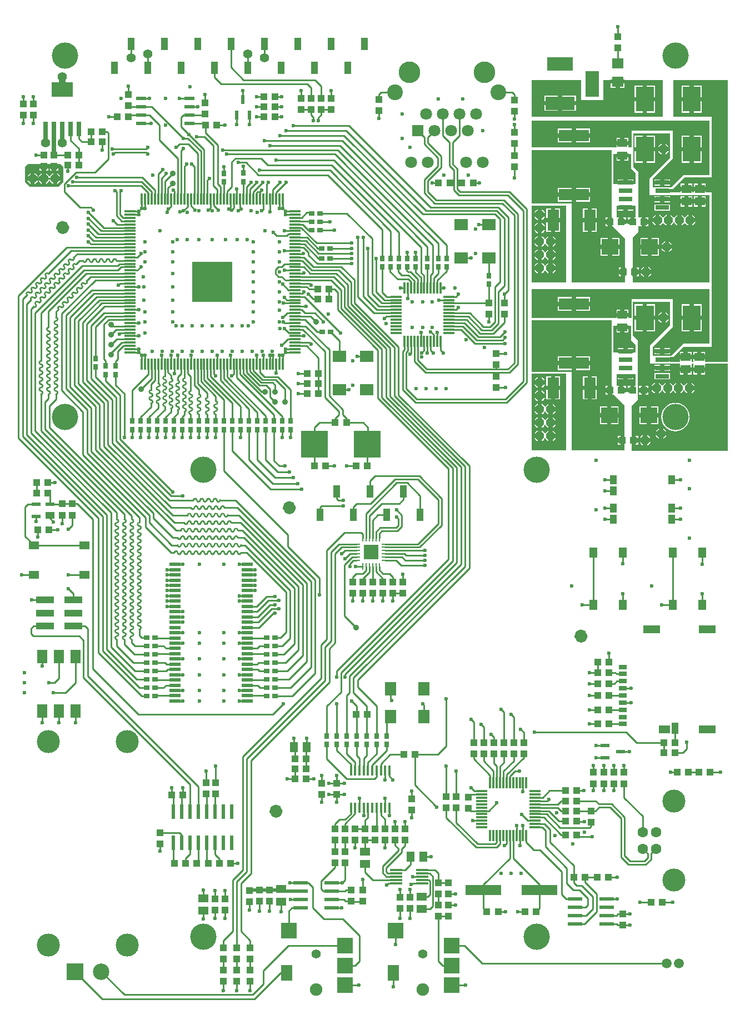
<source format=gtl>
%FSLAX42Y42*%
%MOMM*%
G71*
G01*
G75*
G04 Layer_Physical_Order=1*
G04 Layer_Color=255*
%ADD10C,1.00*%
%ADD11C,0.25*%
%ADD12R,1.00X1.10*%
%ADD13R,0.60X2.20*%
%ADD14R,1.10X1.00*%
%ADD15C,0.90*%
%ADD16R,2.00X1.80*%
%ADD17R,4.10X4.10*%
%ADD18R,1.55X1.30*%
%ADD19R,1.50X2.15*%
%ADD20R,2.30X2.30*%
%ADD21R,0.25X1.00*%
%ADD22R,1.00X0.25*%
%ADD23R,2.20X0.60*%
%ADD24R,0.30X1.75*%
%ADD25R,1.75X0.30*%
%ADD26R,6.20X6.20*%
%ADD27R,1.35X0.60*%
%ADD28R,1.35X1.00*%
%ADD29R,1.40X0.60*%
%ADD30R,1.50X0.60*%
%ADD31R,1.85X0.35*%
%ADD32R,0.35X1.55*%
%ADD33R,1.80X0.30*%
%ADD34R,0.30X1.80*%
%ADD35R,2.03X0.66*%
%ADD36R,2.75X1.00*%
%ADD37R,1.02X1.91*%
%ADD38R,2.45X2.40*%
%ADD39R,1.80X2.40*%
%ADD40R,1.70X0.50*%
%ADD41R,2.79X3.81*%
%ADD42R,4.60X1.80*%
%ADD43R,1.80X1.60*%
%ADD44R,2.55X2.45*%
%ADD45R,1.50X1.30*%
%ADD46R,1.80X3.20*%
%ADD47R,3.30X2.20*%
%ADD48R,0.65X2.20*%
%ADD49R,5.50X1.50*%
%ADD50R,1.80X2.00*%
%ADD51R,1.30X1.50*%
%ADD52R,0.70X0.90*%
%ADD53R,0.90X0.70*%
%ADD54R,1.00X1.40*%
%ADD55R,1.30X1.55*%
%ADD56R,0.60X1.40*%
%ADD57R,2.50X1.30*%
%ADD58R,1.00X1.70*%
%ADD59R,1.70X1.30*%
%ADD60R,1.20X0.80*%
%ADD61C,0.51*%
%ADD62C,0.64*%
%ADD63C,1.02*%
%ADD64C,2.50*%
%ADD65R,2.50X2.50*%
%ADD66C,3.30*%
%ADD67C,1.80*%
%ADD68R,1.80X1.80*%
%ADD69R,4.00X2.00*%
%ADD70R,2.00X4.00*%
%ADD71R,4.50X2.00*%
%ADD72C,3.50*%
%ADD73C,1.60*%
%ADD74C,1.90*%
%ADD75C,1.40*%
%ADD76C,2.40*%
%ADD77C,1.52*%
%ADD78C,0.60*%
%ADD79C,0.66*%
%ADD80C,4.00*%
G36*
X10668Y12636D02*
X10274D01*
X10084Y12446D01*
X9804D01*
Y12586D01*
X10109Y12890D01*
Y13307D01*
X9484D01*
Y13056D01*
X9433D01*
Y13091D01*
X9252D01*
Y13056D01*
X7963D01*
Y13462D01*
X10668D01*
Y12636D01*
D02*
G37*
G36*
Y10071D02*
X10274D01*
X10084Y9881D01*
X9804D01*
Y10020D01*
X10109Y10325D01*
Y10742D01*
X9484D01*
Y10706D01*
Y10462D01*
X9433D01*
Y10475D01*
X9252D01*
Y10462D01*
X7966D01*
X7963Y10465D01*
Y10897D01*
X10668D01*
Y10071D01*
D02*
G37*
G36*
X746Y12802D02*
X777D01*
X819Y12760D01*
Y12724D01*
X826D01*
Y12535D01*
X749Y12459D01*
X317D01*
X241Y12535D01*
Y12764D01*
X279Y12802D01*
X463D01*
Y12802D01*
X594D01*
Y12802D01*
X616D01*
Y12802D01*
X746D01*
Y12802D01*
D02*
G37*
G36*
X10071Y12897D02*
X9754Y12579D01*
Y12332D01*
X10668D01*
Y10998D01*
X9500D01*
Y11095D01*
X9495D01*
Y11161D01*
Y11226D01*
X9500D01*
Y11683D01*
X9589Y11772D01*
Y11857D01*
X9598D01*
Y11857D01*
X9637D01*
Y11923D01*
Y11988D01*
X9598D01*
Y11988D01*
X9597D01*
X9589Y11997D01*
Y12682D01*
X9512Y12759D01*
Y13271D01*
X10071D01*
Y12897D01*
D02*
G37*
G36*
X10947Y9792D02*
X10604D01*
Y9833D01*
X10424D01*
Y9792D01*
X10398D01*
Y9833D01*
X10217D01*
Y9792D01*
X10069D01*
Y9795D01*
X9952D01*
Y9859D01*
X10069D01*
Y9864D01*
X10084D01*
X10093Y9868D01*
X10122D01*
X10274Y10020D01*
X10706D01*
Y12370D01*
X10614D01*
Y12392D01*
X10433D01*
Y12370D01*
X10411D01*
Y12392D01*
X10230D01*
Y12370D01*
X10069D01*
Y12361D01*
X9952D01*
Y12424D01*
X10069D01*
Y12421D01*
X10109D01*
X10287Y12598D01*
X10706D01*
Y13526D01*
X10122D01*
Y14084D01*
X10947D01*
Y9792D01*
D02*
G37*
G36*
X8484Y10998D02*
X7963D01*
Y12167D01*
X8484D01*
Y10998D01*
D02*
G37*
G36*
X9182Y11988D02*
X9188D01*
Y11923D01*
Y11857D01*
X9199D01*
X9385Y11671D01*
Y11226D01*
X9389D01*
Y11161D01*
Y11095D01*
X9385D01*
Y10998D01*
X8572D01*
Y12205D01*
X7963D01*
Y13018D01*
X9182D01*
Y11988D01*
D02*
G37*
G36*
X9433Y12954D02*
X9474D01*
Y12738D01*
X9543Y12669D01*
Y12497D01*
X9510D01*
Y12488D01*
X9276D01*
Y12497D01*
X9207D01*
Y12954D01*
X9252D01*
Y12964D01*
X9433D01*
Y12954D01*
D02*
G37*
G36*
X9510Y9601D02*
X9543D01*
Y9423D01*
X9530D01*
Y9357D01*
X9499D01*
Y9326D01*
X9428D01*
Y9335D01*
X9396D01*
Y9326D01*
X9326D01*
Y9357D01*
X9294D01*
Y9423D01*
X9258D01*
Y9601D01*
X9276D01*
Y9605D01*
X9510D01*
Y9601D01*
D02*
G37*
G36*
Y12167D02*
X9543D01*
Y11988D01*
X9530D01*
Y11923D01*
X9499D01*
Y11891D01*
X9428D01*
Y11900D01*
X9396D01*
Y11891D01*
X9326D01*
Y11923D01*
X9294D01*
Y11988D01*
X9258D01*
Y12167D01*
X9276D01*
Y12170D01*
X9510D01*
Y12167D01*
D02*
G37*
G36*
X9182Y9423D02*
X9188D01*
Y9357D01*
Y9292D01*
X9212D01*
X9373Y9131D01*
Y8661D01*
X9376D01*
Y8595D01*
Y8530D01*
X9373D01*
Y8446D01*
X8572D01*
Y9639D01*
X7963D01*
Y10427D01*
X9182D01*
Y9423D01*
D02*
G37*
G36*
X10071Y10344D02*
X9766Y10039D01*
Y9766D01*
X10217D01*
Y9755D01*
X10217D01*
Y9707D01*
X10398D01*
Y9755D01*
X10398D01*
Y9757D01*
X10407Y9766D01*
X10424D01*
Y9755D01*
X10424D01*
Y9707D01*
X10604D01*
Y9755D01*
X10604D01*
Y9757D01*
X10613Y9766D01*
X10947D01*
Y8433D01*
X9487D01*
Y8530D01*
X9482D01*
Y8595D01*
Y8661D01*
X9487D01*
Y9117D01*
X9576Y9206D01*
Y10117D01*
X9500Y10193D01*
Y10459D01*
X9501Y10462D01*
Y10706D01*
X10071D01*
Y10344D01*
D02*
G37*
G36*
X8484Y8446D02*
X7963D01*
Y9614D01*
X8484D01*
Y8446D01*
D02*
G37*
G36*
X9376Y14084D02*
X9957D01*
Y13526D01*
X7963D01*
Y14084D01*
X8712D01*
Y13779D01*
X9055D01*
Y14084D01*
X9166D01*
Y14090D01*
X9376D01*
Y14084D01*
D02*
G37*
G36*
X9433Y10338D02*
X9474D01*
Y10122D01*
X9543Y10053D01*
Y9931D01*
X9510D01*
Y9922D01*
X9276D01*
Y9931D01*
X9207D01*
Y10338D01*
X9252D01*
Y10348D01*
X9433D01*
Y10338D01*
D02*
G37*
%LPC*%
G36*
X10069Y9748D02*
X9984D01*
Y9732D01*
X10069D01*
Y9748D01*
D02*
G37*
G36*
X8851Y9876D02*
X8638D01*
Y9803D01*
X8851D01*
Y9876D01*
D02*
G37*
G36*
X8574D02*
X8361D01*
Y9803D01*
X8574D01*
Y9876D01*
D02*
G37*
G36*
X9920Y9922D02*
X9835D01*
Y9906D01*
X9920D01*
Y9922D01*
D02*
G37*
G36*
X10069D02*
X9984D01*
Y9906D01*
X10069D01*
Y9922D01*
D02*
G37*
G36*
X9361Y10002D02*
X9276D01*
Y9986D01*
X9361D01*
Y10002D01*
D02*
G37*
G36*
X10604Y9945D02*
X10546D01*
Y9897D01*
X10604D01*
Y9945D01*
D02*
G37*
G36*
X10276D02*
X10217D01*
Y9897D01*
X10276D01*
Y9945D01*
D02*
G37*
G36*
X10398D02*
X10339D01*
Y9897D01*
X10398D01*
Y9945D01*
D02*
G37*
G36*
X10482D02*
X10424D01*
Y9897D01*
X10482D01*
Y9945D01*
D02*
G37*
G36*
X9510Y9541D02*
X9425D01*
Y9525D01*
X9510D01*
Y9541D01*
D02*
G37*
G36*
X10069Y9621D02*
X9835D01*
Y9525D01*
X10069D01*
Y9621D01*
D02*
G37*
G36*
X10276Y9643D02*
X10217D01*
Y9595D01*
X10276D01*
Y9643D01*
D02*
G37*
G36*
X9361Y9541D02*
X9276D01*
Y9525D01*
X9361D01*
Y9541D01*
D02*
G37*
G36*
X10331Y9471D02*
X10320Y9466D01*
X10302Y9452D01*
X10289Y9434D01*
X10287Y9430D01*
X10274D01*
X10273Y9434D01*
X10259Y9452D01*
X10241Y9466D01*
X10230Y9471D01*
Y9391D01*
Y9312D01*
X10241Y9317D01*
X10259Y9331D01*
X10273Y9348D01*
X10274Y9353D01*
X10287D01*
X10289Y9348D01*
X10302Y9331D01*
X10320Y9317D01*
X10331Y9312D01*
Y9391D01*
Y9471D01*
D02*
G37*
G36*
X8051Y9556D02*
X8040Y9551D01*
X8022Y9538D01*
X8008Y9520D01*
X8004Y9509D01*
X8051D01*
Y9556D01*
D02*
G37*
G36*
X8115D02*
Y9509D01*
X8162D01*
X8157Y9520D01*
X8144Y9538D01*
X8126Y9551D01*
X8115Y9556D01*
D02*
G37*
G36*
X10398Y9643D02*
X10339D01*
Y9595D01*
X10398D01*
Y9643D01*
D02*
G37*
G36*
X8574Y9739D02*
X8361D01*
Y9666D01*
X8574D01*
Y9739D01*
D02*
G37*
G36*
X8851D02*
X8638D01*
Y9666D01*
X8851D01*
Y9739D01*
D02*
G37*
G36*
X9920Y9748D02*
X9835D01*
Y9732D01*
X9920D01*
Y9748D01*
D02*
G37*
G36*
X10069Y9668D02*
X9984D01*
Y9652D01*
X10069D01*
Y9668D01*
D02*
G37*
G36*
X10482Y9643D02*
X10424D01*
Y9595D01*
X10482D01*
Y9643D01*
D02*
G37*
G36*
X10604D02*
X10546D01*
Y9595D01*
X10604D01*
Y9643D01*
D02*
G37*
G36*
X9920Y9668D02*
X9835D01*
Y9652D01*
X9920D01*
Y9668D01*
D02*
G37*
G36*
X9510Y10002D02*
X9425D01*
Y9986D01*
X9510D01*
Y10002D01*
D02*
G37*
G36*
X8851Y10776D02*
X8638D01*
Y10703D01*
X8851D01*
Y10776D01*
D02*
G37*
G36*
X8574D02*
X8361D01*
Y10703D01*
X8574D01*
Y10776D01*
D02*
G37*
G36*
X9782Y11132D02*
X9735D01*
Y11084D01*
X9746Y11089D01*
X9764Y11103D01*
X9777Y11120D01*
X9782Y11132D01*
D02*
G37*
G36*
X9671D02*
X9624D01*
X9628Y11120D01*
X9642Y11103D01*
X9660Y11089D01*
X9671Y11084D01*
Y11132D01*
D02*
G37*
G36*
X9433Y10587D02*
X9374D01*
Y10538D01*
X9433D01*
Y10587D01*
D02*
G37*
G36*
X9311D02*
X9252D01*
Y10538D01*
X9311D01*
Y10587D01*
D02*
G37*
G36*
X8851Y10639D02*
X8638D01*
Y10566D01*
X8851D01*
Y10639D01*
D02*
G37*
G36*
X8574D02*
X8361D01*
Y10566D01*
X8574D01*
Y10639D01*
D02*
G37*
G36*
X9597Y11226D02*
X9559D01*
Y11192D01*
X9597D01*
Y11226D01*
D02*
G37*
G36*
X9325D02*
X9287D01*
Y11192D01*
X9325D01*
Y11226D01*
D02*
G37*
G36*
X9735Y11242D02*
Y11195D01*
X9782D01*
X9777Y11206D01*
X9764Y11224D01*
X9746Y11238D01*
X9735Y11242D01*
D02*
G37*
G36*
X9671D02*
X9660Y11238D01*
X9642Y11224D01*
X9628Y11206D01*
X9624Y11195D01*
X9671D01*
Y11242D01*
D02*
G37*
G36*
X9597Y11129D02*
X9559D01*
Y11095D01*
X9597D01*
Y11129D01*
D02*
G37*
G36*
X9325D02*
X9287D01*
Y11095D01*
X9325D01*
Y11129D01*
D02*
G37*
G36*
X8327Y11185D02*
X8280D01*
Y11138D01*
X8291Y11142D01*
X8309Y11156D01*
X8322Y11174D01*
X8327Y11185D01*
D02*
G37*
G36*
X8051D02*
X8004D01*
X8008Y11174D01*
X8022Y11156D01*
X8040Y11142D01*
X8051Y11138D01*
Y11185D01*
D02*
G37*
G36*
X9840Y10430D02*
X9717D01*
Y10256D01*
X9840D01*
Y10430D01*
D02*
G37*
G36*
X9654D02*
X9530D01*
Y10256D01*
X9654D01*
Y10430D01*
D02*
G37*
G36*
X10554D02*
X10431D01*
Y10256D01*
X10554D01*
Y10430D01*
D02*
G37*
G36*
X10367D02*
X10244D01*
Y10256D01*
X10367D01*
Y10430D01*
D02*
G37*
G36*
X10069Y10002D02*
X9984D01*
Y9986D01*
X10069D01*
Y10002D01*
D02*
G37*
G36*
X9920D02*
X9835D01*
Y9986D01*
X9920D01*
Y10002D01*
D02*
G37*
G36*
X9433Y10285D02*
X9374D01*
Y10236D01*
X9433D01*
Y10285D01*
D02*
G37*
G36*
X9311D02*
X9252D01*
Y10236D01*
X9311D01*
Y10285D01*
D02*
G37*
G36*
X10554Y10668D02*
X10431D01*
Y10494D01*
X10554D01*
Y10668D01*
D02*
G37*
G36*
X10367D02*
X10244D01*
Y10494D01*
X10367D01*
Y10668D01*
D02*
G37*
G36*
X10001Y10544D02*
Y10497D01*
X10049D01*
X10044Y10508D01*
X10030Y10526D01*
X10012Y10539D01*
X10001Y10544D01*
D02*
G37*
G36*
X9938D02*
X9927Y10539D01*
X9909Y10526D01*
X9895Y10508D01*
X9890Y10497D01*
X9938D01*
Y10544D01*
D02*
G37*
G36*
X10049Y10433D02*
X10001D01*
Y10386D01*
X10012Y10390D01*
X10030Y10404D01*
X10044Y10422D01*
X10049Y10433D01*
D02*
G37*
G36*
X9938D02*
X9890D01*
X9895Y10422D01*
X9909Y10404D01*
X9927Y10390D01*
X9938Y10386D01*
Y10433D01*
D02*
G37*
G36*
X9840Y10668D02*
X9717D01*
Y10494D01*
X9840D01*
Y10668D01*
D02*
G37*
G36*
X9654D02*
X9530D01*
Y10494D01*
X9654D01*
Y10668D01*
D02*
G37*
G36*
X9284Y8945D02*
X9173D01*
Y8839D01*
X9284D01*
Y8945D01*
D02*
G37*
G36*
X9110D02*
X8999D01*
Y8839D01*
X9110D01*
Y8945D01*
D02*
G37*
G36*
X9889D02*
X9778D01*
Y8839D01*
X9889D01*
Y8945D01*
D02*
G37*
G36*
X9715D02*
X9604D01*
Y8839D01*
X9715D01*
Y8945D01*
D02*
G37*
G36*
X10150Y9166D02*
X10108Y9162D01*
X10067Y9150D01*
X10030Y9130D01*
X9997Y9103D01*
X9970Y9070D01*
X9950Y9033D01*
X9938Y8992D01*
X9934Y8950D01*
X9938Y8908D01*
X9950Y8867D01*
X9970Y8830D01*
X9997Y8797D01*
X10030Y8770D01*
X10067Y8750D01*
X10108Y8738D01*
X10150Y8734D01*
X10192Y8738D01*
X10233Y8750D01*
X10270Y8770D01*
X10303Y8797D01*
X10330Y8830D01*
X10350Y8867D01*
X10362Y8908D01*
X10366Y8950D01*
X10362Y8992D01*
X10350Y9033D01*
X10330Y9070D01*
X10303Y9103D01*
X10270Y9130D01*
X10233Y9150D01*
X10192Y9162D01*
X10150Y9166D01*
D02*
G37*
G36*
X9963Y8779D02*
Y8731D01*
X10011D01*
X10006Y8742D01*
X9992Y8760D01*
X9974Y8774D01*
X9963Y8779D01*
D02*
G37*
G36*
X8327Y8836D02*
X8280D01*
Y8788D01*
X8291Y8793D01*
X8309Y8807D01*
X8322Y8824D01*
X8327Y8836D01*
D02*
G37*
G36*
X8051D02*
X8004D01*
X8008Y8824D01*
X8022Y8807D01*
X8040Y8793D01*
X8051Y8788D01*
Y8836D01*
D02*
G37*
G36*
X9110Y9114D02*
X8999D01*
Y9008D01*
X9110D01*
Y9114D01*
D02*
G37*
G36*
X8327Y9039D02*
X8280D01*
Y8991D01*
X8291Y8996D01*
X8309Y9010D01*
X8322Y9028D01*
X8327Y9039D01*
D02*
G37*
G36*
X9715Y9114D02*
X9604D01*
Y9008D01*
X9715D01*
Y9114D01*
D02*
G37*
G36*
X9284D02*
X9173D01*
Y9008D01*
X9284D01*
Y9114D01*
D02*
G37*
G36*
X8280Y8946D02*
Y8899D01*
X8327D01*
X8322Y8910D01*
X8309Y8928D01*
X8291Y8942D01*
X8280Y8946D01*
D02*
G37*
G36*
X8051D02*
X8040Y8942D01*
X8022Y8928D01*
X8008Y8910D01*
X8004Y8899D01*
X8051D01*
Y8946D01*
D02*
G37*
G36*
Y9039D02*
X8004D01*
X8008Y9028D01*
X8022Y9010D01*
X8040Y8996D01*
X8051Y8991D01*
Y9039D01*
D02*
G37*
G36*
X8216Y8946D02*
X8205Y8942D01*
X8187Y8928D01*
X8174Y8910D01*
X8172Y8906D01*
X8159D01*
X8157Y8910D01*
X8144Y8928D01*
X8126Y8942D01*
X8115Y8946D01*
Y8867D01*
Y8788D01*
X8126Y8793D01*
X8144Y8807D01*
X8157Y8824D01*
X8159Y8829D01*
X8172D01*
X8174Y8824D01*
X8187Y8807D01*
X8205Y8793D01*
X8216Y8788D01*
Y8867D01*
Y8946D01*
D02*
G37*
G36*
X8327Y8632D02*
X8280D01*
Y8585D01*
X8291Y8590D01*
X8309Y8603D01*
X8322Y8621D01*
X8327Y8632D01*
D02*
G37*
G36*
X8051D02*
X8004D01*
X8008Y8621D01*
X8022Y8603D01*
X8040Y8590D01*
X8051Y8585D01*
Y8632D01*
D02*
G37*
G36*
X10011Y8668D02*
X9963D01*
Y8620D01*
X9974Y8625D01*
X9992Y8639D01*
X10006Y8657D01*
X10011Y8668D01*
D02*
G37*
G36*
X9900D02*
X9852D01*
X9857Y8657D01*
X9871Y8639D01*
X9888Y8625D01*
X9900Y8620D01*
Y8668D01*
D02*
G37*
G36*
X9769Y8566D02*
X9722D01*
Y8519D01*
X9733Y8523D01*
X9751Y8537D01*
X9765Y8555D01*
X9769Y8566D01*
D02*
G37*
G36*
X9658D02*
X9611D01*
X9616Y8555D01*
X9629Y8537D01*
X9647Y8523D01*
X9658Y8519D01*
Y8566D01*
D02*
G37*
G36*
X9584Y8564D02*
X9546D01*
Y8530D01*
X9584D01*
Y8564D01*
D02*
G37*
G36*
X9312D02*
X9274D01*
Y8530D01*
X9312D01*
Y8564D01*
D02*
G37*
G36*
X8280Y8743D02*
Y8696D01*
X8327D01*
X8322Y8707D01*
X8309Y8725D01*
X8291Y8739D01*
X8280Y8743D01*
D02*
G37*
G36*
X8051D02*
X8040Y8739D01*
X8022Y8725D01*
X8008Y8707D01*
X8004Y8696D01*
X8051D01*
Y8743D01*
D02*
G37*
G36*
X9900Y8779D02*
X9888Y8774D01*
X9871Y8760D01*
X9857Y8742D01*
X9852Y8731D01*
X9900D01*
Y8779D01*
D02*
G37*
G36*
X8216Y8743D02*
X8205Y8739D01*
X8187Y8725D01*
X8174Y8707D01*
X8172Y8703D01*
X8159D01*
X8157Y8707D01*
X8144Y8725D01*
X8126Y8739D01*
X8115Y8743D01*
Y8664D01*
Y8585D01*
X8126Y8590D01*
X8144Y8603D01*
X8157Y8621D01*
X8159Y8625D01*
X8172D01*
X8174Y8621D01*
X8187Y8603D01*
X8205Y8590D01*
X8216Y8585D01*
Y8664D01*
Y8743D01*
D02*
G37*
G36*
X9584Y8661D02*
X9546D01*
Y8627D01*
X9584D01*
Y8661D01*
D02*
G37*
G36*
X9312D02*
X9274D01*
Y8627D01*
X9312D01*
Y8661D01*
D02*
G37*
G36*
X9722Y8677D02*
Y8630D01*
X9769D01*
X9765Y8641D01*
X9751Y8659D01*
X9733Y8672D01*
X9722Y8677D01*
D02*
G37*
G36*
X9658D02*
X9647Y8672D01*
X9629Y8659D01*
X9616Y8641D01*
X9611Y8630D01*
X9658D01*
Y8677D01*
D02*
G37*
G36*
X9739Y9423D02*
X9700D01*
Y9389D01*
X9739D01*
Y9423D01*
D02*
G37*
G36*
X9637D02*
X9598D01*
Y9389D01*
X9637D01*
Y9423D01*
D02*
G37*
G36*
X8162Y9445D02*
X8115D01*
Y9398D01*
X8126Y9403D01*
X8144Y9416D01*
X8157Y9434D01*
X8162Y9445D01*
D02*
G37*
G36*
X8051D02*
X8004D01*
X8008Y9434D01*
X8022Y9416D01*
X8040Y9403D01*
X8051Y9398D01*
Y9445D01*
D02*
G37*
G36*
X9124Y9423D02*
X9086D01*
Y9389D01*
X9124D01*
Y9423D01*
D02*
G37*
G36*
X10442Y9360D02*
X10395D01*
Y9312D01*
X10406Y9317D01*
X10424Y9331D01*
X10438Y9348D01*
X10442Y9360D01*
D02*
G37*
G36*
X9467Y9423D02*
X9428D01*
Y9389D01*
X9467D01*
Y9423D01*
D02*
G37*
G36*
X9396D02*
X9358D01*
Y9389D01*
X9396D01*
Y9423D01*
D02*
G37*
G36*
X8953Y9571D02*
X8879D01*
Y9427D01*
X8953D01*
Y9571D01*
D02*
G37*
G36*
X8816D02*
X8742D01*
Y9427D01*
X8816D01*
Y9571D01*
D02*
G37*
G36*
X10166Y9471D02*
X10155Y9466D01*
X10137Y9452D01*
X10124Y9434D01*
X10122Y9430D01*
X10109D01*
X10107Y9434D01*
X10094Y9452D01*
X10076Y9466D01*
X10065Y9471D01*
Y9391D01*
Y9312D01*
X10076Y9317D01*
X10094Y9331D01*
X10107Y9348D01*
X10109Y9353D01*
X10122D01*
X10124Y9348D01*
X10137Y9331D01*
X10155Y9317D01*
X10166Y9312D01*
Y9391D01*
Y9471D01*
D02*
G37*
G36*
X10001D02*
X9990Y9466D01*
X9972Y9452D01*
X9959Y9434D01*
X9957Y9430D01*
X9944D01*
X9942Y9434D01*
X9929Y9452D01*
X9911Y9466D01*
X9900Y9471D01*
Y9391D01*
Y9312D01*
X9911Y9317D01*
X9929Y9331D01*
X9942Y9348D01*
X9944Y9353D01*
X9957D01*
X9959Y9348D01*
X9972Y9331D01*
X9990Y9317D01*
X10001Y9312D01*
Y9391D01*
Y9471D01*
D02*
G37*
G36*
X10395D02*
Y9423D01*
X10442D01*
X10438Y9434D01*
X10424Y9452D01*
X10406Y9466D01*
X10395Y9471D01*
D02*
G37*
G36*
X9836D02*
X9825Y9466D01*
X9807Y9452D01*
X9793Y9434D01*
X9789Y9423D01*
X9836D01*
Y9471D01*
D02*
G37*
G36*
X8393Y9571D02*
X8319D01*
Y9427D01*
X8393D01*
Y9571D01*
D02*
G37*
G36*
X8256D02*
X8182D01*
Y9427D01*
X8256D01*
Y9571D01*
D02*
G37*
G36*
X8162Y9242D02*
X8115D01*
Y9195D01*
X8126Y9199D01*
X8144Y9213D01*
X8157Y9231D01*
X8162Y9242D01*
D02*
G37*
G36*
X8051D02*
X8004D01*
X8008Y9231D01*
X8022Y9213D01*
X8040Y9199D01*
X8051Y9195D01*
Y9242D01*
D02*
G37*
G36*
X8393Y9364D02*
X8319D01*
Y9220D01*
X8393D01*
Y9364D01*
D02*
G37*
G36*
X8256D02*
X8182D01*
Y9220D01*
X8256D01*
Y9364D01*
D02*
G37*
G36*
X8051Y9150D02*
X8040Y9145D01*
X8022Y9131D01*
X8008Y9114D01*
X8004Y9102D01*
X8051D01*
Y9150D01*
D02*
G37*
G36*
X9889Y9114D02*
X9778D01*
Y9008D01*
X9889D01*
Y9114D01*
D02*
G37*
G36*
X8216Y9150D02*
X8205Y9145D01*
X8187Y9131D01*
X8174Y9114D01*
X8172Y9109D01*
X8159D01*
X8157Y9114D01*
X8144Y9131D01*
X8126Y9145D01*
X8115Y9150D01*
Y9071D01*
Y8991D01*
X8126Y8996D01*
X8144Y9010D01*
X8157Y9028D01*
X8159Y9032D01*
X8172D01*
X8174Y9028D01*
X8187Y9010D01*
X8205Y8996D01*
X8216Y8991D01*
Y9071D01*
Y9150D01*
D02*
G37*
G36*
X8280D02*
Y9102D01*
X8327D01*
X8322Y9114D01*
X8309Y9131D01*
X8291Y9145D01*
X8280Y9150D01*
D02*
G37*
G36*
X8051Y9353D02*
X8040Y9348D01*
X8022Y9335D01*
X8008Y9317D01*
X8004Y9306D01*
X8051D01*
Y9353D01*
D02*
G37*
G36*
X9739Y9326D02*
X9700D01*
Y9292D01*
X9739D01*
Y9326D01*
D02*
G37*
G36*
X9836Y9360D02*
X9789D01*
X9793Y9348D01*
X9807Y9331D01*
X9825Y9317D01*
X9836Y9312D01*
Y9360D01*
D02*
G37*
G36*
X8115Y9353D02*
Y9306D01*
X8162D01*
X8157Y9317D01*
X8144Y9335D01*
X8126Y9348D01*
X8115Y9353D01*
D02*
G37*
G36*
X8953Y9364D02*
X8879D01*
Y9220D01*
X8953D01*
Y9364D01*
D02*
G37*
G36*
X8816D02*
X8742D01*
Y9220D01*
X8816D01*
Y9364D01*
D02*
G37*
G36*
X9637Y9326D02*
X9598D01*
Y9292D01*
X9637D01*
Y9326D01*
D02*
G37*
G36*
X9124D02*
X9086D01*
Y9292D01*
X9124D01*
Y9326D01*
D02*
G37*
G36*
X448Y12610D02*
X436D01*
X439Y12603D01*
X442Y12581D01*
X439Y12559D01*
X436Y12552D01*
X448D01*
X446Y12559D01*
X443Y12581D01*
X446Y12603D01*
X448Y12610D01*
D02*
G37*
G36*
X10069Y12568D02*
X9984D01*
Y12551D01*
X10069D01*
Y12568D01*
D02*
G37*
G36*
X387Y12660D02*
Y12613D01*
X435D01*
X430Y12624D01*
X416Y12642D01*
X399Y12655D01*
X387Y12660D01*
D02*
G37*
G36*
X324D02*
X313Y12655D01*
X295Y12642D01*
X281Y12624D01*
X276Y12613D01*
X324D01*
Y12660D01*
D02*
G37*
G36*
X9361Y12568D02*
X9276D01*
Y12551D01*
X9361D01*
Y12568D01*
D02*
G37*
G36*
X778Y12549D02*
X730D01*
Y12502D01*
X741Y12506D01*
X759Y12520D01*
X773Y12538D01*
X778Y12549D01*
D02*
G37*
G36*
X9920Y12568D02*
X9835D01*
Y12551D01*
X9920D01*
Y12568D01*
D02*
G37*
G36*
X9510D02*
X9425D01*
Y12551D01*
X9510D01*
Y12568D01*
D02*
G37*
G36*
X649Y12739D02*
X616D01*
Y12700D01*
X649D01*
Y12739D01*
D02*
G37*
G36*
X594D02*
X560D01*
Y12700D01*
X594D01*
Y12739D01*
D02*
G37*
G36*
X9654Y12996D02*
X9530D01*
Y12822D01*
X9654D01*
Y12996D01*
D02*
G37*
G36*
X746Y12739D02*
X713D01*
Y12700D01*
X746D01*
Y12739D01*
D02*
G37*
G36*
X730Y12660D02*
Y12613D01*
X778D01*
X773Y12624D01*
X759Y12642D01*
X741Y12655D01*
X730Y12660D01*
D02*
G37*
G36*
X497D02*
X486Y12655D01*
X468Y12642D01*
X454Y12624D01*
X449Y12613D01*
X497D01*
Y12660D01*
D02*
G37*
G36*
Y12739D02*
X463D01*
Y12700D01*
X497D01*
Y12739D01*
D02*
G37*
G36*
X667Y12660D02*
X656Y12655D01*
X638Y12642D01*
X624Y12624D01*
X620Y12614D01*
X607D01*
X603Y12624D01*
X589Y12642D01*
X572Y12655D01*
X560Y12660D01*
Y12581D01*
Y12502D01*
X572Y12506D01*
X589Y12520D01*
X603Y12538D01*
X607Y12548D01*
X620D01*
X624Y12538D01*
X638Y12520D01*
X656Y12506D01*
X667Y12502D01*
Y12581D01*
Y12660D01*
D02*
G37*
G36*
X8574Y12442D02*
X8361D01*
Y12368D01*
X8574D01*
Y12442D01*
D02*
G37*
G36*
X10069Y12314D02*
X9984D01*
Y12297D01*
X10069D01*
Y12314D01*
D02*
G37*
G36*
X10289Y12504D02*
X10230D01*
Y12456D01*
X10289D01*
Y12504D01*
D02*
G37*
G36*
X8851Y12442D02*
X8638D01*
Y12368D01*
X8851D01*
Y12442D01*
D02*
G37*
G36*
X10492Y12314D02*
X10433D01*
Y12266D01*
X10492D01*
Y12314D01*
D02*
G37*
G36*
X10411D02*
X10352D01*
Y12266D01*
X10411D01*
Y12314D01*
D02*
G37*
G36*
X9920Y12314D02*
X9835D01*
Y12297D01*
X9920D01*
Y12314D01*
D02*
G37*
G36*
X10614Y12314D02*
X10555D01*
Y12266D01*
X10614D01*
Y12314D01*
D02*
G37*
G36*
X324Y12549D02*
X276D01*
X281Y12538D01*
X295Y12520D01*
X313Y12506D01*
X324Y12502D01*
Y12549D01*
D02*
G37*
G36*
X10069Y12488D02*
X9984D01*
Y12471D01*
X10069D01*
Y12488D01*
D02*
G37*
G36*
X497Y12549D02*
X449D01*
X454Y12538D01*
X468Y12520D01*
X486Y12506D01*
X497Y12502D01*
Y12549D01*
D02*
G37*
G36*
X435D02*
X387D01*
Y12502D01*
X399Y12506D01*
X416Y12520D01*
X430Y12538D01*
X435Y12549D01*
D02*
G37*
G36*
X10492Y12504D02*
X10433D01*
Y12456D01*
X10492D01*
Y12504D01*
D02*
G37*
G36*
X10411D02*
X10352D01*
Y12456D01*
X10411D01*
Y12504D01*
D02*
G37*
G36*
X9920Y12488D02*
X9835D01*
Y12471D01*
X9920D01*
Y12488D01*
D02*
G37*
G36*
X10614Y12504D02*
X10555D01*
Y12456D01*
X10614D01*
Y12504D01*
D02*
G37*
G36*
X9840Y12996D02*
X9717D01*
Y12822D01*
X9840D01*
Y12996D01*
D02*
G37*
G36*
X10554Y13758D02*
X10431D01*
Y13584D01*
X10554D01*
Y13758D01*
D02*
G37*
G36*
X10367D02*
X10244D01*
Y13584D01*
X10367D01*
Y13758D01*
D02*
G37*
G36*
X8634Y13698D02*
X8426D01*
Y13615D01*
X8634D01*
Y13698D01*
D02*
G37*
G36*
X8362D02*
X8154D01*
Y13615D01*
X8362D01*
Y13698D01*
D02*
G37*
G36*
X8851Y13342D02*
X8638D01*
Y13268D01*
X8851D01*
Y13342D01*
D02*
G37*
G36*
X8574D02*
X8361D01*
Y13268D01*
X8574D01*
Y13342D01*
D02*
G37*
G36*
X9840Y13758D02*
X9717D01*
Y13584D01*
X9840D01*
Y13758D01*
D02*
G37*
G36*
X9654D02*
X9530D01*
Y13584D01*
X9654D01*
Y13758D01*
D02*
G37*
G36*
X10554Y13995D02*
X10431D01*
Y13821D01*
X10554D01*
Y13995D01*
D02*
G37*
G36*
X10367D02*
X10244D01*
Y13821D01*
X10367D01*
Y13995D01*
D02*
G37*
G36*
X9376Y14027D02*
X9303D01*
Y13963D01*
X9376D01*
Y14027D01*
D02*
G37*
G36*
X9239D02*
X9166D01*
Y13963D01*
X9239D01*
Y14027D01*
D02*
G37*
G36*
X8634Y13845D02*
X8426D01*
Y13762D01*
X8634D01*
Y13845D01*
D02*
G37*
G36*
X8362D02*
X8154D01*
Y13762D01*
X8362D01*
Y13845D01*
D02*
G37*
G36*
X9840Y13995D02*
X9717D01*
Y13821D01*
X9840D01*
Y13995D01*
D02*
G37*
G36*
X9654D02*
X9530D01*
Y13821D01*
X9654D01*
Y13995D01*
D02*
G37*
G36*
X10049Y12998D02*
X10001D01*
Y12951D01*
X10012Y12956D01*
X10030Y12969D01*
X10044Y12987D01*
X10049Y12998D01*
D02*
G37*
G36*
X9938D02*
X9890D01*
X9895Y12987D01*
X9909Y12969D01*
X9927Y12956D01*
X9938Y12951D01*
Y12998D01*
D02*
G37*
G36*
X9840Y13233D02*
X9717D01*
Y13059D01*
X9840D01*
Y13233D01*
D02*
G37*
G36*
X9654D02*
X9530D01*
Y13059D01*
X9654D01*
Y13233D01*
D02*
G37*
G36*
X10554Y12996D02*
X10431D01*
Y12822D01*
X10554D01*
Y12996D01*
D02*
G37*
G36*
X10367D02*
X10244D01*
Y12822D01*
X10367D01*
Y12996D01*
D02*
G37*
G36*
X9433Y12901D02*
X9374D01*
Y12852D01*
X9433D01*
Y12901D01*
D02*
G37*
G36*
X9311D02*
X9252D01*
Y12852D01*
X9311D01*
Y12901D01*
D02*
G37*
G36*
X8851Y13205D02*
X8638D01*
Y13131D01*
X8851D01*
Y13205D01*
D02*
G37*
G36*
X8574D02*
X8361D01*
Y13131D01*
X8574D01*
Y13205D01*
D02*
G37*
G36*
X9433Y13203D02*
X9374D01*
Y13154D01*
X9433D01*
Y13203D01*
D02*
G37*
G36*
X9311D02*
X9252D01*
Y13154D01*
X9311D01*
Y13203D01*
D02*
G37*
G36*
X10554Y13233D02*
X10431D01*
Y13059D01*
X10554D01*
Y13233D01*
D02*
G37*
G36*
X10367D02*
X10244D01*
Y13059D01*
X10367D01*
Y13233D01*
D02*
G37*
G36*
X10001Y13109D02*
Y13062D01*
X10049D01*
X10044Y13073D01*
X10030Y13091D01*
X10012Y13105D01*
X10001Y13109D01*
D02*
G37*
G36*
X9938D02*
X9927Y13105D01*
X9909Y13091D01*
X9895Y13073D01*
X9890Y13062D01*
X9938D01*
Y13109D01*
D02*
G37*
G36*
X10289Y12314D02*
X10230D01*
Y12266D01*
X10289D01*
Y12314D01*
D02*
G37*
G36*
X10052Y11623D02*
Y11576D01*
X10099D01*
X10095Y11587D01*
X10081Y11605D01*
X10063Y11619D01*
X10052Y11623D01*
D02*
G37*
G36*
X9989D02*
X9977Y11619D01*
X9960Y11605D01*
X9946Y11587D01*
X9941Y11576D01*
X9989D01*
Y11623D01*
D02*
G37*
G36*
X8280Y11702D02*
Y11655D01*
X8327D01*
X8322Y11666D01*
X8309Y11684D01*
X8291Y11698D01*
X8280Y11702D01*
D02*
G37*
G36*
X8051D02*
X8040Y11698D01*
X8022Y11684D01*
X8008Y11666D01*
X8004Y11655D01*
X8051D01*
Y11702D01*
D02*
G37*
G36*
X9297Y11679D02*
X9186D01*
Y11573D01*
X9297D01*
Y11679D01*
D02*
G37*
G36*
X9122D02*
X9011D01*
Y11573D01*
X9122D01*
Y11679D01*
D02*
G37*
G36*
X9902D02*
X9791D01*
Y11573D01*
X9902D01*
Y11679D01*
D02*
G37*
G36*
X9727D02*
X9616D01*
Y11573D01*
X9727D01*
Y11679D01*
D02*
G37*
G36*
X8816Y11916D02*
X8742D01*
Y11773D01*
X8816D01*
Y11916D01*
D02*
G37*
G36*
X8393D02*
X8319D01*
Y11773D01*
X8393D01*
Y11916D01*
D02*
G37*
G36*
X9124Y11891D02*
X9086D01*
Y11857D01*
X9124D01*
Y11891D01*
D02*
G37*
G36*
X8953Y11916D02*
X8879D01*
Y11773D01*
X8953D01*
Y11916D01*
D02*
G37*
G36*
X8051Y11795D02*
X8004D01*
X8008Y11783D01*
X8022Y11766D01*
X8040Y11752D01*
X8051Y11747D01*
Y11795D01*
D02*
G37*
G36*
X8216Y11702D02*
X8205Y11698D01*
X8187Y11684D01*
X8174Y11666D01*
X8172Y11662D01*
X8159D01*
X8157Y11666D01*
X8144Y11684D01*
X8126Y11698D01*
X8115Y11702D01*
Y11623D01*
Y11544D01*
X8126Y11549D01*
X8144Y11562D01*
X8157Y11580D01*
X8159Y11584D01*
X8172D01*
X8174Y11580D01*
X8187Y11562D01*
X8205Y11549D01*
X8216Y11544D01*
Y11623D01*
Y11702D01*
D02*
G37*
G36*
X8256Y11916D02*
X8182D01*
Y11773D01*
X8256D01*
Y11916D01*
D02*
G37*
G36*
X8162Y11795D02*
X8115D01*
Y11747D01*
X8126Y11752D01*
X8144Y11766D01*
X8157Y11783D01*
X8162Y11795D01*
D02*
G37*
G36*
X9122Y11510D02*
X9011D01*
Y11404D01*
X9122D01*
Y11510D01*
D02*
G37*
G36*
X8327Y11388D02*
X8280D01*
Y11341D01*
X8291Y11346D01*
X8309Y11359D01*
X8322Y11377D01*
X8327Y11388D01*
D02*
G37*
G36*
X9727Y11510D02*
X9616D01*
Y11404D01*
X9727D01*
Y11510D01*
D02*
G37*
G36*
X9297D02*
X9186D01*
Y11404D01*
X9297D01*
Y11510D01*
D02*
G37*
G36*
X8280Y11296D02*
Y11249D01*
X8327D01*
X8322Y11260D01*
X8309Y11278D01*
X8291Y11291D01*
X8280Y11296D01*
D02*
G37*
G36*
X8051D02*
X8040Y11291D01*
X8022Y11278D01*
X8008Y11260D01*
X8004Y11249D01*
X8051D01*
Y11296D01*
D02*
G37*
G36*
Y11388D02*
X8004D01*
X8008Y11377D01*
X8022Y11359D01*
X8040Y11346D01*
X8051Y11341D01*
Y11388D01*
D02*
G37*
G36*
X8216Y11296D02*
X8205Y11291D01*
X8187Y11278D01*
X8174Y11260D01*
X8172Y11256D01*
X8159D01*
X8157Y11260D01*
X8144Y11278D01*
X8126Y11291D01*
X8115Y11296D01*
Y11217D01*
Y11138D01*
X8126Y11142D01*
X8144Y11156D01*
X8157Y11174D01*
X8159Y11178D01*
X8172D01*
X8174Y11174D01*
X8187Y11156D01*
X8205Y11142D01*
X8216Y11138D01*
Y11217D01*
Y11296D01*
D02*
G37*
G36*
X10099Y11513D02*
X10052D01*
Y11465D01*
X10063Y11470D01*
X10081Y11484D01*
X10095Y11501D01*
X10099Y11513D01*
D02*
G37*
G36*
X9989D02*
X9941D01*
X9946Y11501D01*
X9960Y11484D01*
X9977Y11470D01*
X9989Y11465D01*
Y11513D01*
D02*
G37*
G36*
X8327Y11592D02*
X8280D01*
Y11544D01*
X8291Y11549D01*
X8309Y11562D01*
X8322Y11580D01*
X8327Y11592D01*
D02*
G37*
G36*
X8051D02*
X8004D01*
X8008Y11580D01*
X8022Y11562D01*
X8040Y11549D01*
X8051Y11544D01*
Y11592D01*
D02*
G37*
G36*
Y11499D02*
X8040Y11495D01*
X8022Y11481D01*
X8008Y11463D01*
X8004Y11452D01*
X8051D01*
Y11499D01*
D02*
G37*
G36*
X9902Y11510D02*
X9791D01*
Y11404D01*
X9902D01*
Y11510D01*
D02*
G37*
G36*
X8216Y11499D02*
X8205Y11495D01*
X8187Y11481D01*
X8174Y11463D01*
X8172Y11459D01*
X8159D01*
X8157Y11463D01*
X8144Y11481D01*
X8126Y11495D01*
X8115Y11499D01*
Y11420D01*
Y11341D01*
X8126Y11346D01*
X8144Y11359D01*
X8157Y11377D01*
X8159Y11381D01*
X8172D01*
X8174Y11377D01*
X8187Y11359D01*
X8205Y11346D01*
X8216Y11341D01*
Y11420D01*
Y11499D01*
D02*
G37*
G36*
X8280D02*
Y11452D01*
X8327D01*
X8322Y11463D01*
X8309Y11481D01*
X8291Y11495D01*
X8280Y11499D01*
D02*
G37*
G36*
X9739Y11891D02*
X9700D01*
Y11857D01*
X9739D01*
Y11891D01*
D02*
G37*
G36*
X9361Y12107D02*
X9276D01*
Y12090D01*
X9361D01*
Y12107D01*
D02*
G37*
G36*
X8115Y12109D02*
Y12061D01*
X8162D01*
X8157Y12073D01*
X8144Y12090D01*
X8126Y12104D01*
X8115Y12109D01*
D02*
G37*
G36*
X10069Y12187D02*
X9835D01*
Y12090D01*
X10069D01*
Y12187D01*
D02*
G37*
G36*
X9510Y12107D02*
X9425D01*
Y12090D01*
X9510D01*
Y12107D01*
D02*
G37*
G36*
X10179Y12030D02*
X10168Y12025D01*
X10150Y12011D01*
X10136Y11994D01*
X10135Y11989D01*
X10122D01*
X10120Y11994D01*
X10106Y12011D01*
X10089Y12025D01*
X10077Y12030D01*
Y11951D01*
Y11872D01*
X10089Y11876D01*
X10106Y11890D01*
X10120Y11908D01*
X10122Y11912D01*
X10135D01*
X10136Y11908D01*
X10150Y11890D01*
X10168Y11876D01*
X10179Y11872D01*
Y11951D01*
Y12030D01*
D02*
G37*
G36*
X10014D02*
X10003Y12025D01*
X9985Y12011D01*
X9971Y11994D01*
X9969Y11989D01*
X9957D01*
X9955Y11994D01*
X9941Y12011D01*
X9924Y12025D01*
X9912Y12030D01*
Y11951D01*
Y11872D01*
X9924Y11876D01*
X9941Y11890D01*
X9955Y11908D01*
X9957Y11912D01*
X9969D01*
X9971Y11908D01*
X9985Y11890D01*
X10003Y11876D01*
X10014Y11872D01*
Y11951D01*
Y12030D01*
D02*
G37*
G36*
X8051Y12109D02*
X8040Y12104D01*
X8022Y12090D01*
X8008Y12073D01*
X8004Y12061D01*
X8051D01*
Y12109D01*
D02*
G37*
G36*
X10344Y12030D02*
X10333Y12025D01*
X10315Y12011D01*
X10301Y11994D01*
X10300Y11989D01*
X10287D01*
X10285Y11994D01*
X10272Y12011D01*
X10254Y12025D01*
X10243Y12030D01*
Y11951D01*
Y11872D01*
X10254Y11876D01*
X10272Y11890D01*
X10285Y11908D01*
X10287Y11912D01*
X10300D01*
X10301Y11908D01*
X10315Y11890D01*
X10333Y11876D01*
X10344Y11872D01*
Y11951D01*
Y12030D01*
D02*
G37*
G36*
X10069Y12234D02*
X9984D01*
Y12217D01*
X10069D01*
Y12234D01*
D02*
G37*
G36*
X9920D02*
X9835D01*
Y12217D01*
X9920D01*
Y12234D01*
D02*
G37*
G36*
X8851Y12305D02*
X8638D01*
Y12231D01*
X8851D01*
Y12305D01*
D02*
G37*
G36*
X8574D02*
X8361D01*
Y12231D01*
X8574D01*
Y12305D01*
D02*
G37*
G36*
X10411Y12202D02*
X10352D01*
Y12154D01*
X10411D01*
Y12202D01*
D02*
G37*
G36*
X10289D02*
X10230D01*
Y12154D01*
X10289D01*
Y12202D01*
D02*
G37*
G36*
X10614D02*
X10555D01*
Y12154D01*
X10614D01*
Y12202D01*
D02*
G37*
G36*
X10492D02*
X10433D01*
Y12154D01*
X10492D01*
Y12202D01*
D02*
G37*
G36*
X8162Y11998D02*
X8115D01*
Y11951D01*
X8126Y11955D01*
X8144Y11969D01*
X8157Y11987D01*
X8162Y11998D01*
D02*
G37*
G36*
X8051D02*
X8004D01*
X8008Y11987D01*
X8022Y11969D01*
X8040Y11955D01*
X8051Y11951D01*
Y11998D01*
D02*
G37*
G36*
X9396Y11988D02*
X9358D01*
Y11954D01*
X9396D01*
Y11988D01*
D02*
G37*
G36*
X9124D02*
X9086D01*
Y11954D01*
X9124D01*
Y11988D01*
D02*
G37*
G36*
X8115Y11906D02*
Y11858D01*
X8162D01*
X8157Y11869D01*
X8144Y11887D01*
X8126Y11901D01*
X8115Y11906D01*
D02*
G37*
G36*
X8051D02*
X8040Y11901D01*
X8022Y11887D01*
X8008Y11869D01*
X8004Y11858D01*
X8051D01*
Y11906D01*
D02*
G37*
G36*
X10455Y11919D02*
X10408D01*
Y11872D01*
X10419Y11876D01*
X10437Y11890D01*
X10450Y11908D01*
X10455Y11919D01*
D02*
G37*
G36*
X9849D02*
X9801D01*
X9806Y11908D01*
X9820Y11890D01*
X9838Y11876D01*
X9849Y11872D01*
Y11919D01*
D02*
G37*
G36*
X8953Y12123D02*
X8879D01*
Y11980D01*
X8953D01*
Y12123D01*
D02*
G37*
G36*
X8816D02*
X8742D01*
Y11980D01*
X8816D01*
Y12123D01*
D02*
G37*
G36*
X10408Y12030D02*
Y11982D01*
X10455D01*
X10450Y11994D01*
X10437Y12011D01*
X10419Y12025D01*
X10408Y12030D01*
D02*
G37*
G36*
X9849D02*
X9838Y12025D01*
X9820Y12011D01*
X9806Y11994D01*
X9801Y11982D01*
X9849D01*
Y12030D01*
D02*
G37*
G36*
X9739Y11988D02*
X9700D01*
Y11954D01*
X9739D01*
Y11988D01*
D02*
G37*
G36*
X9467D02*
X9428D01*
Y11954D01*
X9467D01*
Y11988D01*
D02*
G37*
G36*
X8393Y12123D02*
X8319D01*
Y11980D01*
X8393D01*
Y12123D01*
D02*
G37*
G36*
X8256D02*
X8182D01*
Y11980D01*
X8256D01*
Y12123D01*
D02*
G37*
%LPD*%
D10*
X863Y11836D02*
G03*
X863Y11836I-50J0D01*
G01*
X4114Y2946D02*
G03*
X4114Y2946I-50J0D01*
G01*
X8762Y5613D02*
G03*
X8762Y5613I-50J0D01*
G01*
X4317Y7569D02*
G03*
X4317Y7569I-50J0D01*
G01*
D11*
X2891Y9244D02*
G03*
X2891Y9295I0J25D01*
G01*
Y9244D02*
G03*
X2891Y9194I0J-25D01*
G01*
Y9143D02*
G03*
X2891Y9194I0J25D01*
G01*
Y9143D02*
G03*
X2891Y9092I0J-25D01*
G01*
Y9041D02*
G03*
X2891Y9092I0J25D01*
G01*
Y9041D02*
G03*
X2891Y8990I0J-25D01*
G01*
X3018Y9244D02*
G03*
X3018Y9194I0J-25D01*
G01*
Y9143D02*
G03*
X3018Y9194I0J25D01*
G01*
Y9143D02*
G03*
X3018Y9092I0J-25D01*
G01*
Y9041D02*
G03*
X3018Y9092I0J25D01*
G01*
Y9041D02*
G03*
X3018Y8990I0J-25D01*
G01*
X3145Y9143D02*
G03*
X3145Y9194I0J25D01*
G01*
Y9143D02*
G03*
X3145Y9092I0J-25D01*
G01*
Y9041D02*
G03*
X3145Y9092I0J25D01*
G01*
Y9041D02*
G03*
X3145Y8990I0J-25D01*
G01*
X2764Y9346D02*
G03*
X2764Y9295I0J-25D01*
G01*
Y9244D02*
G03*
X2764Y9295I0J25D01*
G01*
Y9244D02*
G03*
X2764Y9194I0J-25D01*
G01*
Y9143D02*
G03*
X2764Y9194I0J25D01*
G01*
Y9143D02*
G03*
X2764Y9092I0J-25D01*
G01*
Y9041D02*
G03*
X2764Y9092I0J25D01*
G01*
Y9041D02*
G03*
X2764Y8990I0J-25D01*
G01*
X2669Y9540D02*
G03*
X2669Y9489I0J-25D01*
G01*
Y9438D02*
G03*
X2669Y9489I0J25D01*
G01*
Y9438D02*
G03*
X2669Y9387I0J-25D01*
G01*
Y9336D02*
G03*
X2669Y9387I0J25D01*
G01*
Y9336D02*
G03*
X2669Y9286I0J-25D01*
G01*
Y9235D02*
G03*
X2669Y9286I0J25D01*
G01*
Y9235D02*
G03*
X2669Y9184I0J-25D01*
G01*
Y9133D02*
G03*
X2669Y9184I0J25D01*
G01*
Y9133D02*
G03*
X2669Y9082I0J-25D01*
G01*
Y9032D02*
G03*
X2669Y9082I0J25D01*
G01*
X2565Y9461D02*
G03*
X2565Y9512I0J25D01*
G01*
Y9461D02*
G03*
X2565Y9411I0J-25D01*
G01*
Y9360D02*
G03*
X2565Y9411I0J25D01*
G01*
Y9360D02*
G03*
X2565Y9309I0J-25D01*
G01*
Y9258D02*
G03*
X2565Y9309I0J25D01*
G01*
Y9258D02*
G03*
X2565Y9207I0J-25D01*
G01*
Y9157D02*
G03*
X2565Y9207I0J25D01*
G01*
Y9157D02*
G03*
X2565Y9106I0J-25D01*
G01*
Y9055D02*
G03*
X2565Y9106I0J25D01*
G01*
X2464Y9487D02*
G03*
X2464Y9538I0J25D01*
G01*
Y9487D02*
G03*
X2464Y9436I0J-25D01*
G01*
Y9385D02*
G03*
X2464Y9436I0J25D01*
G01*
Y9385D02*
G03*
X2464Y9335I0J-25D01*
G01*
Y9284D02*
G03*
X2464Y9335I0J25D01*
G01*
Y9284D02*
G03*
X2464Y9233I0J-25D01*
G01*
Y9182D02*
G03*
X2464Y9233I0J25D01*
G01*
Y9182D02*
G03*
X2464Y9131I0J-25D01*
G01*
Y9081D02*
G03*
X2464Y9131I0J25D01*
G01*
X2159Y9360D02*
G03*
X2159Y9309I0J-25D01*
G01*
Y9258D02*
G03*
X2159Y9309I0J25D01*
G01*
Y9258D02*
G03*
X2159Y9207I0J-25D01*
G01*
Y9157D02*
G03*
X2159Y9207I0J25D01*
G01*
X2369Y9468D02*
G03*
X2369Y9519I0J25D01*
G01*
Y9367D02*
G03*
X2369Y9418I0J25D01*
G01*
Y9367D02*
G03*
X2369Y9316I0J-25D01*
G01*
Y9164D02*
G03*
X2369Y9214I0J25D01*
G01*
Y9265D02*
G03*
X2369Y9316I0J25D01*
G01*
Y9265D02*
G03*
X2369Y9214I0J-25D01*
G01*
Y9164D02*
G03*
X2369Y9113I0J-25D01*
G01*
Y9468D02*
G03*
X2369Y9418I0J-25D01*
G01*
Y9570D02*
G03*
X2369Y9519I0J-25D01*
G01*
X2269Y9309D02*
G03*
X2269Y9360I0J25D01*
G01*
Y9411D02*
G03*
X2269Y9461I0J25D01*
G01*
Y9207D02*
G03*
X2269Y9258I0J25D01*
G01*
Y9309D02*
G03*
X2269Y9258I0J-25D01*
G01*
Y9411D02*
G03*
X2269Y9360I0J-25D01*
G01*
Y9207D02*
G03*
X2269Y9157I0J-25D01*
G01*
X1070Y10913D02*
G03*
X1034Y10877I-18J-18D01*
G01*
X855Y10697D02*
G03*
X891Y10733I18J18D01*
G01*
X448Y10989D02*
G03*
X413Y10954I-18J-18D01*
G01*
X305Y10846D02*
G03*
X341Y10882I18J18D01*
G01*
X872Y11273D02*
G03*
X908Y11309I18J18D01*
G01*
X800Y11201D02*
G03*
X764Y11165I-18J-18D01*
G01*
X656Y11057D02*
G03*
X692Y11093I18J18D01*
G01*
X513Y10914D02*
G03*
X477Y10878I-18J-18D01*
G01*
X369Y10770D02*
G03*
X405Y10806I18J18D01*
G01*
X870Y11132D02*
G03*
X906Y11167I18J18D01*
G01*
X798Y11060D02*
G03*
X762Y11024I-18J-18D01*
G01*
X654Y10916D02*
G03*
X690Y10952I18J18D01*
G01*
X511Y10772D02*
G03*
X475Y10736I-18J-18D01*
G01*
X305Y10846D02*
G03*
X269Y10810I-18J-18D01*
G01*
X377Y10918D02*
G03*
X341Y10882I-18J-18D01*
G01*
X377Y10918D02*
G03*
X413Y10954I18J18D01*
G01*
X448Y10989D02*
G03*
X484Y11025I18J18D01*
G01*
X520Y11061D02*
G03*
X484Y11025I-18J-18D01*
G01*
X520Y11061D02*
G03*
X556Y11097I18J18D01*
G01*
X592Y11133D02*
G03*
X556Y11097I-18J-18D01*
G01*
X369Y10770D02*
G03*
X333Y10734I-18J-18D01*
G01*
X441Y10842D02*
G03*
X405Y10806I-18J-18D01*
G01*
X441Y10842D02*
G03*
X477Y10878I18J18D01*
G01*
X513Y10914D02*
G03*
X548Y10950I18J18D01*
G01*
X584Y10986D02*
G03*
X548Y10950I-18J-18D01*
G01*
X584Y10986D02*
G03*
X620Y11022I18J18D01*
G01*
X656Y11057D02*
G03*
X620Y11022I-18J-18D01*
G01*
X728Y11129D02*
G03*
X692Y11093I-18J-18D01*
G01*
X728Y11129D02*
G03*
X764Y11165I18J18D01*
G01*
X800Y11201D02*
G03*
X836Y11237I18J18D01*
G01*
X872Y11273D02*
G03*
X836Y11237I-18J-18D01*
G01*
X944Y11345D02*
G03*
X908Y11309I-18J-18D01*
G01*
X944Y11345D02*
G03*
X979Y11381I18J18D01*
G01*
X367Y10629D02*
G03*
X403Y10665I18J18D01*
G01*
X439Y10700D02*
G03*
X403Y10665I-18J-18D01*
G01*
X439Y10700D02*
G03*
X475Y10736I18J18D01*
G01*
X511Y10772D02*
G03*
X547Y10808I18J18D01*
G01*
X583Y10844D02*
G03*
X547Y10808I-18J-18D01*
G01*
X583Y10844D02*
G03*
X618Y10880I18J18D01*
G01*
X654Y10916D02*
G03*
X618Y10880I-18J-18D01*
G01*
X726Y10988D02*
G03*
X690Y10952I-18J-18D01*
G01*
X726Y10988D02*
G03*
X762Y11024I18J18D01*
G01*
X798Y11060D02*
G03*
X834Y11096I18J18D01*
G01*
X870Y11132D02*
G03*
X834Y11096I-18J-18D01*
G01*
X942Y11203D02*
G03*
X906Y11167I-18J-18D01*
G01*
X942Y11203D02*
G03*
X978Y11239I18J18D01*
G01*
X1014Y11275D02*
G03*
X978Y11239I-18J-18D01*
G01*
X1224Y11333D02*
G03*
X1275Y11333I25J0D01*
G01*
X1123D02*
G03*
X1173Y11333I25J0D01*
G01*
X1326D02*
G03*
X1377Y11333I25J0D01*
G01*
X1427D02*
G03*
X1478Y11333I25J0D01*
G01*
X1224D02*
G03*
X1173Y11333I-25J0D01*
G01*
X1427D02*
G03*
X1377Y11333I-25J0D01*
G01*
X1326D02*
G03*
X1275Y11333I-25J0D01*
G01*
X1529D02*
G03*
X1580Y11333I25J0D01*
G01*
X1529D02*
G03*
X1478Y11333I-25J0D01*
G01*
X1631D02*
G03*
X1580Y11333I-25J0D01*
G01*
X1638Y5815D02*
G03*
X1638Y5764I0J-25D01*
G01*
Y5612D02*
G03*
X1638Y5561I0J-25D01*
G01*
Y5713D02*
G03*
X1638Y5663I0J-25D01*
G01*
Y6323D02*
G03*
X1638Y6272I0J-25D01*
G01*
Y5917D02*
G03*
X1638Y5866I0J-25D01*
G01*
Y6018D02*
G03*
X1638Y5967I0J-25D01*
G01*
Y6120D02*
G03*
X1638Y6069I0J-25D01*
G01*
Y5612D02*
G03*
X1638Y5663I0J25D01*
G01*
Y5815D02*
G03*
X1638Y5866I0J25D01*
G01*
Y6526D02*
G03*
X1638Y6475I0J-25D01*
G01*
Y6221D02*
G03*
X1638Y6171I0J-25D01*
G01*
Y6425D02*
G03*
X1638Y6374I0J-25D01*
G01*
Y6933D02*
G03*
X1638Y6882I0J-25D01*
G01*
Y6628D02*
G03*
X1638Y6577I0J-25D01*
G01*
Y6831D02*
G03*
X1638Y6780I0J-25D01*
G01*
Y7034D02*
G03*
X1638Y6983I0J-25D01*
G01*
Y7237D02*
G03*
X1638Y7187I0J-25D01*
G01*
Y6729D02*
G03*
X1638Y6679I0J-25D01*
G01*
Y7136D02*
G03*
X1638Y7085I0J-25D01*
G01*
Y7339D02*
G03*
X1638Y7288I0J-25D01*
G01*
Y5917D02*
G03*
X1638Y5967I0J25D01*
G01*
Y5713D02*
G03*
X1638Y5764I0J25D01*
G01*
Y6425D02*
G03*
X1638Y6475I0J25D01*
G01*
Y6018D02*
G03*
X1638Y6069I0J25D01*
G01*
Y6120D02*
G03*
X1638Y6171I0J25D01*
G01*
Y6526D02*
G03*
X1638Y6577I0J25D01*
G01*
Y6221D02*
G03*
X1638Y6272I0J25D01*
G01*
Y6323D02*
G03*
X1638Y6374I0J25D01*
G01*
Y6831D02*
G03*
X1638Y6882I0J25D01*
G01*
Y6628D02*
G03*
X1638Y6679I0J25D01*
G01*
Y6729D02*
G03*
X1638Y6780I0J25D01*
G01*
Y6933D02*
G03*
X1638Y6983I0J25D01*
G01*
Y7034D02*
G03*
X1638Y7085I0J25D01*
G01*
Y7339D02*
G03*
X1638Y7390I0J25D01*
G01*
Y7136D02*
G03*
X1638Y7187I0J25D01*
G01*
Y7237D02*
G03*
X1638Y7288I0J25D01*
G01*
X1753Y7239D02*
G03*
X1753Y7188I0J-25D01*
G01*
X597Y9398D02*
G03*
X597Y9347I0J-25D01*
G01*
Y9500D02*
G03*
X597Y9449I0J-25D01*
G01*
Y9601D02*
G03*
X597Y9550I0J-25D01*
G01*
Y9398D02*
G03*
X597Y9449I0J25D01*
G01*
Y9601D02*
G03*
X597Y9652I0J25D01*
G01*
X1867Y6629D02*
G03*
X1867Y6579I0J-25D01*
G01*
Y6731D02*
G03*
X1867Y6680I0J-25D01*
G01*
Y5817D02*
G03*
X1867Y5766I0J-25D01*
G01*
Y6426D02*
G03*
X1867Y6375I0J-25D01*
G01*
X597Y9500D02*
G03*
X597Y9550I0J25D01*
G01*
X1867Y7036D02*
G03*
X1867Y6985I0J-25D01*
G01*
X597Y9296D02*
G03*
X597Y9347I0J25D01*
G01*
X1867Y7137D02*
G03*
X1867Y7087I0J-25D01*
G01*
X597Y9906D02*
G03*
X597Y9855I0J-25D01*
G01*
Y10008D02*
G03*
X597Y9957I0J-25D01*
G01*
Y9703D02*
G03*
X597Y9652I0J-25D01*
G01*
Y9804D02*
G03*
X597Y9754I0J-25D01*
G01*
Y10109D02*
G03*
X597Y10058I0J-25D01*
G01*
Y10211D02*
G03*
X597Y10160I0J-25D01*
G01*
Y10312D02*
G03*
X597Y10262I0J-25D01*
G01*
Y9906D02*
G03*
X597Y9957I0J25D01*
G01*
Y10008D02*
G03*
X597Y10058I0J25D01*
G01*
Y9703D02*
G03*
X597Y9754I0J25D01*
G01*
Y9804D02*
G03*
X597Y9855I0J25D01*
G01*
Y10211D02*
G03*
X597Y10262I0J25D01*
G01*
Y10109D02*
G03*
X597Y10160I0J25D01*
G01*
X1867Y5613D02*
G03*
X1867Y5563I0J-25D01*
G01*
Y5715D02*
G03*
X1867Y5664I0J-25D01*
G01*
Y5715D02*
G03*
X1867Y5766I0J25D01*
G01*
Y6121D02*
G03*
X1867Y6071I0J-25D01*
G01*
Y6223D02*
G03*
X1867Y6172I0J-25D01*
G01*
Y5918D02*
G03*
X1867Y5867I0J-25D01*
G01*
Y6020D02*
G03*
X1867Y5969I0J-25D01*
G01*
Y5613D02*
G03*
X1867Y5664I0J25D01*
G01*
Y6121D02*
G03*
X1867Y6172I0J25D01*
G01*
Y6223D02*
G03*
X1867Y6274I0J25D01*
G01*
Y5817D02*
G03*
X1867Y5867I0J25D01*
G01*
Y6020D02*
G03*
X1867Y6071I0J25D01*
G01*
Y5918D02*
G03*
X1867Y5969I0J25D01*
G01*
Y6325D02*
G03*
X1867Y6274I0J-25D01*
G01*
Y6528D02*
G03*
X1867Y6477I0J-25D01*
G01*
Y6528D02*
G03*
X1867Y6579I0J25D01*
G01*
Y6629D02*
G03*
X1867Y6680I0J25D01*
G01*
Y6833D02*
G03*
X1867Y6782I0J-25D01*
G01*
Y6934D02*
G03*
X1867Y6883I0J-25D01*
G01*
Y7239D02*
G03*
X1867Y7188I0J-25D01*
G01*
Y7341D02*
G03*
X1867Y7290I0J-25D01*
G01*
Y6731D02*
G03*
X1867Y6782I0J25D01*
G01*
Y6833D02*
G03*
X1867Y6883I0J25D01*
G01*
Y6325D02*
G03*
X1867Y6375I0J25D01*
G01*
Y6426D02*
G03*
X1867Y6477I0J25D01*
G01*
Y7239D02*
G03*
X1867Y7290I0J25D01*
G01*
Y7341D02*
G03*
X1867Y7391I0J25D01*
G01*
Y6934D02*
G03*
X1867Y6985I0J25D01*
G01*
Y7137D02*
G03*
X1867Y7188I0J25D01*
G01*
Y7036D02*
G03*
X1867Y7087I0J25D01*
G01*
X711Y9500D02*
G03*
X711Y9449I0J-25D01*
G01*
Y9398D02*
G03*
X711Y9347I0J-25D01*
G01*
Y10008D02*
G03*
X711Y9957I0J-25D01*
G01*
Y10109D02*
G03*
X711Y10058I0J-25D01*
G01*
Y9601D02*
G03*
X711Y9550I0J-25D01*
G01*
Y9804D02*
G03*
X711Y9754I0J-25D01*
G01*
Y9703D02*
G03*
X711Y9652I0J-25D01*
G01*
Y9296D02*
G03*
X711Y9347I0J25D01*
G01*
Y9398D02*
G03*
X711Y9449I0J25D01*
G01*
Y9601D02*
G03*
X711Y9652I0J25D01*
G01*
Y9500D02*
G03*
X711Y9550I0J25D01*
G01*
Y9804D02*
G03*
X711Y9855I0J25D01*
G01*
Y9906D02*
G03*
X711Y9855I0J-25D01*
G01*
Y9703D02*
G03*
X711Y9754I0J25D01*
G01*
Y10008D02*
G03*
X711Y10058I0J25D01*
G01*
Y9906D02*
G03*
X711Y9957I0J25D01*
G01*
Y10211D02*
G03*
X711Y10160I0J-25D01*
G01*
Y10312D02*
G03*
X711Y10262I0J-25D01*
G01*
Y10109D02*
G03*
X711Y10160I0J25D01*
G01*
Y10312D02*
G03*
X711Y10363I0J25D01*
G01*
Y10211D02*
G03*
X711Y10262I0J25D01*
G01*
Y10414D02*
G03*
X711Y10363I0J-25D01*
G01*
Y10414D02*
G03*
X711Y10465I0J25D01*
G01*
X783Y10626D02*
G03*
X747Y10590I-18J-18D01*
G01*
X783Y10626D02*
G03*
X819Y10661I18J18D01*
G01*
X855Y10697D02*
G03*
X819Y10661I-18J-18D01*
G01*
X927Y10769D02*
G03*
X891Y10733I-18J-18D01*
G01*
X927Y10769D02*
G03*
X963Y10805I18J18D01*
G01*
X999Y10841D02*
G03*
X963Y10805I-18J-18D01*
G01*
X999Y10841D02*
G03*
X1034Y10877I18J18D01*
G01*
X1070Y10913D02*
G03*
X1106Y10949I18J18D01*
G01*
X1142Y10985D02*
G03*
X1106Y10949I-18J-18D01*
G01*
X1981Y5918D02*
G03*
X1981Y5867I0J-25D01*
G01*
Y6020D02*
G03*
X1981Y5969I0J-25D01*
G01*
Y5817D02*
G03*
X1981Y5766I0J-25D01*
G01*
Y5715D02*
G03*
X1981Y5766I0J25D01*
G01*
Y6426D02*
G03*
X1981Y6375I0J-25D01*
G01*
Y6528D02*
G03*
X1981Y6477I0J-25D01*
G01*
Y6121D02*
G03*
X1981Y6071I0J-25D01*
G01*
Y6325D02*
G03*
X1981Y6274I0J-25D01*
G01*
Y6223D02*
G03*
X1981Y6172I0J-25D01*
G01*
Y5817D02*
G03*
X1981Y5867I0J25D01*
G01*
Y5918D02*
G03*
X1981Y5969I0J25D01*
G01*
Y6325D02*
G03*
X1981Y6375I0J25D01*
G01*
Y6426D02*
G03*
X1981Y6477I0J25D01*
G01*
Y6020D02*
G03*
X1981Y6071I0J25D01*
G01*
Y6223D02*
G03*
X1981Y6274I0J25D01*
G01*
Y6121D02*
G03*
X1981Y6172I0J25D01*
G01*
Y7036D02*
G03*
X1981Y6985I0J-25D01*
G01*
Y7137D02*
G03*
X1981Y7087I0J-25D01*
G01*
Y6731D02*
G03*
X1981Y6680I0J-25D01*
G01*
Y6934D02*
G03*
X1981Y6883I0J-25D01*
G01*
Y6833D02*
G03*
X1981Y6782I0J-25D01*
G01*
X1142Y10985D02*
G03*
X1178Y11021I18J18D01*
G01*
X1981Y7239D02*
G03*
X1981Y7188I0J-25D01*
G01*
Y6528D02*
G03*
X1981Y6579I0J25D01*
G01*
Y6629D02*
G03*
X1981Y6579I0J-25D01*
G01*
Y6629D02*
G03*
X1981Y6680I0J25D01*
G01*
Y6833D02*
G03*
X1981Y6883I0J25D01*
G01*
Y6731D02*
G03*
X1981Y6782I0J25D01*
G01*
Y6934D02*
G03*
X1981Y6985I0J25D01*
G01*
Y7341D02*
G03*
X1981Y7290I0J-25D01*
G01*
Y7036D02*
G03*
X1981Y7087I0J25D01*
G01*
Y7137D02*
G03*
X1981Y7188I0J25D01*
G01*
Y7239D02*
G03*
X1981Y7290I0J25D01*
G01*
X2565Y6883D02*
G03*
X2616Y6883I25J0D01*
G01*
X2565D02*
G03*
X2515Y6883I-25J0D01*
G01*
X2667D02*
G03*
X2718Y6883I25J0D01*
G01*
X2769D02*
G03*
X2819Y6883I25J0D01*
G01*
X2769D02*
G03*
X2718Y6883I-25J0D01*
G01*
X2870D02*
G03*
X2921Y6883I25J0D01*
G01*
X2870D02*
G03*
X2819Y6883I-25J0D01*
G01*
X2667D02*
G03*
X2616Y6883I-25J0D01*
G01*
X3175D02*
G03*
X3226Y6883I25J0D01*
G01*
X3277D02*
G03*
X3327Y6883I25J0D01*
G01*
X2972D02*
G03*
X3023Y6883I25J0D01*
G01*
X3073D02*
G03*
X3124Y6883I25J0D01*
G01*
X3175D02*
G03*
X3124Y6883I-25J0D01*
G01*
X3277D02*
G03*
X3226Y6883I-25J0D01*
G01*
X2972D02*
G03*
X2921Y6883I-25J0D01*
G01*
X3073D02*
G03*
X3023Y6883I-25J0D01*
G01*
X3378D02*
G03*
X3429Y6883I25J0D01*
G01*
X3480D02*
G03*
X3531Y6883I25J0D01*
G01*
X3378D02*
G03*
X3327Y6883I-25J0D01*
G01*
X3480D02*
G03*
X3429Y6883I-25J0D01*
G01*
X2565Y6998D02*
G03*
X2616Y6998I25J0D01*
G01*
X2667D02*
G03*
X2718Y6998I25J0D01*
G01*
X2769D02*
G03*
X2819Y6998I25J0D01*
G01*
X2870D02*
G03*
X2921Y6998I25J0D01*
G01*
X2769D02*
G03*
X2718Y6998I-25J0D01*
G01*
X2870D02*
G03*
X2819Y6998I-25J0D01*
G01*
X2667D02*
G03*
X2616Y6998I-25J0D01*
G01*
X3175D02*
G03*
X3226Y6998I25J0D01*
G01*
X3277D02*
G03*
X3327Y6998I25J0D01*
G01*
X2972D02*
G03*
X3023Y6998I25J0D01*
G01*
X3073D02*
G03*
X3124Y6998I25J0D01*
G01*
X3175D02*
G03*
X3124Y6998I-25J0D01*
G01*
X3277D02*
G03*
X3226Y6998I-25J0D01*
G01*
X2972D02*
G03*
X2921Y6998I-25J0D01*
G01*
X3073D02*
G03*
X3023Y6998I-25J0D01*
G01*
X3378D02*
G03*
X3429Y6998I25J0D01*
G01*
X3480D02*
G03*
X3531Y6998I25J0D01*
G01*
X3378D02*
G03*
X3327Y6998I-25J0D01*
G01*
X3480D02*
G03*
X3429Y6998I-25J0D01*
G01*
X2565Y7112D02*
G03*
X2616Y7112I25J0D01*
G01*
X2667D02*
G03*
X2718Y7112I25J0D01*
G01*
X2769D02*
G03*
X2819Y7112I25J0D01*
G01*
X2870D02*
G03*
X2921Y7112I25J0D01*
G01*
X2769D02*
G03*
X2718Y7112I-25J0D01*
G01*
X2870D02*
G03*
X2819Y7112I-25J0D01*
G01*
X2667D02*
G03*
X2616Y7112I-25J0D01*
G01*
X3378D02*
G03*
X3429Y7112I25J0D01*
G01*
X3073D02*
G03*
X3124Y7112I25J0D01*
G01*
X3277D02*
G03*
X3327Y7112I25J0D01*
G01*
X2972D02*
G03*
X2921Y7112I-25J0D01*
G01*
X2972D02*
G03*
X3023Y7112I25J0D01*
G01*
X3073D02*
G03*
X3023Y7112I-25J0D01*
G01*
X3175D02*
G03*
X3124Y7112I-25J0D01*
G01*
X3175D02*
G03*
X3226Y7112I25J0D01*
G01*
X3277D02*
G03*
X3226Y7112I-25J0D01*
G01*
X3480D02*
G03*
X3429Y7112I-25J0D01*
G01*
X3378D02*
G03*
X3327Y7112I-25J0D01*
G01*
X2667Y7226D02*
G03*
X2616Y7226I-25J0D01*
G01*
X2667D02*
G03*
X2718Y7226I25J0D01*
G01*
X2769D02*
G03*
X2819Y7226I25J0D01*
G01*
X2870D02*
G03*
X2921Y7226I25J0D01*
G01*
X2972D02*
G03*
X2921Y7226I-25J0D01*
G01*
X2769D02*
G03*
X2718Y7226I-25J0D01*
G01*
X2870D02*
G03*
X2819Y7226I-25J0D01*
G01*
X3277D02*
G03*
X3327Y7226I25J0D01*
G01*
X2972D02*
G03*
X3023Y7226I25J0D01*
G01*
X3175D02*
G03*
X3226Y7226I25J0D01*
G01*
X3073D02*
G03*
X3023Y7226I-25J0D01*
G01*
X3073D02*
G03*
X3124Y7226I25J0D01*
G01*
X3175D02*
G03*
X3124Y7226I-25J0D01*
G01*
X3277D02*
G03*
X3226Y7226I-25J0D01*
G01*
X3378D02*
G03*
X3429Y7226I25J0D01*
G01*
X3378D02*
G03*
X3327Y7226I-25J0D01*
G01*
X3480D02*
G03*
X3429Y7226I-25J0D01*
G01*
X2667Y7341D02*
G03*
X2718Y7341I25J0D01*
G01*
X2769D02*
G03*
X2819Y7341I25J0D01*
G01*
X2870D02*
G03*
X2921Y7341I25J0D01*
G01*
X2870D02*
G03*
X2819Y7341I-25J0D01*
G01*
X2972D02*
G03*
X2921Y7341I-25J0D01*
G01*
X2769D02*
G03*
X2718Y7341I-25J0D01*
G01*
X3073D02*
G03*
X3124Y7341I25J0D01*
G01*
X3175D02*
G03*
X3226Y7341I25J0D01*
G01*
X2972D02*
G03*
X3023Y7341I25J0D01*
G01*
X3073D02*
G03*
X3023Y7341I-25J0D01*
G01*
X3175D02*
G03*
X3124Y7341I-25J0D01*
G01*
X3277D02*
G03*
X3327Y7341I25J0D01*
G01*
X3277D02*
G03*
X3226Y7341I-25J0D01*
G01*
X3378D02*
G03*
X3327Y7341I-25J0D01*
G01*
X2769Y7455D02*
G03*
X2718Y7455I-25J0D01*
G01*
X2769D02*
G03*
X2819Y7455I25J0D01*
G01*
X2870D02*
G03*
X2921Y7455I25J0D01*
G01*
X2972D02*
G03*
X2921Y7455I-25J0D01*
G01*
X2870D02*
G03*
X2819Y7455I-25J0D01*
G01*
X3175D02*
G03*
X3226Y7455I25J0D01*
G01*
X2972D02*
G03*
X3023Y7455I25J0D01*
G01*
X3073D02*
G03*
X3023Y7455I-25J0D01*
G01*
X3073D02*
G03*
X3124Y7455I25J0D01*
G01*
X3277D02*
G03*
X3327Y7455I25J0D01*
G01*
X3175D02*
G03*
X3124Y7455I-25J0D01*
G01*
X3277D02*
G03*
X3226Y7455I-25J0D01*
G01*
X2769Y7569D02*
G03*
X2820Y7569I25J0D01*
G01*
X2870D02*
G03*
X2921Y7569I25J0D01*
G01*
X2870D02*
G03*
X2820Y7569I-25J0D01*
G01*
X2972D02*
G03*
X2921Y7569I-25J0D01*
G01*
X3175D02*
G03*
X3226Y7569I25J0D01*
G01*
X2972D02*
G03*
X3023Y7569I25J0D01*
G01*
X3074D02*
G03*
X3023Y7569I-25J0D01*
G01*
X3074D02*
G03*
X3124Y7569I25J0D01*
G01*
X3175D02*
G03*
X3124Y7569I-25J0D01*
G01*
X3277D02*
G03*
X3226Y7569I-25J0D01*
G01*
X2858Y7683D02*
G03*
X2908Y7683I25J0D01*
G01*
X2858D02*
G03*
X2807Y7683I-25J0D01*
G01*
X2959D02*
G03*
X2908Y7683I-25J0D01*
G01*
X2959D02*
G03*
X3010Y7683I25J0D01*
G01*
X3061D02*
G03*
X3010Y7683I-25J0D01*
G01*
X3061D02*
G03*
X3111Y7683I25J0D01*
G01*
X3162D02*
G03*
X3111Y7683I-25J0D01*
G01*
X3162D02*
G03*
X3213Y7683I25J0D01*
G01*
X1753Y7239D02*
G03*
X1753Y7290I0J25D01*
G01*
Y7137D02*
G03*
X1753Y7188I0J25D01*
G01*
Y7341D02*
G03*
X1753Y7391I0J25D01*
G01*
Y6833D02*
G03*
X1753Y6883I0J25D01*
G01*
Y6528D02*
G03*
X1753Y6579I0J25D01*
G01*
Y7036D02*
G03*
X1753Y7087I0J25D01*
G01*
Y6934D02*
G03*
X1753Y6985I0J25D01*
G01*
Y6731D02*
G03*
X1753Y6782I0J25D01*
G01*
Y6731D02*
G03*
X1753Y6680I0J-25D01*
G01*
Y6629D02*
G03*
X1753Y6680I0J25D01*
G01*
Y6426D02*
G03*
X1753Y6477I0J25D01*
G01*
Y6325D02*
G03*
X1753Y6375I0J25D01*
G01*
Y6629D02*
G03*
X1753Y6579I0J-25D01*
G01*
Y6020D02*
G03*
X1753Y6071I0J25D01*
G01*
Y5918D02*
G03*
X1753Y5969I0J25D01*
G01*
Y6223D02*
G03*
X1753Y6274I0J25D01*
G01*
Y6121D02*
G03*
X1753Y6172I0J25D01*
G01*
Y5817D02*
G03*
X1753Y5867I0J25D01*
G01*
Y6020D02*
G03*
X1753Y5969I0J-25D01*
G01*
Y5715D02*
G03*
X1753Y5766I0J25D01*
G01*
Y6223D02*
G03*
X1753Y6172I0J-25D01*
G01*
Y6121D02*
G03*
X1753Y6071I0J-25D01*
G01*
Y5613D02*
G03*
X1753Y5664I0J25D01*
G01*
Y5715D02*
G03*
X1753Y5664I0J-25D01*
G01*
X483Y9500D02*
G03*
X483Y9550I0J25D01*
G01*
Y9398D02*
G03*
X483Y9449I0J25D01*
G01*
Y9703D02*
G03*
X483Y9754I0J25D01*
G01*
Y9601D02*
G03*
X483Y9652I0J25D01*
G01*
Y9804D02*
G03*
X483Y9754I0J-25D01*
G01*
Y9703D02*
G03*
X483Y9652I0J-25D01*
G01*
Y9601D02*
G03*
X483Y9550I0J-25D01*
G01*
Y9398D02*
G03*
X483Y9347I0J-25D01*
G01*
Y9296D02*
G03*
X483Y9347I0J25D01*
G01*
Y9500D02*
G03*
X483Y9449I0J-25D01*
G01*
X1753Y7137D02*
G03*
X1753Y7087I0J-25D01*
G01*
Y7036D02*
G03*
X1753Y6985I0J-25D01*
G01*
Y7341D02*
G03*
X1753Y7290I0J-25D01*
G01*
Y6833D02*
G03*
X1753Y6782I0J-25D01*
G01*
Y5918D02*
G03*
X1753Y5867I0J-25D01*
G01*
Y6934D02*
G03*
X1753Y6883I0J-25D01*
G01*
Y6528D02*
G03*
X1753Y6477I0J-25D01*
G01*
Y6426D02*
G03*
X1753Y6375I0J-25D01*
G01*
Y5817D02*
G03*
X1753Y5766I0J-25D01*
G01*
Y5613D02*
G03*
X1753Y5563I0J-25D01*
G01*
Y6325D02*
G03*
X1753Y6274I0J-25D01*
G01*
X4868Y10894D02*
X4956D01*
X5003Y10847D01*
Y10581D02*
Y10847D01*
Y10581D02*
X5613Y9971D01*
Y9241D02*
Y9971D01*
Y9241D02*
X6692Y8162D01*
Y6783D02*
Y8162D01*
X4991Y5082D02*
X6692Y6783D01*
X4991Y4988D02*
Y5082D01*
X4197Y11283D02*
X4351D01*
X4154Y11241D02*
X4197Y11283D01*
X4103Y11241D02*
X4154D01*
X4056Y11193D02*
X4103Y11241D01*
X4056Y11133D02*
Y11193D01*
Y11133D02*
X4102Y11087D01*
X4153D01*
X4207Y11033D01*
X4906D01*
X5055Y10885D01*
Y10602D02*
Y10885D01*
Y10602D02*
X5677Y9980D01*
Y9250D02*
Y9980D01*
Y9250D02*
X6756Y8172D01*
Y6756D02*
Y8172D01*
X5055Y5056D02*
X6756Y6756D01*
X5055Y4762D02*
Y5056D01*
X4839Y4547D02*
X5055Y4762D01*
X4839Y4111D02*
Y4547D01*
X4351Y11233D02*
X4489D01*
X4585Y11138D01*
X4981D01*
X5156Y10963D01*
Y10645D02*
Y10963D01*
Y10645D02*
X5804Y9997D01*
Y9267D02*
Y9997D01*
Y9267D02*
X6882Y8188D01*
Y6704D02*
Y8188D01*
X5182Y5003D02*
X6882Y6704D01*
X5182Y4750D02*
Y5003D01*
X5144Y4712D02*
X5182Y4750D01*
X5144Y4111D02*
Y4712D01*
X4351Y11333D02*
X4465D01*
X4610Y11189D01*
X5020D01*
X5207Y11002D01*
Y10666D02*
Y11002D01*
Y10666D02*
X5867Y10005D01*
Y9275D02*
Y10005D01*
Y9275D02*
X6946Y8197D01*
Y6677D02*
Y8197D01*
X5245Y4977D02*
X6946Y6677D01*
X5245Y4750D02*
Y4977D01*
Y4750D02*
X5448Y4547D01*
Y4111D02*
Y4547D01*
X4351Y11383D02*
X4492D01*
X4635Y11239D01*
X5059D01*
X5258Y11041D01*
Y10687D02*
Y11041D01*
Y10687D02*
X5931Y10014D01*
Y9284D02*
Y10014D01*
Y9284D02*
X7010Y8205D01*
Y6651D02*
Y8205D01*
X5309Y4950D02*
X7010Y6651D01*
X5309Y4839D02*
Y4950D01*
Y4839D02*
X5601Y4547D01*
Y4111D02*
Y4547D01*
X6109Y9906D02*
X6122Y9919D01*
Y10103D01*
X5740Y9259D02*
X6819Y8180D01*
X5994Y9364D02*
X6189Y9169D01*
X6045Y9385D02*
X6210Y9220D01*
X5994Y9364D02*
Y9952D01*
X6045Y9385D02*
Y9931D01*
X7419Y9400D02*
X7563D01*
X7419Y9913D02*
X7563D01*
X7417Y9627D02*
X7419Y9625D01*
Y9627D02*
X7620D01*
X6342D02*
X7417D01*
X6171Y9797D02*
Y10103D01*
X7419Y9570D02*
Y9625D01*
X7417Y9677D02*
X7599D01*
X6363D02*
X7417D01*
X7419Y9679D01*
X6222Y9818D02*
Y10103D01*
X7419Y9679D02*
Y9743D01*
X5740Y9259D02*
Y9989D01*
X4692Y10244D02*
X4767D01*
X4897D02*
X5027Y10114D01*
Y9870D02*
Y10114D01*
X4502Y10433D02*
X4692Y10244D01*
X4351Y10433D02*
X4502D01*
X5105Y10624D02*
X5740Y9989D01*
X4660Y10530D02*
X4788Y10401D01*
X2891Y9346D02*
Y9365D01*
Y9295D02*
Y9346D01*
Y8940D02*
Y8990D01*
Y8889D02*
Y8940D01*
X2869Y9463D02*
X3016Y9315D01*
X3018Y9314D01*
Y9295D02*
Y9314D01*
Y9244D02*
Y9295D01*
Y8940D02*
Y8990D01*
Y8889D02*
Y8940D01*
X2919Y9489D02*
X3137Y9271D01*
X3145Y9263D01*
Y9244D02*
Y9263D01*
Y9194D02*
Y9244D01*
Y8940D02*
Y8990D01*
Y8889D02*
Y8940D01*
X2764Y9373D02*
Y9568D01*
Y9346D02*
Y9373D01*
Y8940D02*
Y8990D01*
Y8889D02*
Y8940D01*
X2669Y9563D02*
Y9751D01*
Y9540D02*
Y9563D01*
Y8981D02*
Y9032D01*
X2719Y9613D02*
X2764Y9568D01*
X2719Y9613D02*
Y9751D01*
X2637Y8949D02*
X2669Y8981D01*
X2637Y8889D02*
Y8949D01*
X2565Y9512D02*
Y9560D01*
Y9004D02*
Y9055D01*
X2619Y9614D02*
Y9751D01*
X2565Y9560D02*
X2619Y9614D01*
X2510Y8949D02*
X2565Y9004D01*
X2510Y8889D02*
Y8949D01*
X2464Y9538D02*
Y9587D01*
Y9030D02*
Y9081D01*
X2159Y9436D02*
Y9449D01*
Y9411D02*
Y9436D01*
Y9360D02*
Y9411D01*
Y9106D02*
Y9157D01*
X2219Y9509D02*
Y9751D01*
X2159Y9449D02*
X2219Y9509D01*
X2002Y8949D02*
X2159Y9106D01*
X2002Y8889D02*
Y8949D01*
X2269Y9089D02*
Y9157D01*
X2129Y8949D02*
X2269Y9089D01*
X2129Y8889D02*
Y8949D01*
X2256D02*
X2369Y9062D01*
Y9570D02*
Y9671D01*
Y9062D02*
Y9113D01*
X2419Y9632D02*
X2464Y9587D01*
X2419Y9632D02*
Y9751D01*
X2383Y8889D02*
Y8949D01*
X2464Y9030D01*
X2369Y9690D02*
Y9751D01*
Y9671D02*
Y9690D01*
X2256Y8889D02*
Y8949D01*
X2269Y9461D02*
Y9751D01*
X1690Y8611D02*
X2490Y7811D01*
X4178Y10401D02*
X4196Y10383D01*
X4351D01*
X9698Y2134D02*
X9778Y2214D01*
X9677Y2184D02*
X9728Y2235D01*
X9778Y2214D02*
Y2302D01*
X9853Y2376D01*
X9728Y2235D02*
Y2302D01*
X9653Y2376D02*
X9728Y2302D01*
X9457Y2184D02*
X9677D01*
X9373Y2269D02*
X9457Y2184D01*
X9373Y2269D02*
Y2859D01*
X9177Y3055D02*
X9373Y2859D01*
X8986Y3055D02*
X9177D01*
X8936Y3104D02*
X8986Y3055D01*
X8647Y3104D02*
X8936D01*
X9436Y2134D02*
X9698D01*
X9322Y2248D02*
Y2838D01*
X9156Y3004D02*
X9322Y2838D01*
Y2248D02*
X9436Y2134D01*
X8985Y3004D02*
X9156D01*
X6021Y9979D02*
Y10103D01*
X6072Y9958D02*
Y10103D01*
X5994Y9952D02*
X6021Y9979D01*
X6045Y9931D02*
X6072Y9958D01*
X6210Y9220D02*
X7561D01*
X6189Y9169D02*
X7582D01*
X7561Y9220D02*
X7836Y9495D01*
X7582Y9169D02*
X7887Y9474D01*
Y12116D01*
X7836Y9495D02*
Y12095D01*
X7620Y12382D02*
X7887Y12116D01*
X7599Y12332D02*
X7836Y12095D01*
X6850Y12332D02*
X7599D01*
X6871Y12382D02*
X7620D01*
X6830Y12423D02*
X6871Y12382D01*
X6779Y12402D02*
X6850Y12332D01*
X6705Y12781D02*
Y13133D01*
X6779Y12402D02*
Y12706D01*
X6705Y12781D02*
X6779Y12706D01*
X6830Y12423D02*
Y12727D01*
X6756Y12802D02*
X6830Y12727D01*
X6756Y12802D02*
Y13133D01*
X6857Y13234D01*
X6603D02*
X6705Y13133D01*
X2134Y7341D02*
X2476Y6998D01*
X2134Y7341D02*
Y7451D01*
X1186Y8398D02*
X2134Y7451D01*
X1186Y8398D02*
Y9058D01*
X864Y9380D02*
X1186Y9058D01*
X864Y9380D02*
Y10496D01*
X1251Y10883D01*
X1836D01*
X2074Y7273D02*
X2464Y6883D01*
X2074Y7273D02*
Y7421D01*
X1122Y8372D02*
X2074Y7421D01*
X1122Y8372D02*
Y9031D01*
X800Y9353D02*
X1122Y9031D01*
X800Y9353D02*
Y10522D01*
X1311Y11033D01*
X1836D01*
X2191Y7410D02*
Y7483D01*
Y7410D02*
X2489Y7112D01*
X1249Y8425D02*
X2191Y7483D01*
X1291Y10833D02*
X1836D01*
X927Y10469D02*
X1291Y10833D01*
X927Y9406D02*
Y10469D01*
Y9406D02*
X1249Y9084D01*
Y8425D02*
Y9084D01*
X3213Y7683D02*
X3448D01*
X3327Y7455D02*
X3497D01*
X3531Y6883D02*
X3619D01*
X3531Y6998D02*
X3595D01*
X3571Y7112D02*
X4343Y6339D01*
Y5494D02*
Y6339D01*
X4183Y5334D02*
X4343Y5494D01*
X4053Y5334D02*
X4183D01*
X4053Y5461D02*
X4159D01*
X4280Y5582D01*
Y6313D01*
X3595Y6998D02*
X4280Y6313D01*
X3619Y6883D02*
X4216Y6287D01*
Y5671D02*
Y6287D01*
X4134Y5588D02*
X4216Y5671D01*
X4053Y5588D02*
X4134D01*
X1503Y8530D02*
X2464Y7569D01*
X3473D02*
X4597Y6444D01*
X1241Y11083D02*
X1836D01*
X610Y8790D02*
X1981Y7418D01*
X610Y9119D02*
X711Y9220D01*
X610Y8790D02*
Y9119D01*
X1171Y11133D02*
X1836D01*
X597Y10559D02*
X1171Y11133D01*
X546Y9182D02*
X597Y9233D01*
X546Y8763D02*
Y9182D01*
Y8763D02*
X1867Y7442D01*
X483Y10535D02*
X1137Y11189D01*
X483Y8737D02*
X1753Y7467D01*
X1701Y11233D02*
X1836D01*
X1656Y11189D02*
X1701Y11233D01*
X1137Y11189D02*
X1656D01*
X1627Y8584D02*
X2464Y7747D01*
X1440Y8504D02*
X2489Y7455D01*
X1376Y8477D02*
X2513Y7341D01*
X1313Y8451D02*
X2538Y7226D01*
X1567Y8556D02*
X2440Y7683D01*
X2019Y5588D02*
X2094D01*
X1981Y5626D02*
X2019Y5588D01*
X1905Y5334D02*
X2094D01*
X1753Y5486D02*
X1905Y5334D01*
X1918Y5461D02*
X2094D01*
X1867Y5512D02*
X1918Y5461D01*
X1892Y5207D02*
X2094D01*
X1638Y5461D02*
X1892Y5207D01*
X395Y8735D02*
X1638Y7491D01*
X1680Y11283D02*
X1836D01*
X1649Y11252D02*
X1680Y11283D01*
X1110Y11252D02*
X1649D01*
X395Y10537D02*
X1110Y11252D01*
X395Y8735D02*
Y10537D01*
X878Y11533D02*
X1836D01*
X141Y10796D02*
X878Y11533D01*
X141Y8630D02*
Y10796D01*
Y8630D02*
X1359Y7412D01*
Y5357D02*
Y7412D01*
Y5357D02*
X2017Y4699D01*
X2094D01*
X268Y8683D02*
Y10669D01*
X331Y8709D02*
Y10593D01*
X942Y11483D02*
X1836D01*
X204Y8656D02*
Y10745D01*
Y8656D02*
X1422Y7438D01*
Y5385D02*
Y7438D01*
Y5385D02*
X1981Y4826D01*
X2094D01*
X1032Y11433D02*
X1836D01*
X268Y8683D02*
X1486Y7464D01*
Y5410D02*
Y7464D01*
Y5410D02*
X1943Y4953D01*
X2094D01*
X331Y8709D02*
X1549Y7491D01*
Y5448D02*
Y7491D01*
Y5448D02*
X1918Y5080D01*
X2094D01*
X960Y7626D02*
X1035D01*
X1270Y7391D01*
Y5118D02*
Y7391D01*
Y5118D02*
X1968Y4420D01*
X4013D01*
X4178Y4585D01*
X1414Y13294D02*
X1489D01*
X1511Y13271D01*
Y12878D02*
Y13271D01*
X1308Y12675D02*
X1511Y12878D01*
X1016Y12675D02*
X1308D01*
X844Y12502D02*
X1016Y12675D01*
X844Y12377D02*
Y12502D01*
Y12377D02*
X1080Y12141D01*
X1245D01*
X889Y12693D02*
Y12789D01*
X529Y12581D02*
Y12770D01*
Y12581D02*
X699D01*
X356D02*
X529D01*
X4724Y6239D02*
Y6494D01*
X3119Y12172D02*
X3188Y12103D01*
X3119Y12172D02*
Y12266D01*
X2654Y12090D02*
X2719Y12155D01*
X4069Y9622D02*
Y9751D01*
X1414Y13016D02*
Y13142D01*
X3019Y12557D02*
X3048Y12586D01*
X3019Y12266D02*
Y12557D01*
X3035Y12103D02*
X3069Y12137D01*
Y12266D01*
X1588Y11938D02*
X1642Y11883D01*
X1836D01*
X3969Y12079D02*
Y12266D01*
X1635Y12012D02*
Y12378D01*
X1685Y12033D02*
Y12378D01*
X1635Y12012D02*
X1714Y11933D01*
X1685Y12033D02*
X1735Y11983D01*
X1685Y12378D02*
X1703Y12396D01*
X1617D02*
X1635Y12378D01*
X9063Y3537D02*
Y3642D01*
X9215Y3537D02*
Y3642D01*
X9368Y3537D02*
Y3642D01*
X10075Y3537D02*
X10181D01*
X8647Y3257D02*
X8753D01*
X8898Y3537D02*
Y3642D01*
X8939Y3757D02*
X9076D01*
X7829Y3245D02*
Y3382D01*
X7199Y2952D02*
X7308D01*
X10350Y3537D02*
X10512D01*
X9653Y2626D02*
Y2869D01*
X9368Y3154D02*
X9653Y2869D01*
X9368Y3154D02*
Y3367D01*
X8898Y3261D02*
Y3367D01*
X9063Y3261D02*
Y3367D01*
X9215Y3261D02*
Y3367D01*
X1836Y10583D02*
X1974D01*
X1664Y10960D02*
X1687Y10983D01*
X1836D01*
Y10933D02*
X1974D01*
X1947Y11383D02*
X2007Y11443D01*
X1836Y11383D02*
X1947D01*
X1950Y11183D02*
X2007Y11239D01*
X1836Y11183D02*
X1950D01*
X1836Y10383D02*
X1974D01*
X1676Y10211D02*
X1699Y10233D01*
X1836D01*
Y10183D02*
X1974D01*
X7150Y10173D02*
X7480D01*
X6940Y10383D02*
X7150Y10173D01*
X7480D02*
X7551Y10244D01*
X6702Y10383D02*
X6940D01*
X7551Y10244D02*
X7557Y10249D01*
X7125Y10122D02*
X7518D01*
X6914Y10333D02*
X7125Y10122D01*
X7518D02*
X7557Y10160D01*
X6702Y10333D02*
X6914D01*
X7309Y10395D02*
Y10513D01*
X7544Y10389D02*
Y10513D01*
X7379Y10224D02*
X7544Y10389D01*
X7175Y10224D02*
X7379D01*
X6966Y10433D02*
X7175Y10224D01*
X6702Y10433D02*
X6966D01*
X4351Y10783D02*
X4495D01*
X5048Y10230D01*
X4351Y10583D02*
X4453D01*
X4507Y10530D01*
X4660D01*
X6181Y3344D02*
Y3810D01*
Y3344D02*
X6515Y3010D01*
X8673Y2561D02*
X8882D01*
X6655Y3937D02*
Y4661D01*
X6528Y3810D02*
X6655Y3937D01*
X6181Y3810D02*
X6528D01*
X5232Y6147D02*
Y6265D01*
X7099Y10071D02*
X7557D01*
X7729Y2572D02*
Y2725D01*
X7829Y2572D02*
Y2725D01*
X8482Y1612D02*
X8624D01*
X8418Y1676D02*
X8482Y1612D01*
X8418Y1676D02*
Y2022D01*
X8085Y2355D02*
X8418Y2022D01*
X7996Y2355D02*
X8085D01*
X7879Y2471D02*
X7996Y2355D01*
X7879Y2471D02*
Y2572D01*
X7779Y2419D02*
Y2572D01*
X7544Y2426D02*
X7579Y2461D01*
Y2572D01*
X9127Y1938D02*
X9263D01*
X4559Y10818D02*
X4635Y10742D01*
X4698D01*
X4574Y10983D02*
X4597Y10960D01*
X4575Y10894D02*
X4698D01*
X4535Y10933D02*
X4575Y10894D01*
X4351Y10933D02*
X4535D01*
X4351Y10983D02*
X4574D01*
X5842Y6147D02*
Y6265D01*
X5690Y6147D02*
Y6265D01*
X5537Y6147D02*
Y6265D01*
X5392Y10788D02*
Y11684D01*
X5309Y10782D02*
Y11684D01*
Y10782D02*
X5558Y10533D01*
X5892D01*
X5715Y10452D02*
X5746Y10483D01*
X5892D01*
X5467Y10801D02*
Y11519D01*
X4712Y11443D02*
X5220D01*
X4521Y11633D02*
X4712Y11443D01*
X4351Y11633D02*
X4521D01*
X4351Y11083D02*
X4946D01*
X5105Y10924D01*
Y10624D02*
Y10924D01*
X6819Y6730D02*
Y8180D01*
X5118Y5029D02*
X6819Y6730D01*
X5118Y4988D02*
Y5029D01*
X5593Y10853D02*
Y11367D01*
X5392Y10788D02*
X5597Y10583D01*
X5892D01*
X5467Y10801D02*
X5636Y10633D01*
X5892D01*
X5593Y10853D02*
X5714Y10733D01*
X5892D01*
X5685Y10851D02*
Y11238D01*
Y10851D02*
X5753Y10783D01*
X5892D01*
X7544Y10683D02*
Y10820D01*
X5004Y13018D02*
X6452Y11570D01*
X6888Y10283D02*
X7099Y10071D01*
X6702Y10283D02*
X6888D01*
X7309Y10683D02*
Y10971D01*
X6702Y10683D02*
X7309D01*
X6193Y11368D02*
Y11455D01*
X4914Y12786D02*
X5939Y11761D01*
X5072Y13160D02*
X6662Y11570D01*
X5041Y13085D02*
X6535Y11591D01*
X4960Y12954D02*
X6370Y11543D01*
X4945Y12861D02*
X6274Y11532D01*
X4883Y12711D02*
X5812Y11782D01*
X4852Y12636D02*
X5685Y11804D01*
X6274Y11151D02*
Y11532D01*
Y11151D02*
X6322Y11103D01*
Y10913D02*
Y11103D01*
X6452Y11143D02*
Y11570D01*
X6422Y11112D02*
X6452Y11143D01*
X6422Y10913D02*
Y11112D01*
X6662Y11368D02*
Y11570D01*
X6535Y11368D02*
Y11591D01*
X6370Y11368D02*
Y11543D01*
X6066Y11368D02*
Y11455D01*
X5939Y11368D02*
Y11761D01*
X5812Y11368D02*
Y11782D01*
X5685Y11368D02*
Y11804D01*
X6889Y11374D02*
X7041D01*
X7156Y11882D02*
X7309D01*
X4191Y10770D02*
X4227Y10733D01*
X4351D01*
X4176Y10683D02*
X4351D01*
X4463Y10833D02*
X4489Y10859D01*
X4234Y10533D02*
X4351D01*
X4166Y10465D02*
X4234Y10533D01*
X4351Y10633D02*
X4527D01*
X4351Y10833D02*
X4463D01*
X6572Y9969D02*
Y10103D01*
Y9969D02*
X6613Y9928D01*
X6422Y9969D02*
X6463Y9928D01*
X6280D02*
X6322Y9969D01*
X6422D02*
Y10103D01*
X6322Y9969D02*
Y10103D01*
X6372Y9928D02*
Y10103D01*
X6423Y10249D02*
X6472Y10200D01*
Y10103D02*
Y10200D01*
X6522Y10103D02*
Y10234D01*
X6272Y10103D02*
Y10234D01*
X1854Y14422D02*
Y14628D01*
X3632Y14272D02*
Y14478D01*
X3886Y14422D02*
Y14628D01*
X3399Y8431D02*
Y8759D01*
X3653Y8298D02*
Y8759D01*
X3780Y8298D02*
Y8759D01*
X3907Y8298D02*
Y8759D01*
X5145Y8202D02*
X5282D01*
X4822D02*
X4959D01*
X4405Y9303D02*
X4542D01*
X4405Y9455D02*
X4542D01*
X4405Y9608D02*
X4542D01*
X4712Y9303D02*
Y9850D01*
X4516Y10333D02*
X4877Y9973D01*
X4476Y10283D02*
X4813Y9946D01*
X1588Y12954D02*
X1614Y12979D01*
X2083D01*
X2108Y12955D01*
X2858Y13221D02*
X2972D01*
X2173Y13679D02*
X2646Y13205D01*
X1011Y4295D02*
Y4476D01*
X757Y4295D02*
Y4476D01*
X503Y4295D02*
Y4476D01*
X1206Y12065D02*
X1438Y11833D01*
X1206Y11976D02*
X1399Y11783D01*
X1206Y11887D02*
X1360Y11733D01*
X1206Y11798D02*
X1322Y11683D01*
X1206Y11621D02*
X1244Y11583D01*
X1206Y11709D02*
X1283Y11633D01*
X241Y7130D02*
X379Y6993D01*
X283Y7624D02*
X412D01*
X241Y7583D02*
X283Y7624D01*
X241Y7130D02*
Y7583D01*
X379Y6993D02*
X1146D01*
X1438Y11833D02*
X1836D01*
X1399Y11783D02*
X1836D01*
X1360Y11733D02*
X1836D01*
X1322Y11683D02*
X1836D01*
X1283Y11633D02*
X1836D01*
X7309Y11101D02*
Y11374D01*
X7696Y12593D02*
Y12758D01*
X6447Y12517D02*
X6542D01*
X7068D02*
X7163D01*
X7696Y12928D02*
Y13114D01*
Y13284D02*
Y13404D01*
Y13490D02*
Y13611D01*
X1714Y11933D02*
X1836D01*
X1735Y11983D02*
X1836D01*
X7795Y4191D02*
X7839Y4148D01*
X7645Y4420D02*
X7686Y4379D01*
X7493Y4496D02*
X7534Y4455D01*
X7341Y4115D02*
X7381Y4074D01*
X7188Y4267D02*
X7229Y4226D01*
X7036Y4343D02*
X7076Y4303D01*
X2269Y12649D02*
X2302Y12683D01*
X2269Y12266D02*
Y12649D01*
X3391Y12837D02*
X3444Y12890D01*
X3391Y12459D02*
Y12837D01*
X3319Y12387D02*
X3391Y12459D01*
X3492Y12827D02*
X3607D01*
X3797Y12636D01*
X3444Y12890D02*
X3835D01*
X3940Y12786D01*
X4069Y12375D02*
X4216Y12522D01*
X4019Y12414D02*
X4128Y12522D01*
X3919Y12492D02*
X3950Y12522D01*
X3719Y12380D02*
X3861Y12522D01*
X3669Y12419D02*
X3772Y12522D01*
X3619Y12458D02*
X3683Y12522D01*
X3919Y12266D02*
Y12492D01*
X4069Y12266D02*
Y12375D01*
X4019Y12266D02*
Y12414D01*
X3886Y13160D02*
X5072D01*
X3975Y13085D02*
X5041D01*
X3251Y13018D02*
X5004D01*
X3315Y12954D02*
X4960D01*
X4064Y12861D02*
X4945D01*
X3940Y12786D02*
X4914D01*
X3810Y12711D02*
X4883D01*
X3797Y12636D02*
X4852D01*
X2269Y12649D02*
X2341Y12721D01*
X2319Y12586D02*
X2390Y12657D01*
X2369Y12542D02*
X2489Y12662D01*
X2783Y12802D02*
X2819Y12765D01*
Y12266D02*
Y12765D01*
X2669D02*
X2705Y12802D01*
X2769Y12166D02*
X2832Y12103D01*
X2769Y12166D02*
Y12266D01*
X2719Y12155D02*
Y12266D01*
X2669D02*
Y12765D01*
X4592Y10483D02*
X4674Y10401D01*
X4537Y11683D02*
X4701Y11519D01*
X4351Y11533D02*
X4481D01*
X2011Y13425D02*
X2162D01*
X2596Y13806D02*
X2746D01*
X4351Y10333D02*
X4516D01*
X4351Y10283D02*
X4476D01*
X4652Y8202D02*
Y8790D01*
X4967Y8862D02*
Y8928D01*
X5465Y8524D02*
Y8790D01*
X5137Y8862D02*
Y8928D01*
X5452Y8202D02*
Y8532D01*
X5137Y8862D02*
X5392D01*
X5465Y8790D01*
X4724Y8862D02*
X4967D01*
X4652Y8790D02*
X4724Y8862D01*
X5316Y9870D02*
X5447D01*
X5027Y9362D02*
X5159D01*
X4244Y6974D02*
X4724Y6494D01*
X4244Y6974D02*
Y7160D01*
X7534Y3686D02*
Y3819D01*
X7479Y3631D02*
X7534Y3686D01*
X7479Y3382D02*
Y3631D01*
X7381Y3680D02*
Y3819D01*
Y3680D02*
X7429Y3633D01*
Y3382D02*
Y3633D01*
X7686Y3711D02*
Y3819D01*
X7529Y3554D02*
X7686Y3711D01*
X7529Y3382D02*
Y3554D01*
X7229Y3706D02*
Y3819D01*
Y3706D02*
X7379Y3556D01*
Y3382D02*
Y3556D01*
X7076Y3744D02*
Y3819D01*
X7839Y3762D02*
Y3819D01*
X7579Y3503D02*
X7839Y3762D01*
X7579Y3382D02*
Y3503D01*
X7076Y3744D02*
X7329Y3491D01*
Y3382D02*
Y3491D01*
X6998Y2991D02*
X7036Y2952D01*
X7199D01*
X6998Y3161D02*
X7039Y3202D01*
X7199D01*
X8009Y2902D02*
X8185D01*
X8395Y2692D01*
X8839D01*
X8865Y2718D01*
Y2782D01*
X8009Y2952D02*
X8224D01*
X8377Y2799D01*
X8477D01*
X8647Y2952D02*
X8933D01*
X8985Y3004D01*
X8009Y3052D02*
X8357D01*
X8409Y3104D02*
X8477D01*
X8357Y3052D02*
X8409Y3104D01*
X8009Y3002D02*
X8357D01*
X8411Y2952D02*
X8477D01*
X8360Y3002D02*
X8411Y2952D01*
X7226Y1468D02*
Y1828D01*
X8076Y1463D02*
Y1830D01*
X8009Y2702D02*
X8118D01*
X8169Y2652D01*
Y2405D02*
Y2652D01*
X8593Y1747D02*
X8687D01*
X8814Y1620D01*
Y1518D02*
Y1620D01*
X8780Y1485D02*
X8814Y1518D01*
X8624Y1485D02*
X8780D01*
X8772Y1938D02*
X8957D01*
X8772Y1865D02*
Y1938D01*
Y1865D02*
X8954Y1684D01*
Y1417D02*
Y1684D01*
X8767Y1231D02*
X8954Y1417D01*
X8624Y1231D02*
X8767D01*
X9275Y1209D02*
X9456D01*
X9254Y1231D02*
X9275Y1209D01*
X9104Y1231D02*
X9254D01*
X9277Y1379D02*
X9456D01*
X9256Y1358D02*
X9277Y1379D01*
X9104Y1358D02*
X9256D01*
X9104Y1612D02*
X9265D01*
X3372Y2151D02*
X3482D01*
X2645Y3192D02*
Y3303D01*
X2475Y3192D02*
Y3303D01*
X2296Y2337D02*
Y2447D01*
X7747Y1415D02*
X7858D01*
X7449D02*
X7559D01*
X8028D02*
X8076Y1463D01*
X7226Y1468D02*
X7279Y1415D01*
X7226Y1828D02*
X7629Y2232D01*
X7679Y2227D02*
X8076Y1830D01*
X7679Y2227D02*
Y2572D01*
X7629Y2232D02*
Y2572D01*
X7429Y2474D02*
Y2572D01*
X7404Y2449D02*
X7429Y2474D01*
X7137Y2449D02*
X7404D01*
X6813Y2773D02*
X7137Y2449D01*
X7479Y2447D02*
Y2572D01*
X7429Y2398D02*
X7479Y2447D01*
X7112Y2398D02*
X7429D01*
X6660Y2849D02*
X7112Y2398D01*
X2880Y2943D02*
Y3317D01*
X2995Y3379D02*
Y3556D01*
X3147Y3379D02*
Y3632D01*
X3134Y3196D02*
X3147Y3209D01*
X3134Y2943D02*
Y3196D01*
X3007Y2943D02*
Y3196D01*
X2626Y3174D02*
X2645Y3192D01*
X2626Y2943D02*
Y3174D01*
X2475Y3192D02*
X2499Y3168D01*
Y2943D02*
Y3168D01*
X2296Y2617D02*
X2590D01*
X2626Y2581D01*
Y2463D02*
Y2581D01*
X2499Y2168D02*
X2516Y2151D01*
X2499Y2168D02*
Y2463D01*
X2686Y2151D02*
Y2229D01*
X2753Y2296D01*
Y2463D01*
X2859Y2151D02*
X2880Y2173D01*
Y2463D01*
X3007Y2173D02*
X3029Y2151D01*
X3007Y2173D02*
Y2463D01*
X3202Y2151D02*
Y2219D01*
X3134Y2286D02*
X3202Y2219D01*
X3134Y2286D02*
Y2463D01*
X4868Y10742D02*
Y10894D01*
X4991Y4111D02*
Y4585D01*
X5753Y4332D02*
X5812Y4390D01*
X5753Y4111D02*
Y4332D01*
X6304Y4582D02*
X6320Y4566D01*
Y4390D02*
Y4566D01*
X5812Y4648D02*
Y4810D01*
Y4648D02*
X5828Y4633D01*
X3628Y6305D02*
X3745D01*
X3628Y6385D02*
X3745D01*
X3628Y6465D02*
X3745D01*
X3628Y6545D02*
X3745D01*
X3628Y6625D02*
X3745D01*
X2405Y6065D02*
X2523D01*
X2405Y6145D02*
X2523D01*
X2405Y6225D02*
X2523D01*
X2405Y6305D02*
X2523D01*
X2405Y6385D02*
X2523D01*
X2405Y6465D02*
X2523D01*
X2405Y6545D02*
X2523D01*
X2405Y6625D02*
X2523D01*
X1376Y8477D02*
Y9136D01*
X1313Y8451D02*
Y9110D01*
X1440Y8504D02*
Y9163D01*
X1503Y8530D02*
Y9189D01*
X1567Y8556D02*
Y9215D01*
X1710Y10083D02*
X1836D01*
X1627Y8584D02*
Y9250D01*
X1621Y9437D02*
X1754Y9304D01*
X1621Y9437D02*
Y9597D01*
X1316Y9561D02*
Y9711D01*
X4312Y4699D02*
X4661Y5048D01*
X4286Y4826D02*
X4597Y5137D01*
X4261Y4953D02*
X4534Y5226D01*
X4235Y5080D02*
X4470Y5315D01*
X4210Y5207D02*
X4407Y5404D01*
X1316Y9561D02*
X1627Y9250D01*
X1316Y9841D02*
Y10320D01*
X1479Y10483D02*
X1836D01*
X1738Y10033D02*
X1836D01*
X1652Y9947D02*
X1738Y10033D01*
X1633Y10133D02*
X1836D01*
X1630Y10283D02*
X1836D01*
X1316Y10320D02*
X1479Y10483D01*
X3448Y7683D02*
X4661Y6471D01*
X3546Y7226D02*
X4407Y6365D01*
X3522Y7341D02*
X4470Y6392D01*
X3497Y7455D02*
X4534Y6418D01*
X4407Y5404D02*
Y6365D01*
X4470Y5315D02*
Y6392D01*
X4534Y5226D02*
Y6418D01*
X4597Y5137D02*
Y6444D01*
X4661Y5048D02*
Y6471D01*
X2523Y6705D02*
X2640D01*
X3510D02*
X3628D01*
X2523Y5665D02*
X2640D01*
X2523Y5505D02*
X2640D01*
X2523Y5265D02*
X2640D01*
X2523Y5025D02*
X2640D01*
X2523Y4785D02*
X2640D01*
X3510Y4625D02*
X3628D01*
X3510Y4785D02*
X3628D01*
X3510Y5025D02*
X3628D01*
X3510Y5265D02*
X3628D01*
X3510Y5505D02*
X3628D01*
X3510Y5665D02*
X3628D01*
X2523Y4625D02*
X2640D01*
X2523Y5985D02*
X2640D01*
X2523Y5905D02*
X2640D01*
X2523Y5825D02*
X2640D01*
X3628Y6065D02*
X3766D01*
X3628Y5985D02*
X3776D01*
X3628Y5905D02*
X3786D01*
X3628Y5825D02*
X3796D01*
X3628Y5745D02*
X3805D01*
X3919Y6218D02*
X4046D01*
X4024Y5964D02*
X4046D01*
X3998Y6027D02*
X4110D01*
X3972Y6091D02*
X4046D01*
X3945Y6154D02*
X4110D01*
X3766Y6065D02*
X3919Y6218D01*
X3776Y5985D02*
X3945Y6154D01*
X3786Y5905D02*
X3972Y6091D01*
X3796Y5825D02*
X3998Y6027D01*
X3805Y5745D02*
X4024Y5964D01*
X3272Y8133D02*
X4244Y7160D01*
X1245Y9538D02*
X1567Y9215D01*
X991Y9432D02*
X1313Y9110D01*
X1054Y9459D02*
X1376Y9136D01*
X1118Y9485D02*
X1440Y9163D01*
X1181Y9511D02*
X1503Y9189D01*
X1652Y9830D02*
Y9947D01*
X1550Y9924D02*
X1710Y10083D01*
X1550Y10051D02*
X1633Y10133D01*
X1550Y10203D02*
X1630Y10283D01*
X1573Y10333D02*
X1836D01*
X1550Y10356D02*
X1573Y10333D01*
X1550Y9899D02*
Y9924D01*
X1245Y9538D02*
Y10338D01*
X991Y9432D02*
Y10443D01*
X1054Y9459D02*
Y10417D01*
X1118Y9485D02*
Y10390D01*
X1181Y9511D02*
Y10364D01*
X1245Y10338D02*
X1440Y10533D01*
X991Y10443D02*
X1331Y10783D01*
X1054Y10417D02*
X1371Y10733D01*
X1118Y10390D02*
X1410Y10683D01*
X1181Y10364D02*
X1450Y10633D01*
X1440Y10533D02*
X1836D01*
X1450Y10633D02*
X1836D01*
X1410Y10683D02*
X1836D01*
X1371Y10733D02*
X1836D01*
X1331Y10783D02*
X1836D01*
X6603Y598D02*
X6740D01*
X6537Y664D02*
X6603Y598D01*
X6537Y1344D02*
X6689D01*
X6537Y1514D02*
Y1687D01*
Y1857D02*
X6689D01*
X5892Y2050D02*
X6028D01*
X5771Y2000D02*
X5892D01*
X5745Y2026D02*
X5771Y2000D01*
X5745Y2026D02*
Y2088D01*
X5746Y1950D02*
X5892D01*
X5690Y2007D02*
X5746Y1950D01*
X5690Y2007D02*
Y2108D01*
X6537Y664D02*
Y1344D01*
X5745Y2088D02*
X5982Y2324D01*
X5690Y2108D02*
X5928Y2346D01*
X5423Y2330D02*
Y2506D01*
X5575D01*
X5423Y2019D02*
X5542Y1900D01*
X5892D01*
X5271Y2676D02*
X5423D01*
X6537Y1857D02*
Y1998D01*
X6484Y2050D02*
X6537Y1998D01*
X6292Y1900D02*
X6393D01*
X6414Y1880D01*
X6292Y2000D02*
X6407D01*
X6456Y1951D01*
Y1503D02*
Y1951D01*
X6292Y2050D02*
X6484D01*
X6407Y1454D02*
X6456Y1503D01*
X6287Y1454D02*
X6407D01*
X6287Y1644D02*
X6381D01*
X6414Y1676D01*
Y1880D01*
X1415Y89D02*
X3735D01*
X998Y505D02*
X1415Y89D01*
X4915Y1854D02*
X5070D01*
X4260Y1128D02*
Y1428D01*
X4305Y1473D01*
X4435D01*
X5115Y598D02*
X5271D01*
X5334Y660D01*
Y1054D01*
X5080Y1308D02*
X5334Y1054D01*
X4792Y1308D02*
X5080D01*
X4623Y1477D02*
X4792Y1308D01*
X4623Y1477D02*
Y1791D01*
X4559Y1854D02*
X4623Y1791D01*
X4280Y1854D02*
X4559D01*
X5070D02*
X5118Y1902D01*
X4966Y2333D02*
Y2506D01*
X5118Y2333D02*
Y2506D01*
X4915Y1600D02*
X5100D01*
X5121Y1579D01*
X5207D01*
X5217Y1569D01*
X5385D01*
X5423Y2019D02*
Y2140D01*
X4966Y2676D02*
Y2756D01*
X5029Y2819D01*
X5118D01*
X5208Y2909D01*
Y2997D01*
X5118Y2676D02*
Y2756D01*
X5272Y2910D01*
Y2997D01*
X5423Y2676D02*
Y2807D01*
X5467Y2851D01*
Y2997D01*
X5597Y2698D02*
Y2997D01*
X5575Y2676D02*
X5597Y2698D01*
X5662Y2885D02*
Y2997D01*
Y2885D02*
X5728Y2819D01*
X5208Y3567D02*
Y3657D01*
X4991Y3874D02*
X5208Y3657D01*
X4991Y3874D02*
Y3941D01*
X5272Y3567D02*
Y3694D01*
X5144Y3823D02*
X5272Y3694D01*
X5144Y3823D02*
Y3941D01*
X5338Y3567D02*
Y3756D01*
X5296Y3797D02*
X5338Y3756D01*
X5296Y3797D02*
Y3941D01*
X5403Y3567D02*
Y3751D01*
X5448Y3797D01*
Y3941D01*
X5467Y3567D02*
Y3690D01*
X5601Y3823D01*
Y3941D01*
X5533Y3567D02*
Y3653D01*
X5753Y3874D01*
Y3941D01*
X5597Y3477D02*
Y3567D01*
X5563Y3442D02*
X5597Y3477D01*
X5144Y3442D02*
X5563D01*
X4839Y3747D02*
X5144Y3442D01*
X4839Y3747D02*
Y3941D01*
X5662Y3567D02*
Y3669D01*
X5804Y3810D01*
X6011D01*
X4757Y3084D02*
Y3202D01*
X6134Y2845D02*
Y2963D01*
X5792Y2879D02*
Y2997D01*
X5403Y2879D02*
Y2997D01*
X5271Y2388D02*
Y2506D01*
X6306Y2257D02*
X6424D01*
X6148Y1950D02*
X6292D01*
X5774Y1850D02*
X5892D01*
X5748Y1825D02*
X5774Y1850D01*
X5296Y4111D02*
Y4547D01*
X4351Y10483D02*
X4592D01*
X4351Y11833D02*
X4448D01*
X4351Y11583D02*
X4495D01*
X4351Y11683D02*
X4537D01*
X4351Y11883D02*
X4474D01*
X4967Y8928D02*
X5020Y8981D01*
X5083D02*
X5137Y8928D01*
X4351Y10033D02*
X4529D01*
X4712Y9850D01*
X6702Y10583D02*
X6806D01*
X6842Y10618D01*
X6702Y10783D02*
X6807D01*
X6845Y10821D01*
X6546Y10733D02*
X6702D01*
X1244Y11583D02*
X1836D01*
X2227Y5585D02*
X2523D01*
X2224Y5588D02*
X2227Y5585D01*
X2386Y5425D02*
X2523D01*
X2350Y5461D02*
X2386Y5425D01*
X2224Y5461D02*
X2350D01*
X2235Y5345D02*
X2523D01*
X2224Y5334D02*
X2235Y5345D01*
X2397Y5185D02*
X2523D01*
X2375Y5207D02*
X2397Y5185D01*
X2224Y5207D02*
X2375D01*
X2412Y5105D02*
X2523D01*
X2388Y5080D02*
X2412Y5105D01*
X2224Y5080D02*
X2388D01*
X2232Y4945D02*
X2523D01*
X2224Y4953D02*
X2232Y4945D01*
X2387Y4865D02*
X2523D01*
X2348Y4826D02*
X2387Y4865D01*
X2224Y4826D02*
X2348D01*
X2230Y4705D02*
X2523D01*
X2224Y4699D02*
X2230Y4705D01*
X4053Y5207D02*
X4210D01*
X4053Y5080D02*
X4235D01*
X4053Y4953D02*
X4261D01*
X4053Y4826D02*
X4286D01*
X4053Y4699D02*
X4312D01*
X3628Y4705D02*
X3917D01*
X3923Y4699D01*
X3628Y4865D02*
X3784D01*
X3823Y4826D01*
X3923D01*
X3628Y4945D02*
X3914D01*
X3923Y4953D01*
X3628Y5105D02*
X3785D01*
X3810Y5080D01*
X3923D01*
X3628Y5185D02*
X3775D01*
X3797Y5207D01*
X3923D01*
X3628Y5345D02*
X3912D01*
X3923Y5334D01*
X3628Y5425D02*
X3774D01*
X3810Y5461D01*
X3923D01*
X3628Y5585D02*
X3919D01*
X3923Y5588D01*
X5804Y11163D02*
X5918Y11049D01*
X6083D01*
X6122Y11011D01*
Y10913D02*
Y11011D01*
X6058Y11181D02*
Y11225D01*
X5804Y11163D02*
Y11225D01*
X5931Y11163D02*
Y11225D01*
Y11163D02*
X5982Y11112D01*
X6083D01*
X6572Y10913D02*
X6626D01*
X6083Y11112D02*
X6172Y11024D01*
Y10913D02*
Y11024D01*
X6058Y11181D02*
X6081Y11159D01*
X6113D01*
X6222Y11050D01*
Y10913D02*
Y11050D01*
X6272Y10913D02*
Y11077D01*
X6193Y11156D02*
X6272Y11077D01*
X6193Y11156D02*
Y11238D01*
X6472Y10913D02*
Y11069D01*
X6522Y10913D02*
Y11030D01*
X6662Y11171D02*
Y11238D01*
X6072Y10758D02*
Y10913D01*
X5960D02*
X6022D01*
X6535Y11133D02*
Y11238D01*
X6472Y11069D02*
X6535Y11133D01*
X6522Y11030D02*
X6662Y11171D01*
X6370Y11238D02*
X6372Y11237D01*
Y10913D02*
Y11237D01*
X3569Y12266D02*
Y12535D01*
X3269Y12266D02*
Y12531D01*
X3569Y12665D02*
Y12767D01*
X3269Y12661D02*
Y12763D01*
X366Y13421D02*
Y13547D01*
X213Y13421D02*
Y13547D01*
X366Y13717D02*
Y13830D01*
X213Y13717D02*
Y13830D01*
X3219Y12266D02*
Y12453D01*
X3169Y12266D02*
Y12414D01*
X2988Y13280D02*
X3175Y13094D01*
X2972Y13221D02*
X3111Y13081D01*
X3369Y12146D02*
Y12266D01*
X3519Y12133D02*
Y12266D01*
X4495Y11583D02*
X4712Y11367D01*
X4194Y11483D02*
X4351D01*
X4891Y11367D02*
X5220D01*
X4194Y11783D02*
X4351D01*
X4194Y11183D02*
X4351D01*
X4480Y11133D02*
X4492Y11146D01*
X4351Y11133D02*
X4480D01*
X4534Y12065D02*
X4596D01*
X4351Y11983D02*
X4452D01*
X4559Y11417D02*
X4689Y11287D01*
X4481Y11533D02*
X4559Y11456D01*
Y11417D02*
Y11456D01*
X4689Y11287D02*
X5220D01*
X4351Y11433D02*
X4474D01*
X4483Y11443D01*
X4712Y11367D02*
X4761D01*
X4701Y11519D02*
X4761D01*
X4253Y11733D02*
X4351D01*
X4229Y11709D02*
X4253Y11733D01*
X4077Y11709D02*
X4229D01*
X4026Y11760D02*
X4077Y11709D01*
X4448Y11833D02*
X4681Y11600D01*
X5220D01*
X4891Y11519D02*
X5220D01*
X4739Y11925D02*
X4890D01*
X4452Y11983D02*
X4534Y12065D01*
X4601Y11933D02*
X4609Y11925D01*
X4351Y11933D02*
X4601D01*
X4559Y11798D02*
X4609D01*
X4474Y11883D02*
X4559Y11798D01*
X4739D02*
X4953D01*
X3719Y12266D02*
Y12380D01*
X3669Y12266D02*
Y12419D01*
X3619Y12266D02*
Y12458D01*
X3469Y12266D02*
Y12421D01*
X3344Y12120D02*
X3369Y12146D01*
X3419Y12131D02*
Y12266D01*
X3385Y12097D02*
X3419Y12131D01*
X3519Y12133D02*
X3532Y12120D01*
X3319Y12266D02*
Y12387D01*
X2119Y12266D02*
Y12359D01*
X2169Y12266D02*
Y12380D01*
X2219Y12266D02*
Y12401D01*
X2007Y12471D02*
X2119Y12359D01*
X2014Y12535D02*
X2169Y12380D01*
X2023Y12597D02*
X2219Y12401D01*
X965Y12535D02*
X2014D01*
X1029Y12597D02*
X2023D01*
X1836Y12033D02*
X1974D01*
X1836Y12083D02*
X1974D01*
X2069Y12129D02*
Y12266D01*
X2019Y12129D02*
Y12266D01*
X4214Y12083D02*
X4351D01*
X4214Y12033D02*
X4351D01*
X4169Y12129D02*
Y12266D01*
X4119Y12129D02*
Y12266D01*
X1836Y9933D02*
X1974D01*
X1836Y9983D02*
X1974D01*
X2019Y9751D02*
Y9888D01*
X2069Y9751D02*
Y9888D01*
X4169Y9751D02*
Y9888D01*
X4119Y9751D02*
Y9888D01*
X4214Y9933D02*
X4351D01*
X4214Y9983D02*
X4351D01*
X2469Y12159D02*
Y12266D01*
X2426Y12116D02*
X2469Y12159D01*
X2519Y12266D02*
Y12391D01*
X2616Y13373D02*
Y13513D01*
X2655Y13552D01*
X2746Y13679D02*
X2870D01*
X2011Y13806D02*
X2135D01*
X2502Y12408D02*
X2519Y12391D01*
X2419Y12266D02*
Y12439D01*
X2489Y12510D01*
X2369Y12266D02*
Y12542D01*
X2319Y12266D02*
Y12586D01*
X2988Y13280D02*
Y13399D01*
X2967Y13552D02*
X2980Y13564D01*
X2746Y13425D02*
X2962D01*
X2988Y13399D01*
X2980Y13734D02*
Y13860D01*
X3158Y13399D02*
X3284D01*
X1816Y13861D02*
Y13987D01*
Y13691D02*
X1829Y13679D01*
X1812Y13526D02*
X1838Y13552D01*
X1517Y13526D02*
X1642D01*
X2969Y12266D02*
Y13020D01*
X3111Y12471D02*
Y13081D01*
X3175Y12497D02*
X3219Y12453D01*
X3175Y12497D02*
Y13094D01*
X3111Y12471D02*
X3169Y12414D01*
X2619Y12266D02*
Y13008D01*
X5275Y6675D02*
X5387D01*
X5437Y6618D02*
Y6675D01*
X5385Y6566D02*
X5437Y6618D01*
X5283Y6566D02*
X5385D01*
X5232Y6515D02*
X5283Y6566D01*
X5232Y6435D02*
Y6515D01*
X5385Y6435D02*
Y6490D01*
X5487Y6592D01*
Y6675D01*
X5537Y6436D02*
Y6675D01*
Y6436D02*
X5537Y6435D01*
X5587Y6593D02*
Y6675D01*
Y6593D02*
X5690Y6490D01*
Y6435D02*
Y6490D01*
X5637Y6619D02*
Y6675D01*
Y6619D02*
X5690Y6566D01*
X5791D01*
X5842Y6515D01*
Y6435D02*
Y6515D01*
X6008Y7697D02*
Y7816D01*
X5944Y7633D02*
X6008Y7697D01*
X5677Y7633D02*
X5944D01*
X6262Y7460D02*
Y7748D01*
X6060Y7950D02*
X6262Y7748D01*
X5587Y7106D02*
Y7200D01*
X5651Y7264D01*
X5893D01*
X5637Y7106D02*
Y7173D01*
X5677Y7214D01*
X5914D01*
X5727Y7016D02*
X6228D01*
X6540Y7328D01*
Y7686D01*
X5727Y6966D02*
X6254D01*
X6591Y7303D01*
Y7709D01*
X6248Y8052D02*
X6591Y7709D01*
X5575Y8052D02*
X6248D01*
X5500Y7976D02*
X5575Y8052D01*
X5500Y7816D02*
Y7976D01*
X5437Y7106D02*
Y7481D01*
X5487Y7442D02*
X5677Y7633D01*
X5487Y7106D02*
Y7442D01*
X5437Y7481D02*
X5906Y7950D01*
X6060D01*
X5537Y7378D02*
X5619Y7460D01*
X5754D01*
X5537Y7106D02*
Y7378D01*
X6225Y8001D02*
X6540Y7686D01*
X5875Y8001D02*
X6225D01*
X5506Y7633D02*
X5875Y8001D01*
X5296Y7633D02*
X5506D01*
X5246Y7583D02*
X5296Y7633D01*
X5246Y7460D02*
Y7583D01*
X5893Y7264D02*
X5931Y7303D01*
X5914Y7214D02*
X5982Y7281D01*
Y7455D01*
X5931Y7303D02*
Y7391D01*
X5899Y7537D02*
X5982Y7455D01*
X5899Y7423D02*
X5931Y7391D01*
X4738Y7460D02*
Y7570D01*
X4762Y7595D01*
X5093D01*
X4992Y7708D02*
Y7816D01*
Y7708D02*
X5017Y7683D01*
X5093D01*
X9271Y14741D02*
Y14897D01*
Y14339D02*
Y14571D01*
X9326Y11923D02*
X9499D01*
X9393Y12073D02*
Y12139D01*
X9326Y12006D02*
X9393Y12073D01*
X9326Y11923D02*
Y12006D01*
X9342Y12743D02*
Y12933D01*
Y12743D02*
X9393Y12692D01*
Y12520D02*
Y12692D01*
X681Y12940D02*
X888D01*
X889Y12941D01*
X529Y12770D02*
X681D01*
X935Y13162D02*
X1059Y13038D01*
X935Y13162D02*
Y13335D01*
X1059Y12789D02*
Y13038D01*
X407Y12940D02*
X529D01*
X1107Y13142D02*
X1244D01*
X1062Y13187D02*
X1107Y13142D01*
X1062Y13187D02*
Y13335D01*
X1244Y13142D02*
Y13294D01*
X3519Y9600D02*
Y9751D01*
Y9600D02*
X4161Y8958D01*
Y8889D02*
Y8958D01*
X3469Y9549D02*
Y9751D01*
Y9549D02*
X4034Y8984D01*
Y8889D02*
Y8984D01*
X3319Y9559D02*
Y9751D01*
Y9559D02*
X3907Y8971D01*
Y8889D02*
Y8971D01*
X3269Y9533D02*
Y9751D01*
Y9533D02*
X3780Y9022D01*
Y8889D02*
Y9022D01*
X3219Y9506D02*
Y9751D01*
Y9506D02*
X3653Y9073D01*
Y8889D02*
Y9073D01*
X3069Y9568D02*
Y9751D01*
Y9568D02*
X3526Y9111D01*
Y8889D02*
Y9111D01*
X3019Y9541D02*
Y9751D01*
Y9541D02*
X3399Y9161D01*
Y8889D02*
Y9161D01*
X2969Y9515D02*
Y9751D01*
Y9515D02*
X3272Y9212D01*
Y8889D02*
Y9212D01*
X2919Y9489D02*
Y9751D01*
X2869Y9463D02*
Y9751D01*
X2819Y9436D02*
Y9751D01*
Y9436D02*
X2891Y9365D01*
X2119Y9599D02*
Y9751D01*
X1875Y9355D02*
X2119Y9599D01*
X1875Y8889D02*
Y9355D01*
X3819Y9630D02*
Y9751D01*
X3769D02*
Y9888D01*
X4019Y9751D02*
Y9888D01*
X3969Y9751D02*
Y9888D01*
X3869Y9751D02*
Y9888D01*
X3419Y9604D02*
Y9751D01*
X3369D02*
Y9888D01*
X4089Y9563D02*
X4288Y9365D01*
X3819Y9630D02*
X3886Y9563D01*
X4089D01*
X4288Y8889D02*
Y9365D01*
X3169Y9751D02*
Y9888D01*
X3119Y9601D02*
Y9751D01*
Y9601D02*
X3144Y9576D01*
X3391Y9576D02*
X3419Y9604D01*
X2769Y9751D02*
Y9888D01*
X2469Y9751D02*
Y9888D01*
X2569Y9751D02*
Y9888D01*
X2519Y9614D02*
Y9751D01*
X2319D02*
Y9888D01*
X3719Y9654D02*
Y9751D01*
Y9654D02*
X3856Y9517D01*
X3669Y9643D02*
Y9751D01*
Y9643D02*
X3835Y9477D01*
X3619Y9627D02*
Y9751D01*
Y9627D02*
X3810Y9436D01*
X3569Y9614D02*
Y9751D01*
X3848Y9335D02*
X3899D01*
X3569Y9614D02*
X3848Y9335D01*
X3810Y9436D02*
X3912D01*
X3975Y9373D01*
Y9258D02*
Y9373D01*
Y9258D02*
X4051Y9182D01*
X3835Y9477D02*
X4011D01*
X4051Y9436D01*
Y9335D02*
Y9436D01*
X3856Y9517D02*
X4059D01*
X4204Y9373D01*
Y9182D02*
Y9373D01*
X2169Y9535D02*
Y9751D01*
X2007Y9373D02*
X2169Y9535D01*
X1875Y8634D02*
Y8759D01*
X2002Y8634D02*
Y8759D01*
X2129Y8634D02*
Y8759D01*
X2256Y8634D02*
Y8759D01*
X2383Y8634D02*
Y8759D01*
X2510Y8634D02*
Y8759D01*
X2637Y8634D02*
Y8759D01*
X2764Y8634D02*
Y8759D01*
X2891Y8634D02*
Y8759D01*
X3018Y8634D02*
Y8759D01*
X3145Y8634D02*
Y8759D01*
X3526Y8634D02*
Y8759D01*
X4034Y8285D02*
Y8759D01*
X4161Y8634D02*
Y8759D01*
X4288Y8634D02*
Y8759D01*
X3272Y8133D02*
Y8759D01*
X3399Y8431D02*
X3981Y7849D01*
X4458D01*
X3653Y8298D02*
X4013Y7938D01*
X4394D01*
X3780Y8298D02*
X4051Y8026D01*
X4331D01*
X4089Y8115D02*
X4267D01*
X3907Y8298D02*
X4089Y8115D01*
X4034Y8285D02*
X4115Y8204D01*
X4204D01*
X7839Y3989D02*
Y4148D01*
X7686Y3989D02*
Y4379D01*
X7534Y3989D02*
Y4455D01*
X7229Y3989D02*
Y4226D01*
X7381Y3989D02*
Y4074D01*
X7076Y3989D02*
Y4303D01*
X5385Y6147D02*
Y6265D01*
X5994Y6435D02*
Y6553D01*
X5842Y6265D02*
X5994D01*
X10682Y3537D02*
X10838D01*
X2108Y14272D02*
Y14478D01*
X4257Y10233D02*
X4351D01*
X4240Y10133D02*
X4351D01*
Y10183D02*
X4489D01*
X4351Y10083D02*
X4572D01*
X4255Y10883D02*
X4351D01*
X4166Y10973D02*
X4255Y10883D01*
X8009Y3152D02*
X8131D01*
X8235Y3257D01*
X8477D01*
X8009Y3102D02*
X8197D01*
X8222Y3128D01*
X7629Y3382D02*
Y3482D01*
X7703Y3556D01*
X7772D01*
X7086Y3252D02*
X7199D01*
X7036Y3302D02*
X7086Y3252D01*
X7062Y2802D02*
X7199D01*
X1194Y5004D02*
X2880Y3317D01*
X1194Y5004D02*
Y5728D01*
X1156Y5766D02*
X1194Y5728D01*
X973Y5766D02*
X1156D01*
X503Y5158D02*
Y5301D01*
X607Y4902D02*
X686D01*
X757Y4974D01*
Y5301D01*
X673Y4750D02*
X860D01*
X1011Y4901D01*
Y5301D01*
X902Y12471D02*
X2007D01*
X337Y6166D02*
X548D01*
X5220Y4623D02*
X5296Y4547D01*
X7454Y13897D02*
X7666D01*
X7699Y13864D01*
Y13781D02*
Y13864D01*
X5668Y13897D02*
X5879D01*
X5634Y13864D02*
X5668Y13897D01*
X5634Y13786D02*
Y13864D01*
X5727Y6816D02*
X5986D01*
X5727Y6766D02*
X5896D01*
X5969Y6693D01*
X6337D01*
X5986Y6816D02*
X6033Y6769D01*
X6337D01*
X5727Y6866D02*
X6025D01*
X6045Y6845D01*
X6337D01*
X6331Y6916D02*
X6337Y6921D01*
X5727Y6916D02*
X6331D01*
X897Y6545D02*
X1146D01*
X190D02*
X376D01*
X601Y7236D02*
X736D01*
X808Y7321D02*
Y7456D01*
X960Y7298D02*
Y7456D01*
X431Y7126D02*
Y7236D01*
X412Y7361D02*
Y7432D01*
X618Y7409D02*
Y7452D01*
Y7409D02*
X673Y7353D01*
X418Y7795D02*
Y7948D01*
X588D02*
X698D01*
X618Y7624D02*
X806D01*
X808Y7626D01*
X960D01*
X618Y7624D02*
Y7766D01*
X588Y7795D02*
X618Y7766D01*
X6813Y3166D02*
Y3556D01*
X6660Y3166D02*
Y3632D01*
Y2849D02*
Y2996D01*
X6813Y2773D02*
Y2996D01*
X9948Y1560D02*
X10112D01*
X9614D02*
X9778D01*
X5115Y298D02*
X5329D01*
X5853Y273D02*
Y488D01*
X5885Y913D02*
Y1128D01*
X6740Y298D02*
X6954D01*
X3810Y1428D02*
Y1579D01*
X3962Y1428D02*
Y1579D01*
X4140Y1418D02*
Y1569D01*
X4284Y1600D02*
X4435D01*
X4915Y1473D02*
X5066D01*
X5385Y1759D02*
Y1910D01*
X6689Y1687D02*
X6802D01*
X5956Y1317D02*
Y1468D01*
X6108Y1317D02*
Y1468D01*
X6143Y1850D02*
X6292D01*
X8494Y1847D02*
X8593Y1747D01*
X8494Y1847D02*
Y2080D01*
X8169Y2405D02*
X8494Y2080D01*
X5728Y2676D02*
Y2819D01*
X6028Y2050D02*
X6116Y2138D01*
Y2257D01*
X5982Y2375D02*
X6033Y2426D01*
Y2506D01*
X5880Y2426D02*
X5928Y2378D01*
X5880Y2426D02*
Y2506D01*
X4521Y3442D02*
X4639D01*
X5338Y2997D02*
Y3141D01*
X6134Y3133D02*
Y3251D01*
X5728Y2997D02*
Y3141D01*
X4757Y3372D02*
Y3490D01*
X4233Y3442D02*
X4351D01*
X4351Y3442D02*
Y3594D01*
X4531Y3924D02*
X4534Y3927D01*
X4341Y3924D02*
Y4055D01*
X4531Y3924D02*
Y4055D01*
X4351Y3747D02*
Y3914D01*
X4341Y3924D02*
X4351Y3914D01*
X4813Y9246D02*
Y9946D01*
X4877Y9272D02*
Y9973D01*
Y9272D02*
X5083Y9065D01*
X4813Y9246D02*
X5020Y9039D01*
X5083Y8981D02*
Y9065D01*
X5020Y8981D02*
Y9039D01*
X3264Y216D02*
Y356D01*
X3467Y216D02*
Y356D01*
X3670Y216D02*
Y356D01*
Y526D02*
Y699D01*
X3467Y526D02*
Y699D01*
X3264Y526D02*
Y699D01*
X4966Y5512D02*
Y6871D01*
X5061Y6966D01*
X5296D01*
X4902Y5538D02*
Y6896D01*
X5022Y7016D01*
X5296D01*
X4839Y5564D02*
Y6921D01*
X5105Y7188D01*
X5359D01*
X5387Y7161D01*
Y7106D02*
Y7161D01*
X4877Y5423D02*
X4966Y5512D01*
X4750Y5476D02*
X4839Y5564D01*
X4813Y5449D02*
X4902Y5538D01*
X4877Y4915D02*
Y5423D01*
X4750Y4968D02*
Y5476D01*
X4813Y4941D02*
Y5449D01*
X3683Y3721D02*
X4877Y4915D01*
X3556Y3774D02*
X4750Y4968D01*
X3619Y3747D02*
X4813Y4941D01*
X3683Y1999D02*
Y3721D01*
X3556Y2052D02*
Y3774D01*
X3619Y2026D02*
Y3747D01*
X3531Y1847D02*
X3683Y1999D01*
X3404Y1900D02*
X3556Y2052D01*
X3467Y1873D02*
X3619Y2026D01*
X3264Y869D02*
Y978D01*
X3670Y869D02*
Y978D01*
X4251Y898D02*
X5115D01*
X3531Y1118D02*
X3670Y978D01*
X8242Y2474D02*
X8602Y2114D01*
Y1857D02*
Y2114D01*
Y1857D02*
X8649Y1811D01*
X8725D01*
X8890Y1645D01*
Y1455D02*
Y1645D01*
X8793Y1358D02*
X8890Y1455D01*
X8624Y1358D02*
X8793D01*
X8242Y2474D02*
Y2667D01*
X8009Y2752D02*
X8157D01*
X8242Y2667D01*
X8009Y2852D02*
X8146D01*
X8412Y2586D01*
X8477D01*
X8647D02*
X8673Y2561D01*
X8660Y2787D02*
X8768D01*
X8647Y2799D02*
X8660Y2787D01*
X7308Y2952D02*
X7429Y3073D01*
X7904Y2802D02*
X8009D01*
X7811Y2896D02*
X7904Y2802D01*
X6689Y1514D02*
X6802D01*
X5956Y1638D02*
Y1751D01*
X6121Y1829D02*
X6143Y1850D01*
X6108Y1638D02*
Y1751D01*
X5880Y2676D02*
Y2789D01*
X6033Y2676D02*
Y2789D01*
X5728Y2388D02*
Y2506D01*
X5728Y3424D02*
Y3567D01*
X5792Y3479D02*
Y3567D01*
Y3479D02*
X5848Y3424D01*
X4521Y3914D02*
X4531Y3924D01*
X4521Y3594D02*
Y3914D01*
X3658Y1440D02*
Y1566D01*
X3289Y1313D02*
Y1439D01*
X3137Y1313D02*
Y1439D01*
X2959Y1303D02*
Y1429D01*
X3289Y1609D02*
Y1735D01*
X3137Y1609D02*
Y1735D01*
X2959Y1619D02*
Y1745D01*
X3531Y1118D02*
Y1847D01*
X3467Y869D02*
Y1873D01*
X3404Y1118D02*
Y1900D01*
X3264Y978D02*
X3404Y1118D01*
X4572Y10083D02*
X4597Y10058D01*
X4191Y10300D02*
X4257Y10233D01*
X4153Y10046D02*
X4240Y10133D01*
X9076Y7566D02*
X9207D01*
X9076Y7396D02*
X9207D01*
X10097D02*
X10228D01*
X10097Y7566D02*
X10228D01*
X9076Y7826D02*
X9207D01*
X9076Y7996D02*
X9207D01*
X10097D02*
X10228D01*
X5189Y6866D02*
X5296D01*
X5191Y6675D02*
Y6715D01*
X5242Y6766D01*
X5296D01*
X5105Y5918D02*
X5283Y5740D01*
X5224Y6816D02*
X5296D01*
X5105Y5918D02*
Y6697D01*
X5224Y6816D01*
X5112Y6916D02*
X5296D01*
X9944Y6086D02*
X10114D01*
X8728Y6088D02*
X8897D01*
Y6883D01*
X10114Y6086D02*
Y6881D01*
X9347Y6714D02*
Y6883D01*
Y6088D02*
Y6258D01*
X10564Y6711D02*
Y6881D01*
Y6086D02*
Y6255D01*
X5067Y6871D02*
X5112Y6916D01*
X5118Y6794D02*
X5189Y6866D01*
X5634Y13495D02*
Y13616D01*
X6298Y12040D02*
X7404D01*
X5103Y13235D02*
X6298Y12040D01*
X4128Y13235D02*
X5103D01*
X7401Y10398D02*
Y10932D01*
X7328Y10325D02*
X7401Y10398D01*
X7226Y10325D02*
X7328D01*
X7019Y10533D02*
X7226Y10325D01*
X6702Y10533D02*
X7019D01*
X7404Y12040D02*
X7480Y11963D01*
X7401Y10932D02*
X7480Y11011D01*
Y11963D01*
X6702Y10483D02*
X6993D01*
X7201Y10274D01*
X7353D01*
X7452Y10373D01*
Y10855D01*
X7544Y10947D01*
Y11976D01*
X7429Y12090D02*
X7544Y11976D01*
X6353Y12090D02*
X7429D01*
X5134Y13310D02*
X6353Y12090D01*
X4216Y13310D02*
X5134D01*
X7544Y10820D02*
X7607Y10884D01*
Y11989D01*
X7455Y12141D02*
X7607Y11989D01*
X6417Y12141D02*
X7455D01*
X5172Y13386D02*
X6417Y12141D01*
X4331Y13386D02*
X5172D01*
X4739Y12052D02*
X5144D01*
X5530Y11666D01*
Y10827D02*
Y11666D01*
Y10827D02*
X5675Y10683D01*
X5892D01*
X6603Y13234D02*
Y13567D01*
X6857Y13234D02*
Y13567D01*
X6222Y13313D02*
X6325Y13211D01*
X6375Y13213D02*
X6476Y13313D01*
X6375Y13125D02*
Y13213D01*
Y13125D02*
X6579Y12921D01*
X6325Y13104D02*
X6528Y12900D01*
X6375Y12548D02*
X6579Y12751D01*
X6375Y12382D02*
Y12548D01*
Y12382D02*
X6502Y12256D01*
X6325Y12361D02*
Y12569D01*
X6502Y12256D02*
X7535D01*
X6481Y12205D02*
X7514D01*
X7696Y12023D01*
Y9775D02*
Y12023D01*
X7599Y9677D02*
X7696Y9775D01*
X7747Y9754D02*
Y12044D01*
X6325Y13104D02*
Y13211D01*
X6528Y12772D02*
Y12900D01*
X6325Y12569D02*
X6528Y12772D01*
X6325Y12361D02*
X6481Y12205D01*
X6222Y9818D02*
X6363Y9677D01*
X6579Y12751D02*
Y12921D01*
X7535Y12256D02*
X7747Y12044D01*
X7620Y9627D02*
X7747Y9754D01*
X6171Y9797D02*
X6342Y9627D01*
X3735Y89D02*
X4134Y488D01*
X1398Y505D02*
X1751Y152D01*
X3708D01*
X3874Y317D01*
Y521D01*
X4251Y898D01*
X4134Y488D02*
X4228D01*
X5982Y2324D02*
Y2375D01*
X5928Y2346D02*
Y2375D01*
X5134Y1749D02*
X5207D01*
X5113Y1727D02*
X5134Y1749D01*
X4788Y1727D02*
X5113D01*
X4750Y1765D02*
X4788Y1727D01*
X4750Y1765D02*
Y1880D01*
X4966Y2095D01*
Y2163D01*
X5118Y1902D02*
Y2163D01*
X6740Y898D02*
X6938D01*
X7205Y631D01*
X10014D01*
X4991Y3374D02*
Y3492D01*
Y3086D02*
Y3204D01*
X4873D02*
X4991D01*
X5109D01*
X4873Y3374D02*
X4991D01*
X5109D01*
X4047Y13825D02*
X4153D01*
X3772D02*
X3877D01*
X4047Y13672D02*
X4153D01*
X3772D02*
X3877D01*
X4047Y13520D02*
X4153D01*
X3772D02*
X3877D01*
X9316Y3852D02*
X9453D01*
X8939Y3947D02*
X9076D01*
X3467Y13408D02*
Y13545D01*
X3657Y13408D02*
Y13545D01*
X3562Y13785D02*
Y13922D01*
X3124Y14123D02*
Y14272D01*
Y14123D02*
X3226Y14021D01*
X4598Y13801D02*
Y13964D01*
X3378Y14275D02*
Y14628D01*
Y14275D02*
X3569Y14084D01*
X4750Y13801D02*
Y13990D01*
X3569Y14084D02*
X4656D01*
X4750Y13990D01*
X3226Y14021D02*
X4542D01*
X4598Y13964D01*
Y13550D02*
Y13631D01*
Y13550D02*
X4635Y13513D01*
Y13462D02*
Y13513D01*
X4712Y13462D02*
Y13513D01*
X4750Y13551D01*
Y13631D01*
X4750Y13631D02*
X4903D01*
X4445D02*
X4598D01*
X4903Y13801D02*
Y13921D01*
X4445Y13801D02*
Y13921D01*
X3869Y12111D02*
Y12266D01*
X3848Y12090D02*
X3869Y12111D01*
X3819Y12379D02*
X3848Y12408D01*
X3819Y12266D02*
Y12379D01*
X3769Y12266D02*
Y12367D01*
X3781Y12379D01*
X3819D01*
X2753Y2943D02*
Y3354D01*
X1130Y4977D02*
X2753Y3354D01*
X1130Y4977D02*
Y5550D01*
X1067Y5613D02*
X1130Y5550D01*
X368Y5613D02*
X1067D01*
X330Y5651D02*
X368Y5613D01*
X330Y5651D02*
Y5728D01*
X368Y5766D01*
X548D01*
X9350Y4595D02*
X9472D01*
X9350Y4815D02*
X9472D01*
X8839Y4485D02*
X8970D01*
X2738Y13252D02*
X2969Y13020D01*
X2616Y13373D02*
X2738Y13252D01*
X2655Y13552D02*
X2746D01*
X2967D01*
X9140Y4485D02*
X9350D01*
X9140Y4275D02*
X9350D01*
X9140Y4705D02*
X9350D01*
X9140Y4890D02*
X9220D01*
X9256Y4925D01*
X9350D01*
X9140Y5055D02*
X9233D01*
X9253Y5035D01*
X9350D01*
X8970Y5055D02*
Y5220D01*
X8970Y5055D02*
X8970Y5055D01*
X8839Y5055D02*
X8970D01*
X8839Y4890D02*
X8970D01*
X8839Y4705D02*
X8970D01*
X1829Y13679D02*
X2011D01*
X2173D01*
X8839Y4275D02*
X8970D01*
X10145Y3835D02*
X10262D01*
X9975D02*
Y3988D01*
X10145D02*
Y4210D01*
X9140Y5220D02*
Y5351D01*
X10262Y3835D02*
X10325Y3899D01*
Y4001D01*
X1572Y13030D02*
X2083D01*
X2083D01*
X2083D02*
X2108Y13056D01*
X2619Y13008D02*
X2654Y13043D01*
X2919Y12266D02*
Y12994D01*
X2720Y13193D02*
X2919Y12994D01*
X2659Y13193D02*
X2720D01*
X1838Y13552D02*
X2011D01*
X2133D01*
X2289Y13396D01*
Y13167D02*
Y13396D01*
Y13167D02*
X2569Y12887D01*
Y12266D02*
Y12887D01*
X2591Y13106D02*
X2731D01*
X2869Y12968D01*
Y12266D02*
Y12968D01*
X2540Y13056D02*
X2591Y13106D01*
X1245Y12141D02*
X1283Y12103D01*
X973Y6166D02*
Y6261D01*
X897Y6337D02*
X973Y6261D01*
X902Y7239D02*
X960Y7298D01*
X8001Y4153D02*
X9398D01*
X9563Y3988D01*
X9975D01*
X204Y10745D02*
X269Y10810D01*
X592Y11133D02*
X942Y11483D01*
X268Y10669D02*
X333Y10734D01*
X979Y11381D02*
X1032Y11433D01*
X331Y10593D02*
X367Y10629D01*
X1014Y11275D02*
X1072Y11333D01*
X1123D01*
X1631D02*
X1836D01*
X1638Y5461D02*
Y5561D01*
Y7390D02*
Y7491D01*
X597Y9233D02*
Y9296D01*
Y10312D02*
Y10559D01*
X1867Y5512D02*
Y5563D01*
Y7391D02*
Y7442D01*
X711Y9220D02*
Y9296D01*
Y10465D02*
Y10554D01*
X747Y10590D01*
X1981Y5626D02*
Y5715D01*
X1178Y11021D02*
X1241Y11083D01*
X1981Y7341D02*
Y7418D01*
X2464Y6883D02*
X2515D01*
X2476Y6998D02*
X2565D01*
X2489Y7112D02*
X2565D01*
X3480D02*
X3571D01*
X2538Y7226D02*
X2616D01*
X3480D02*
X3546D01*
X2513Y7341D02*
X2667D01*
X3378D02*
X3522D01*
X2489Y7455D02*
X2718D01*
X2464Y7569D02*
X2769D01*
X3277D02*
X3473D01*
X2440Y7683D02*
X2807D01*
X1754Y8636D02*
Y9304D01*
X1621Y9799D02*
X1652Y9830D01*
X1621Y9727D02*
Y9799D01*
X1514Y10433D02*
X1836D01*
X1443Y10362D02*
X1514Y10433D01*
X1443Y9835D02*
Y10362D01*
Y9835D02*
X1468Y9809D01*
Y9727D02*
Y9809D01*
X3510Y6145D02*
X3628D01*
X3510Y6225D02*
X3628D01*
X1468Y9500D02*
Y9597D01*
Y9500D02*
X1690Y9278D01*
Y8611D02*
Y9278D01*
X2464Y7747D02*
X2642D01*
X1753Y7391D02*
Y7467D01*
Y5486D02*
Y5563D01*
X483Y9804D02*
Y10535D01*
Y8737D02*
Y9296D01*
D12*
X3670Y869D02*
D03*
Y699D02*
D03*
X3467Y869D02*
D03*
Y699D02*
D03*
X3264Y869D02*
D03*
Y699D02*
D03*
Y526D02*
D03*
Y356D02*
D03*
X3467Y526D02*
D03*
Y356D02*
D03*
X3670Y526D02*
D03*
Y356D02*
D03*
X7544Y10513D02*
D03*
Y10683D02*
D03*
X2995Y3379D02*
D03*
X3147D02*
D03*
X7696Y13284D02*
D03*
Y13114D02*
D03*
Y12758D02*
D03*
Y12928D02*
D03*
X7419Y9400D02*
D03*
Y9570D02*
D03*
Y9913D02*
D03*
Y9743D02*
D03*
X7696Y13611D02*
D03*
X5634Y13616D02*
D03*
X7309Y10683D02*
D03*
Y10513D02*
D03*
X3147Y3209D02*
D03*
X2995D02*
D03*
X2296Y2617D02*
D03*
Y2447D02*
D03*
X9368Y3367D02*
D03*
Y3537D02*
D03*
X8898D02*
D03*
Y3367D02*
D03*
X9215Y3537D02*
D03*
Y3367D02*
D03*
X9063Y3537D02*
D03*
Y3367D02*
D03*
X2980Y13734D02*
D03*
Y13564D02*
D03*
X1816Y13691D02*
D03*
Y13861D02*
D03*
X4903Y13801D02*
D03*
Y13631D02*
D03*
X4445Y13801D02*
D03*
Y13631D02*
D03*
X4598Y13631D02*
D03*
Y13801D02*
D03*
X4750Y13631D02*
D03*
Y13801D02*
D03*
X5385Y6265D02*
D03*
Y6435D02*
D03*
X5537Y6265D02*
D03*
Y6435D02*
D03*
X5690Y6265D02*
D03*
Y6435D02*
D03*
X5842Y6265D02*
D03*
Y6435D02*
D03*
X5232Y6265D02*
D03*
Y6435D02*
D03*
X960Y7626D02*
D03*
Y7456D02*
D03*
X808Y7626D02*
D03*
Y7456D02*
D03*
X9271Y14571D02*
D03*
Y14741D02*
D03*
X681Y12940D02*
D03*
Y12770D02*
D03*
X366Y13717D02*
D03*
Y13547D02*
D03*
X213Y13717D02*
D03*
Y13547D02*
D03*
X529Y12940D02*
D03*
Y12770D02*
D03*
X8865Y2952D02*
D03*
Y2782D02*
D03*
X7839Y3819D02*
D03*
Y3989D02*
D03*
X7686Y3819D02*
D03*
Y3989D02*
D03*
X7534Y3819D02*
D03*
Y3989D02*
D03*
X7381Y3819D02*
D03*
Y3989D02*
D03*
X7229Y3819D02*
D03*
Y3989D02*
D03*
X7076Y3819D02*
D03*
Y3989D02*
D03*
X9346Y1209D02*
D03*
Y1379D02*
D03*
X6998Y2991D02*
D03*
Y3161D02*
D03*
X6813Y2996D02*
D03*
Y3166D02*
D03*
X6660Y2996D02*
D03*
Y3166D02*
D03*
X5207Y1579D02*
D03*
Y1749D02*
D03*
X5118Y2506D02*
D03*
Y2676D02*
D03*
Y2163D02*
D03*
Y2333D02*
D03*
X4966Y2506D02*
D03*
Y2676D02*
D03*
Y2163D02*
D03*
Y2333D02*
D03*
X3137Y1609D02*
D03*
Y1439D02*
D03*
X3289Y1609D02*
D03*
Y1439D02*
D03*
X3658Y1736D02*
D03*
Y1566D02*
D03*
X3962Y1579D02*
D03*
Y1749D02*
D03*
X3810Y1579D02*
D03*
Y1749D02*
D03*
X5271Y2506D02*
D03*
Y2676D02*
D03*
X6689Y1687D02*
D03*
Y1857D02*
D03*
X5423Y2506D02*
D03*
Y2676D02*
D03*
X6537Y1687D02*
D03*
Y1857D02*
D03*
Y1344D02*
D03*
Y1514D02*
D03*
X6689Y1514D02*
D03*
Y1344D02*
D03*
X5575Y2506D02*
D03*
Y2676D02*
D03*
X6033D02*
D03*
Y2506D02*
D03*
X5880Y2676D02*
D03*
Y2506D02*
D03*
X5728Y2676D02*
D03*
Y2506D02*
D03*
X6108Y1638D02*
D03*
Y1468D02*
D03*
X5956Y1638D02*
D03*
Y1468D02*
D03*
X4757Y3372D02*
D03*
Y3202D02*
D03*
X6134Y3133D02*
D03*
Y2963D02*
D03*
X5994Y6435D02*
D03*
Y6265D02*
D03*
X7696Y13781D02*
D03*
X5634Y13786D02*
D03*
X4991Y3374D02*
D03*
Y3204D02*
D03*
X5385Y1749D02*
D03*
Y1579D02*
D03*
D13*
X2753Y2943D02*
D03*
X2880D02*
D03*
X2499Y2463D02*
D03*
X2626D02*
D03*
X2753D02*
D03*
X2880D02*
D03*
X3007D02*
D03*
X3134D02*
D03*
X3261D02*
D03*
X3388D02*
D03*
X2499Y2943D02*
D03*
X2626D02*
D03*
X3007D02*
D03*
X3134D02*
D03*
X3261D02*
D03*
X3388D02*
D03*
D14*
X7068Y12517D02*
D03*
X6898D02*
D03*
X6542D02*
D03*
X6712D02*
D03*
X9948Y1560D02*
D03*
X9778D02*
D03*
X2475Y3192D02*
D03*
X2645D02*
D03*
X2859Y2151D02*
D03*
X3029D02*
D03*
X2516D02*
D03*
X2686D02*
D03*
X3202D02*
D03*
X3372D02*
D03*
X10181Y3537D02*
D03*
X10350D02*
D03*
X10682D02*
D03*
X10512D02*
D03*
X1642Y13526D02*
D03*
X1812D02*
D03*
X3158Y13399D02*
D03*
X2988D02*
D03*
X4698Y10894D02*
D03*
X4868D02*
D03*
X4868Y10742D02*
D03*
X4698D02*
D03*
X588Y7795D02*
D03*
X418D02*
D03*
X4542Y9608D02*
D03*
X4712D02*
D03*
X4967Y8862D02*
D03*
X5137D02*
D03*
X4712Y9303D02*
D03*
X4542D02*
D03*
X4712Y9455D02*
D03*
X4542D02*
D03*
X588Y7948D02*
D03*
X418D02*
D03*
X4652Y8202D02*
D03*
X4822D02*
D03*
X5452D02*
D03*
X5282D02*
D03*
X431Y7236D02*
D03*
X601D02*
D03*
X9669Y11923D02*
D03*
X9499D02*
D03*
X9527Y11161D02*
D03*
X9357D02*
D03*
X9326Y11923D02*
D03*
X9156D02*
D03*
X9669Y9357D02*
D03*
X9499D02*
D03*
X9514Y8595D02*
D03*
X9344D02*
D03*
X9326Y9357D02*
D03*
X9156D02*
D03*
X889Y12789D02*
D03*
X1059D02*
D03*
X1414Y13294D02*
D03*
X1244D02*
D03*
X1244Y13142D02*
D03*
X1414D02*
D03*
X1059Y12941D02*
D03*
X889D02*
D03*
X8647Y2952D02*
D03*
X8477D02*
D03*
X8647Y3104D02*
D03*
X8477D02*
D03*
X8602Y1938D02*
D03*
X8772D02*
D03*
X8957D02*
D03*
X9127D02*
D03*
X8647Y2586D02*
D03*
X8477D02*
D03*
X8028Y1415D02*
D03*
X7858D02*
D03*
X7279D02*
D03*
X7449D02*
D03*
X8647Y3257D02*
D03*
X8477D02*
D03*
X8477Y2799D02*
D03*
X8647D02*
D03*
X6181Y3810D02*
D03*
X6011D02*
D03*
X5457Y4417D02*
D03*
X5287D02*
D03*
X4351Y3442D02*
D03*
X4521D02*
D03*
X4351Y3747D02*
D03*
X4521D02*
D03*
X4351Y3594D02*
D03*
X4521D02*
D03*
X8970Y5220D02*
D03*
X9140D02*
D03*
X4047Y13825D02*
D03*
X3877D02*
D03*
X4047Y13520D02*
D03*
X3877D02*
D03*
X4047Y13672D02*
D03*
X3877D02*
D03*
X8970Y5055D02*
D03*
X9140D02*
D03*
X9975Y3988D02*
D03*
X10145D02*
D03*
Y3835D02*
D03*
X9975D02*
D03*
X9140Y4890D02*
D03*
X8970D02*
D03*
X9140Y4705D02*
D03*
X8970D02*
D03*
X9140Y4485D02*
D03*
X8970D02*
D03*
X9140Y4275D02*
D03*
X8970D02*
D03*
D15*
X2489Y12662D02*
D03*
Y12510D02*
D03*
X4674Y10401D02*
D03*
X4051Y9335D02*
D03*
Y9182D02*
D03*
X4204D02*
D03*
X3899Y9335D02*
D03*
X1550Y10356D02*
D03*
Y10203D02*
D03*
Y10051D02*
D03*
Y9899D02*
D03*
X2007Y9373D02*
D03*
X5283Y5740D02*
D03*
D16*
X6889Y11882D02*
D03*
Y11374D02*
D03*
X7309D02*
D03*
Y11882D02*
D03*
X5447Y9362D02*
D03*
Y9870D02*
D03*
X5027D02*
D03*
Y9362D02*
D03*
D17*
X5452Y8532D02*
D03*
X4652D02*
D03*
D18*
X376Y6995D02*
D03*
X1146Y6993D02*
D03*
Y6545D02*
D03*
X376D02*
D03*
D19*
X1011Y4476D02*
D03*
X757D02*
D03*
X503D02*
D03*
Y5301D02*
D03*
X757D02*
D03*
X1011D02*
D03*
D20*
X5512Y6891D02*
D03*
D21*
X5637Y6675D02*
D03*
X5587D02*
D03*
X5487D02*
D03*
X5387D02*
D03*
Y7106D02*
D03*
X5437D02*
D03*
X5487D02*
D03*
X5537D02*
D03*
X5587D02*
D03*
X5637D02*
D03*
X5437Y6675D02*
D03*
X5537D02*
D03*
D22*
X5296Y6816D02*
D03*
Y6866D02*
D03*
Y6916D02*
D03*
Y6966D02*
D03*
Y7016D02*
D03*
X5727D02*
D03*
Y6966D02*
D03*
Y6916D02*
D03*
Y6866D02*
D03*
Y6816D02*
D03*
Y6766D02*
D03*
X5296D02*
D03*
D23*
X9104Y1231D02*
D03*
Y1358D02*
D03*
Y1485D02*
D03*
Y1612D02*
D03*
X8624Y1231D02*
D03*
Y1358D02*
D03*
Y1485D02*
D03*
Y1612D02*
D03*
X4435Y1854D02*
D03*
Y1727D02*
D03*
Y1600D02*
D03*
Y1473D02*
D03*
X4915Y1854D02*
D03*
Y1727D02*
D03*
Y1600D02*
D03*
Y1473D02*
D03*
D24*
X4169Y12266D02*
D03*
X4119D02*
D03*
X4069D02*
D03*
X4019D02*
D03*
X3919D02*
D03*
X3869D02*
D03*
X3819D02*
D03*
X3769D02*
D03*
X3719D02*
D03*
X3669D02*
D03*
X3619D02*
D03*
X3569D02*
D03*
X3519D02*
D03*
X3469D02*
D03*
X3419D02*
D03*
X3369D02*
D03*
X3319D02*
D03*
X3269D02*
D03*
X3219D02*
D03*
X3169D02*
D03*
X3119D02*
D03*
X3069D02*
D03*
X3019D02*
D03*
X2969D02*
D03*
X2919D02*
D03*
X2869D02*
D03*
X2819D02*
D03*
X2769D02*
D03*
X2719D02*
D03*
X2669D02*
D03*
X2619D02*
D03*
X2569D02*
D03*
X2519D02*
D03*
X2469D02*
D03*
X2419D02*
D03*
X2369D02*
D03*
X2319D02*
D03*
X2269D02*
D03*
X2219D02*
D03*
X2169D02*
D03*
X2119D02*
D03*
X2069D02*
D03*
X2019D02*
D03*
Y9751D02*
D03*
X2069D02*
D03*
X2119D02*
D03*
X2219D02*
D03*
X2269D02*
D03*
X2319D02*
D03*
X2369D02*
D03*
X2419D02*
D03*
X2469D02*
D03*
X2519D02*
D03*
X2569D02*
D03*
X2619D02*
D03*
X2669D02*
D03*
X2719D02*
D03*
X2769D02*
D03*
X2819D02*
D03*
X2869D02*
D03*
X2919D02*
D03*
X2969D02*
D03*
X3019D02*
D03*
X3069D02*
D03*
X3119D02*
D03*
X3169D02*
D03*
X3219D02*
D03*
X3269D02*
D03*
X3319D02*
D03*
X3369D02*
D03*
X3419D02*
D03*
X3469D02*
D03*
X3519D02*
D03*
X3569D02*
D03*
X3619D02*
D03*
X3669D02*
D03*
X3719D02*
D03*
X3769D02*
D03*
X3819D02*
D03*
X3869D02*
D03*
X3919D02*
D03*
X3969D02*
D03*
X4019D02*
D03*
X4069D02*
D03*
X4119D02*
D03*
X4169D02*
D03*
X2169D02*
D03*
X3969Y12266D02*
D03*
D25*
X1836Y12083D02*
D03*
Y12033D02*
D03*
Y11983D02*
D03*
Y11933D02*
D03*
Y11883D02*
D03*
Y11833D02*
D03*
Y11783D02*
D03*
Y11733D02*
D03*
Y11683D02*
D03*
Y11633D02*
D03*
Y11583D02*
D03*
Y11533D02*
D03*
Y11483D02*
D03*
Y11433D02*
D03*
Y11383D02*
D03*
Y11333D02*
D03*
Y11283D02*
D03*
Y11233D02*
D03*
Y11183D02*
D03*
Y11133D02*
D03*
Y11083D02*
D03*
Y11033D02*
D03*
Y10983D02*
D03*
Y10933D02*
D03*
Y10883D02*
D03*
Y10833D02*
D03*
Y10783D02*
D03*
Y10733D02*
D03*
Y10683D02*
D03*
Y10633D02*
D03*
Y10583D02*
D03*
Y10533D02*
D03*
Y10483D02*
D03*
Y10433D02*
D03*
Y10383D02*
D03*
Y10233D02*
D03*
Y10183D02*
D03*
Y10033D02*
D03*
Y9983D02*
D03*
Y9933D02*
D03*
X4351D02*
D03*
Y9983D02*
D03*
Y10033D02*
D03*
Y10083D02*
D03*
Y10133D02*
D03*
Y10183D02*
D03*
Y10233D02*
D03*
Y10283D02*
D03*
Y10333D02*
D03*
Y10383D02*
D03*
Y10433D02*
D03*
Y10483D02*
D03*
Y10533D02*
D03*
Y10583D02*
D03*
Y10633D02*
D03*
Y10683D02*
D03*
Y10733D02*
D03*
Y10783D02*
D03*
Y10833D02*
D03*
Y10883D02*
D03*
Y10933D02*
D03*
Y10983D02*
D03*
Y11033D02*
D03*
Y11083D02*
D03*
Y11133D02*
D03*
Y11183D02*
D03*
Y11233D02*
D03*
Y11283D02*
D03*
Y11333D02*
D03*
Y11383D02*
D03*
Y11433D02*
D03*
Y11483D02*
D03*
Y11533D02*
D03*
Y11583D02*
D03*
Y11633D02*
D03*
Y11683D02*
D03*
Y11733D02*
D03*
Y11783D02*
D03*
Y11833D02*
D03*
Y11883D02*
D03*
Y11933D02*
D03*
Y11983D02*
D03*
Y12033D02*
D03*
Y12083D02*
D03*
X1836Y10333D02*
D03*
Y10283D02*
D03*
Y10133D02*
D03*
Y10083D02*
D03*
D26*
X3094Y11008D02*
D03*
D27*
X412Y7432D02*
D03*
Y7624D02*
D03*
X618D02*
D03*
D28*
Y7452D02*
D03*
D29*
X9316Y3852D02*
D03*
X9076Y3757D02*
D03*
Y3947D02*
D03*
D30*
X2011Y13806D02*
D03*
Y13679D02*
D03*
Y13552D02*
D03*
Y13425D02*
D03*
X2746Y13806D02*
D03*
Y13679D02*
D03*
Y13552D02*
D03*
Y13425D02*
D03*
D31*
X5892Y2050D02*
D03*
Y2000D02*
D03*
Y1950D02*
D03*
Y1900D02*
D03*
Y1850D02*
D03*
X6292Y2050D02*
D03*
Y2000D02*
D03*
Y1950D02*
D03*
Y1900D02*
D03*
Y1850D02*
D03*
D32*
X5208Y2997D02*
D03*
X5272D02*
D03*
X5338D02*
D03*
X5403D02*
D03*
X5467D02*
D03*
X5533D02*
D03*
X5597D02*
D03*
X5662D02*
D03*
X5728D02*
D03*
X5792D02*
D03*
X5208Y3567D02*
D03*
X5272D02*
D03*
X5338D02*
D03*
X5403D02*
D03*
X5467D02*
D03*
X5533D02*
D03*
X5597D02*
D03*
X5662D02*
D03*
X5728D02*
D03*
X5792D02*
D03*
D33*
X8009Y2702D02*
D03*
Y2752D02*
D03*
Y2802D02*
D03*
Y2852D02*
D03*
Y2902D02*
D03*
Y2952D02*
D03*
Y3002D02*
D03*
Y3052D02*
D03*
Y3102D02*
D03*
Y3152D02*
D03*
Y3202D02*
D03*
Y3252D02*
D03*
X7199D02*
D03*
Y3202D02*
D03*
Y3152D02*
D03*
Y3102D02*
D03*
Y3052D02*
D03*
Y3002D02*
D03*
Y2952D02*
D03*
Y2902D02*
D03*
Y2852D02*
D03*
Y2802D02*
D03*
Y2752D02*
D03*
Y2702D02*
D03*
X5892Y10783D02*
D03*
Y10733D02*
D03*
Y10683D02*
D03*
Y10633D02*
D03*
Y10583D02*
D03*
Y10533D02*
D03*
Y10483D02*
D03*
Y10433D02*
D03*
Y10383D02*
D03*
Y10333D02*
D03*
Y10283D02*
D03*
Y10233D02*
D03*
X6702D02*
D03*
Y10283D02*
D03*
Y10333D02*
D03*
Y10383D02*
D03*
Y10433D02*
D03*
Y10483D02*
D03*
Y10533D02*
D03*
Y10583D02*
D03*
Y10633D02*
D03*
Y10683D02*
D03*
Y10733D02*
D03*
Y10783D02*
D03*
D34*
X7879Y3382D02*
D03*
X7829D02*
D03*
X7779D02*
D03*
X7729D02*
D03*
X7679D02*
D03*
X7629D02*
D03*
X7579D02*
D03*
X7529D02*
D03*
X7479D02*
D03*
X7429D02*
D03*
X7379D02*
D03*
X7329D02*
D03*
Y2572D02*
D03*
X7379D02*
D03*
X7429D02*
D03*
X7479D02*
D03*
X7529D02*
D03*
X7579D02*
D03*
X7629D02*
D03*
X7679D02*
D03*
X7729D02*
D03*
X7779D02*
D03*
X7829D02*
D03*
X7879D02*
D03*
X6022Y10103D02*
D03*
X6072D02*
D03*
X6122D02*
D03*
X6172D02*
D03*
X6222D02*
D03*
X6272D02*
D03*
X6322D02*
D03*
X6372D02*
D03*
X6422D02*
D03*
X6472D02*
D03*
X6522D02*
D03*
X6572D02*
D03*
Y10913D02*
D03*
X6522D02*
D03*
X6472D02*
D03*
X6422D02*
D03*
X6372D02*
D03*
X6322D02*
D03*
X6272D02*
D03*
X6222D02*
D03*
X6172D02*
D03*
X6122D02*
D03*
X6072D02*
D03*
X6022D02*
D03*
D35*
X9393Y9954D02*
D03*
Y9827D02*
D03*
Y9700D02*
D03*
Y9573D02*
D03*
X9952Y9954D02*
D03*
Y9827D02*
D03*
Y9700D02*
D03*
Y9573D02*
D03*
X9393Y12520D02*
D03*
Y12393D02*
D03*
Y12266D02*
D03*
Y12139D02*
D03*
X9952Y12520D02*
D03*
Y12393D02*
D03*
Y12266D02*
D03*
Y12139D02*
D03*
D36*
X548Y6166D02*
D03*
Y5966D02*
D03*
Y5766D02*
D03*
X973Y6166D02*
D03*
Y5966D02*
D03*
Y5766D02*
D03*
D37*
X5156Y14272D02*
D03*
X5410Y14628D02*
D03*
X4648Y14272D02*
D03*
X4902Y14628D02*
D03*
X4140Y14272D02*
D03*
X4394Y14628D02*
D03*
X3632Y14272D02*
D03*
X3886Y14628D02*
D03*
X3124Y14272D02*
D03*
X3378Y14628D02*
D03*
X2616Y14272D02*
D03*
X2870Y14628D02*
D03*
X2362D02*
D03*
X1854D02*
D03*
X2108Y14272D02*
D03*
X1600D02*
D03*
X6262Y7460D02*
D03*
X5754D02*
D03*
X6008Y7816D02*
D03*
X5500D02*
D03*
X4992D02*
D03*
X5246Y7460D02*
D03*
X4738D02*
D03*
D38*
X5115Y898D02*
D03*
Y598D02*
D03*
X4260Y1128D02*
D03*
X5115Y298D02*
D03*
X6740Y898D02*
D03*
Y598D02*
D03*
X5885Y1128D02*
D03*
X6740Y298D02*
D03*
D39*
X4228Y488D02*
D03*
X5853D02*
D03*
D40*
X2523Y6705D02*
D03*
Y6625D02*
D03*
Y6545D02*
D03*
Y6465D02*
D03*
Y6385D02*
D03*
Y6305D02*
D03*
Y6225D02*
D03*
Y6145D02*
D03*
Y6065D02*
D03*
Y5985D02*
D03*
Y5905D02*
D03*
Y5825D02*
D03*
Y5745D02*
D03*
Y5665D02*
D03*
Y5585D02*
D03*
Y5505D02*
D03*
Y5425D02*
D03*
Y5345D02*
D03*
Y5265D02*
D03*
Y5185D02*
D03*
Y5105D02*
D03*
Y5025D02*
D03*
Y4945D02*
D03*
Y4865D02*
D03*
Y4785D02*
D03*
Y4705D02*
D03*
Y4625D02*
D03*
X3628Y6705D02*
D03*
Y6625D02*
D03*
Y6545D02*
D03*
Y6465D02*
D03*
Y6385D02*
D03*
Y6305D02*
D03*
Y6225D02*
D03*
Y6145D02*
D03*
Y6065D02*
D03*
Y5985D02*
D03*
Y5905D02*
D03*
Y5825D02*
D03*
Y5745D02*
D03*
Y5665D02*
D03*
Y5585D02*
D03*
Y5505D02*
D03*
Y5425D02*
D03*
Y5345D02*
D03*
Y5265D02*
D03*
Y5185D02*
D03*
Y5105D02*
D03*
Y5025D02*
D03*
Y4945D02*
D03*
Y4865D02*
D03*
Y4785D02*
D03*
Y4705D02*
D03*
Y4625D02*
D03*
D41*
X10399Y13028D02*
D03*
X9685D02*
D03*
X10399Y13790D02*
D03*
X9685D02*
D03*
X10399Y10462D02*
D03*
X9685D02*
D03*
D42*
X8606Y12336D02*
D03*
Y13236D02*
D03*
Y9771D02*
D03*
Y10671D02*
D03*
D43*
X9271Y14339D02*
D03*
Y14059D02*
D03*
D44*
X9154Y11542D02*
D03*
X9759D02*
D03*
X9142Y8976D02*
D03*
X9746D02*
D03*
D45*
X10320Y12234D02*
D03*
Y12424D02*
D03*
X10524Y12234D02*
D03*
Y12424D02*
D03*
X9342Y12933D02*
D03*
Y13123D02*
D03*
X10308Y9675D02*
D03*
Y9865D02*
D03*
X10514Y9675D02*
D03*
Y9865D02*
D03*
X9342Y10316D02*
D03*
Y10506D02*
D03*
X2959Y1619D02*
D03*
Y1429D02*
D03*
X4140Y1569D02*
D03*
Y1759D02*
D03*
X5423Y2140D02*
D03*
Y2330D02*
D03*
X6287Y1644D02*
D03*
Y1454D02*
D03*
D46*
X8288Y11948D02*
D03*
X8848D02*
D03*
X8288Y9395D02*
D03*
X8848D02*
D03*
D47*
X808Y13935D02*
D03*
D48*
X1062Y13335D02*
D03*
X935D02*
D03*
X808D02*
D03*
X681D02*
D03*
X554D02*
D03*
D49*
X8076Y1745D02*
D03*
X7226D02*
D03*
D50*
X5812Y4810D02*
D03*
Y4390D02*
D03*
X6320Y4810D02*
D03*
Y4390D02*
D03*
D51*
X6116Y2257D02*
D03*
X6306D02*
D03*
X4341Y3924D02*
D03*
X4531D02*
D03*
D52*
X3145Y8889D02*
D03*
Y8759D02*
D03*
X3018Y8889D02*
D03*
Y8759D02*
D03*
X2891Y8889D02*
D03*
Y8759D02*
D03*
X2764Y8889D02*
D03*
Y8759D02*
D03*
X2637Y8889D02*
D03*
Y8759D02*
D03*
X2510Y8889D02*
D03*
Y8759D02*
D03*
X2383Y8889D02*
D03*
Y8759D02*
D03*
X2256Y8889D02*
D03*
Y8759D02*
D03*
X2129Y8889D02*
D03*
Y8759D02*
D03*
X2002Y8889D02*
D03*
Y8759D02*
D03*
X1875Y8889D02*
D03*
Y8759D02*
D03*
X1621Y9727D02*
D03*
Y9597D02*
D03*
X1468Y9727D02*
D03*
Y9597D02*
D03*
X1316Y9841D02*
D03*
Y9711D02*
D03*
X4161Y8889D02*
D03*
Y8759D02*
D03*
X3272Y8759D02*
D03*
Y8889D02*
D03*
X3653Y8889D02*
D03*
Y8759D02*
D03*
X3399Y8759D02*
D03*
Y8889D02*
D03*
X3526Y8889D02*
D03*
Y8759D02*
D03*
X3780Y8889D02*
D03*
Y8759D02*
D03*
X3907Y8889D02*
D03*
Y8759D02*
D03*
X4034Y8889D02*
D03*
Y8759D02*
D03*
X4288Y8759D02*
D03*
Y8889D02*
D03*
X5685Y11238D02*
D03*
Y11368D02*
D03*
X3269Y12661D02*
D03*
Y12531D02*
D03*
X3569Y12665D02*
D03*
Y12535D02*
D03*
X6662Y11238D02*
D03*
Y11368D02*
D03*
X6535Y11238D02*
D03*
Y11368D02*
D03*
X6370Y11238D02*
D03*
Y11368D02*
D03*
X6193Y11238D02*
D03*
Y11368D02*
D03*
X6066Y11238D02*
D03*
Y11368D02*
D03*
X5939Y11238D02*
D03*
Y11368D02*
D03*
X5812Y11238D02*
D03*
Y11368D02*
D03*
X7309Y10971D02*
D03*
Y11101D02*
D03*
X5144Y3961D02*
D03*
Y4091D02*
D03*
X5601Y3961D02*
D03*
Y4091D02*
D03*
X5296Y3961D02*
D03*
Y4091D02*
D03*
X5448Y3961D02*
D03*
Y4091D02*
D03*
X4991Y3961D02*
D03*
Y4091D02*
D03*
X4839Y3961D02*
D03*
Y4091D02*
D03*
X5753Y3961D02*
D03*
Y4091D02*
D03*
D53*
X3923Y4699D02*
D03*
X4053D02*
D03*
X3923Y4826D02*
D03*
X4053D02*
D03*
X3923Y4953D02*
D03*
X4053D02*
D03*
X3923Y5080D02*
D03*
X4053D02*
D03*
X3923Y5207D02*
D03*
X4053D02*
D03*
X3923Y5334D02*
D03*
X4053D02*
D03*
X3923Y5461D02*
D03*
X4053D02*
D03*
X3923Y5588D02*
D03*
X4053D02*
D03*
X2224D02*
D03*
X2094D02*
D03*
X2224Y5461D02*
D03*
X2094D02*
D03*
X2224Y5334D02*
D03*
X2094D02*
D03*
X2224Y5207D02*
D03*
X2094D02*
D03*
X2224Y5080D02*
D03*
X2094D02*
D03*
X2224Y4953D02*
D03*
X2094D02*
D03*
X2224Y4826D02*
D03*
X2094D02*
D03*
X2224Y4699D02*
D03*
X2094D02*
D03*
X4767Y10244D02*
D03*
X4897D02*
D03*
X4609Y11925D02*
D03*
X4739D02*
D03*
X4609Y11798D02*
D03*
X4739D02*
D03*
X4891Y11367D02*
D03*
X4761D02*
D03*
X4739Y12052D02*
D03*
X4609D02*
D03*
X4891Y11519D02*
D03*
X4761D02*
D03*
D54*
X9207Y7396D02*
D03*
Y7566D02*
D03*
X10097D02*
D03*
Y7396D02*
D03*
Y7996D02*
D03*
X9207D02*
D03*
Y7826D02*
D03*
D55*
X8897Y6883D02*
D03*
Y6088D02*
D03*
X9347D02*
D03*
Y6883D02*
D03*
X10114Y6881D02*
D03*
Y6086D02*
D03*
X10564D02*
D03*
Y6881D02*
D03*
D56*
X3467Y13545D02*
D03*
X3657D02*
D03*
X3562Y13785D02*
D03*
D57*
X10640Y4190D02*
D03*
Y5716D02*
D03*
X9790D02*
D03*
D58*
X10145Y4210D02*
D03*
D59*
X9985Y4190D02*
D03*
D60*
X9350Y4705D02*
D03*
Y4815D02*
D03*
Y4375D02*
D03*
Y4485D02*
D03*
Y4595D02*
D03*
Y4925D02*
D03*
Y5035D02*
D03*
Y5145D02*
D03*
Y4275D02*
D03*
D61*
X4140Y1759D02*
X4172Y1727D01*
X4435D01*
X3810Y1749D02*
X3962D01*
X4130D01*
X3670D02*
X3810D01*
X3658Y1736D02*
X3670Y1749D01*
D62*
X554Y13114D02*
Y13335D01*
X681Y12940D02*
Y13335D01*
X808Y13114D02*
Y13335D01*
D63*
Y13935D02*
Y14130D01*
D64*
X1398Y505D02*
D03*
D65*
X998D02*
D03*
D66*
X6095Y14202D02*
D03*
X7238D02*
D03*
D67*
X7213Y12830D02*
D03*
X6959D02*
D03*
X6374D02*
D03*
X6120D02*
D03*
X7111Y13567D02*
D03*
X6984Y13313D02*
D03*
X6857Y13567D02*
D03*
X6730Y13313D02*
D03*
X6476D02*
D03*
X6603Y13567D02*
D03*
X6349D02*
D03*
D68*
X6222Y13313D02*
D03*
D69*
X8394Y14330D02*
D03*
D70*
X8884Y14025D02*
D03*
D71*
X8394Y13730D02*
D03*
D72*
X10124Y3103D02*
D03*
Y1899D02*
D03*
X1798Y4005D02*
D03*
X598D02*
D03*
X1798Y905D02*
D03*
X598D02*
D03*
D73*
X9853Y2376D02*
D03*
Y2626D02*
D03*
X9653Y2376D02*
D03*
Y2626D02*
D03*
D74*
X4678Y228D02*
D03*
X6303D02*
D03*
D75*
X4678Y768D02*
D03*
X6303D02*
D03*
X699Y12581D02*
D03*
X356D02*
D03*
X529D02*
D03*
X1854Y14422D02*
D03*
X3632Y14478D02*
D03*
X3886Y14422D02*
D03*
X2108Y14478D02*
D03*
X9881Y11951D02*
D03*
X10376D02*
D03*
X10363Y9391D02*
D03*
X10198D02*
D03*
X10033D02*
D03*
X9868D02*
D03*
X10211Y11951D02*
D03*
X10046D02*
D03*
X8083Y11826D02*
D03*
Y12030D02*
D03*
Y11623D02*
D03*
Y11217D02*
D03*
Y11420D02*
D03*
X8248Y11217D02*
D03*
Y11420D02*
D03*
Y11623D02*
D03*
X10020Y11544D02*
D03*
X9703Y11163D02*
D03*
X9969Y13030D02*
D03*
Y10465D02*
D03*
X9690Y8598D02*
D03*
X9931Y8700D02*
D03*
X8248Y9071D02*
D03*
Y8867D02*
D03*
Y8664D02*
D03*
X8083Y8867D02*
D03*
Y8664D02*
D03*
Y9071D02*
D03*
Y9477D02*
D03*
Y9274D02*
D03*
X554Y13127D02*
D03*
X808Y14130D02*
D03*
Y13127D02*
D03*
D76*
X5879Y13897D02*
D03*
X7454D02*
D03*
D77*
X10014Y631D02*
D03*
X10204D02*
D03*
D78*
X7563Y9400D02*
D03*
Y9913D02*
D03*
X5740Y10376D02*
D03*
X4178Y10401D02*
D03*
X889Y12693D02*
D03*
X4178Y4585D02*
D03*
X3188Y12103D02*
D03*
X2654Y12090D02*
D03*
X3683D02*
D03*
X4117Y10576D02*
D03*
X4069Y9622D02*
D03*
X1283Y12103D02*
D03*
X1029Y12597D02*
D03*
X965Y12535D02*
D03*
X902Y12471D02*
D03*
X1414Y13016D02*
D03*
X3048Y12586D02*
D03*
X3035Y12103D02*
D03*
X1588Y11938D02*
D03*
X3969Y12079D02*
D03*
X9063Y3642D02*
D03*
X9215D02*
D03*
X9368D02*
D03*
X10075Y3537D02*
D03*
X8753Y3257D02*
D03*
X8898Y3642D02*
D03*
X8939Y3757D02*
D03*
X7829Y3245D02*
D03*
X7429Y3073D02*
D03*
X8898Y3261D02*
D03*
X9063D02*
D03*
X9215D02*
D03*
X1974Y10583D02*
D03*
X1664Y10960D02*
D03*
X1974Y10933D02*
D03*
X2007Y11443D02*
D03*
Y11239D02*
D03*
X1974Y10383D02*
D03*
X1676Y10211D02*
D03*
X1974Y10183D02*
D03*
X2757Y13979D02*
D03*
X7309Y10395D02*
D03*
X5048Y10230D02*
D03*
X4788Y10401D02*
D03*
X6515Y3010D02*
D03*
X8882Y2561D02*
D03*
X6655Y4661D02*
D03*
X5232Y6147D02*
D03*
X7544Y10820D02*
D03*
X4331Y13386D02*
D03*
X4712Y13462D02*
D03*
X4635D02*
D03*
X7729Y2725D02*
D03*
X7829D02*
D03*
X7779Y2419D02*
D03*
X7798Y2000D02*
D03*
X7645D02*
D03*
X7493D02*
D03*
X7544Y2426D02*
D03*
X9263Y1938D02*
D03*
X4864Y10516D02*
D03*
X4597Y10960D02*
D03*
X5842Y6147D02*
D03*
X5690D02*
D03*
X5537D02*
D03*
X5392Y11684D02*
D03*
X5309D02*
D03*
X5220Y11287D02*
D03*
X5715Y10452D02*
D03*
X6355Y9383D02*
D03*
X6507D02*
D03*
X6203Y9383D02*
D03*
X6660Y9383D02*
D03*
X5220Y11519D02*
D03*
X5467D02*
D03*
X5593Y11367D02*
D03*
X7557Y10160D02*
D03*
Y10071D02*
D03*
Y10249D02*
D03*
X7239Y10008D02*
D03*
X6962Y10126D02*
D03*
X6193Y11455D02*
D03*
X6066D02*
D03*
X7041Y11374D02*
D03*
X7156Y11882D02*
D03*
X4191Y10770D02*
D03*
X4559Y10818D02*
D03*
X4527Y10633D02*
D03*
X4489Y10859D02*
D03*
X6287Y9868D02*
D03*
X6613Y9928D02*
D03*
X6463D02*
D03*
X6280D02*
D03*
X6372D02*
D03*
X6423Y10249D02*
D03*
X6522Y10234D02*
D03*
X6449Y10312D02*
D03*
X6297D02*
D03*
X6144D02*
D03*
X6272Y10234D02*
D03*
X5145Y8202D02*
D03*
X4959D02*
D03*
X4405Y9303D02*
D03*
Y9455D02*
D03*
Y9608D02*
D03*
X1588Y12954D02*
D03*
X1572Y13030D02*
D03*
X2108Y12955D02*
D03*
Y13056D02*
D03*
X2656Y13194D02*
D03*
X2738Y13252D02*
D03*
X1011Y4295D02*
D03*
X757D02*
D03*
X503D02*
D03*
X2184Y12636D02*
D03*
X1206Y12065D02*
D03*
Y11976D02*
D03*
Y11887D02*
D03*
Y11798D02*
D03*
Y11709D02*
D03*
Y11621D02*
D03*
X8839Y4485D02*
D03*
Y4705D02*
D03*
Y4890D02*
D03*
Y5055D02*
D03*
X6622Y12636D02*
D03*
X6992D02*
D03*
X7696Y12593D02*
D03*
X6796Y10913D02*
D03*
X6109Y9906D02*
D03*
X6449Y10703D02*
D03*
X6297D02*
D03*
X6144D02*
D03*
X6447Y12517D02*
D03*
X7163D02*
D03*
X6104Y13056D02*
D03*
X7696Y13404D02*
D03*
Y13490D02*
D03*
X7213Y13314D02*
D03*
X6907Y13792D02*
D03*
X6537D02*
D03*
X5990Y13196D02*
D03*
Y13566D02*
D03*
X7104Y11443D02*
D03*
Y11814D02*
D03*
X1613Y12396D02*
D03*
X1703Y12396D02*
D03*
X3315Y12954D02*
D03*
X3251Y13018D02*
D03*
X7795Y4191D02*
D03*
X7645Y4420D02*
D03*
X7493Y4496D02*
D03*
X7341Y4115D02*
D03*
X7188Y4267D02*
D03*
X7036Y4343D02*
D03*
X3492Y12827D02*
D03*
X3810Y12711D02*
D03*
X3886Y13160D02*
D03*
X3975Y13085D02*
D03*
X4064Y12861D02*
D03*
X4128Y13235D02*
D03*
X4216Y13310D02*
D03*
Y12522D02*
D03*
X4128D02*
D03*
X3950D02*
D03*
X3861D02*
D03*
X3772D02*
D03*
X3683D02*
D03*
X3469Y12421D02*
D03*
X2341Y12721D02*
D03*
X2390Y12657D02*
D03*
X2783Y12802D02*
D03*
X2705D02*
D03*
X2832Y12103D02*
D03*
X5220Y11367D02*
D03*
Y11600D02*
D03*
X2378Y13392D02*
D03*
Y13800D02*
D03*
X2162Y13425D02*
D03*
X2596Y13806D02*
D03*
X5231Y9435D02*
D03*
Y9806D02*
D03*
X5303Y9870D02*
D03*
X5172Y9362D02*
D03*
X4724Y6239D02*
D03*
X9265Y1612D02*
D03*
X9456Y1209D02*
D03*
Y1379D02*
D03*
X3482Y2151D02*
D03*
X2645Y3303D02*
D03*
X2475D02*
D03*
X2296Y2337D02*
D03*
X7747Y1415D02*
D03*
X7559D02*
D03*
X4991Y4585D02*
D03*
X5220Y4623D02*
D03*
X5828Y4633D02*
D03*
X6304Y4582D02*
D03*
X3145Y8634D02*
D03*
X3018D02*
D03*
X2891D02*
D03*
X2764D02*
D03*
X3745Y6305D02*
D03*
Y6385D02*
D03*
Y6465D02*
D03*
Y6545D02*
D03*
Y6625D02*
D03*
X2405Y6065D02*
D03*
Y6145D02*
D03*
Y6225D02*
D03*
Y6305D02*
D03*
Y6385D02*
D03*
Y6465D02*
D03*
Y6545D02*
D03*
Y6625D02*
D03*
X1754Y8636D02*
D03*
X1875Y8634D02*
D03*
X2002D02*
D03*
X2129D02*
D03*
X2256D02*
D03*
X2383D02*
D03*
X2510D02*
D03*
X2637D02*
D03*
X2640Y6705D02*
D03*
X3510D02*
D03*
X2896D02*
D03*
X3271D02*
D03*
Y5665D02*
D03*
X2896D02*
D03*
X3271Y5505D02*
D03*
X2896D02*
D03*
X3271Y5265D02*
D03*
X2896D02*
D03*
X3271Y5025D02*
D03*
X2896D02*
D03*
X3271Y4785D02*
D03*
X2896D02*
D03*
X3271Y4625D02*
D03*
X2896D02*
D03*
X2640Y5665D02*
D03*
Y5505D02*
D03*
Y5265D02*
D03*
Y5025D02*
D03*
Y4785D02*
D03*
X3510Y4625D02*
D03*
Y4785D02*
D03*
Y5025D02*
D03*
Y5265D02*
D03*
Y5505D02*
D03*
Y5665D02*
D03*
X2640Y4625D02*
D03*
Y5985D02*
D03*
Y5905D02*
D03*
Y5825D02*
D03*
X4046Y6218D02*
D03*
X4110Y6154D02*
D03*
X4046Y6091D02*
D03*
X4110Y6027D02*
D03*
X4046Y5964D02*
D03*
X4280Y1854D02*
D03*
X5070D02*
D03*
X4757Y3084D02*
D03*
X6134Y2845D02*
D03*
X5792Y2879D02*
D03*
X5403D02*
D03*
X5271Y2388D02*
D03*
X6424Y2257D02*
D03*
X6148Y1950D02*
D03*
X5748Y1825D02*
D03*
X5118Y4988D02*
D03*
X4991D02*
D03*
X5220Y11443D02*
D03*
X4890Y11925D02*
D03*
X6842Y10618D02*
D03*
X6845Y10821D02*
D03*
X6546Y10733D02*
D03*
X9472Y4815D02*
D03*
Y4595D02*
D03*
X6626Y10913D02*
D03*
X6072Y10758D02*
D03*
X5960Y10913D02*
D03*
X3569Y12767D02*
D03*
X3269Y12763D02*
D03*
X366Y13421D02*
D03*
X213D02*
D03*
X366Y13830D02*
D03*
X213D02*
D03*
X2408Y12070D02*
D03*
X2603Y12078D02*
D03*
X2713Y12070D02*
D03*
X3780D02*
D03*
X3488Y12095D02*
D03*
X3475Y11651D02*
D03*
X3627D02*
D03*
X3893Y11787D02*
D03*
X3722Y11618D02*
D03*
Y11465D02*
D03*
Y11313D02*
D03*
Y11161D02*
D03*
Y11008D02*
D03*
Y10856D02*
D03*
Y10399D02*
D03*
Y10551D02*
D03*
Y10704D02*
D03*
X4117Y10399D02*
D03*
Y10704D02*
D03*
Y10856D02*
D03*
Y11008D02*
D03*
Y11161D02*
D03*
Y11313D02*
D03*
Y11465D02*
D03*
Y11618D02*
D03*
X2295Y11787D02*
D03*
X2561Y11651D02*
D03*
X2713D02*
D03*
X2489Y11618D02*
D03*
Y11465D02*
D03*
Y11313D02*
D03*
X2071D02*
D03*
Y11465D02*
D03*
Y11618D02*
D03*
Y10399D02*
D03*
Y10551D02*
D03*
X2489D02*
D03*
Y10399D02*
D03*
X2067Y10230D02*
D03*
X2180Y9947D02*
D03*
X2332D02*
D03*
X2484D02*
D03*
X2637D02*
D03*
X2789D02*
D03*
X2942D02*
D03*
Y10343D02*
D03*
X3094D02*
D03*
X3246D02*
D03*
X3551D02*
D03*
X3399D02*
D03*
X2789D02*
D03*
X2637D02*
D03*
X3094Y9947D02*
D03*
X3246D02*
D03*
X3551D02*
D03*
X3399D02*
D03*
X3704D02*
D03*
X3856D02*
D03*
X4008D02*
D03*
X4128Y10300D02*
D03*
X3645Y10343D02*
D03*
X2543D02*
D03*
X2489Y11135D02*
D03*
Y10932D02*
D03*
Y10729D02*
D03*
X2048D02*
D03*
Y10932D02*
D03*
X2045Y11087D02*
D03*
X2891Y12093D02*
D03*
X3094D02*
D03*
X2891Y11651D02*
D03*
X3094D02*
D03*
X3297D02*
D03*
X3344Y12120D02*
D03*
X3532D02*
D03*
X4194Y11483D02*
D03*
X4483Y11443D02*
D03*
X4194Y11783D02*
D03*
Y11183D02*
D03*
X4492Y11146D02*
D03*
X4026Y11760D02*
D03*
X4953Y11798D02*
D03*
X3385Y12097D02*
D03*
X1974Y12033D02*
D03*
Y12083D02*
D03*
X2069Y12129D02*
D03*
X2019D02*
D03*
X4214Y12083D02*
D03*
Y12033D02*
D03*
X4169Y12129D02*
D03*
X4119D02*
D03*
X1974Y9933D02*
D03*
Y9983D02*
D03*
X2019Y9888D02*
D03*
X2069D02*
D03*
X4169D02*
D03*
X4119D02*
D03*
X4214Y9933D02*
D03*
Y9983D02*
D03*
X2426Y12116D02*
D03*
X2858Y13221D02*
D03*
X2654Y13043D02*
D03*
X2870Y13679D02*
D03*
X2135Y13806D02*
D03*
X2502Y12408D02*
D03*
X1707Y13806D02*
D03*
X2980Y13860D02*
D03*
X3284Y13399D02*
D03*
X1816Y13987D02*
D03*
X1517Y13526D02*
D03*
X5275Y6675D02*
D03*
X5899Y7537D02*
D03*
Y7423D02*
D03*
X5093Y7595D02*
D03*
Y7683D02*
D03*
X9271Y14897D02*
D03*
X407Y12940D02*
D03*
X3769Y9888D02*
D03*
X4019D02*
D03*
X3969D02*
D03*
X3869D02*
D03*
X3391Y9576D02*
D03*
X3369Y9888D02*
D03*
X3169D02*
D03*
X3144Y9576D02*
D03*
X2769Y9888D02*
D03*
X2469D02*
D03*
X2569D02*
D03*
X2519Y9614D02*
D03*
X2319Y9888D02*
D03*
X3526Y8634D02*
D03*
X4161D02*
D03*
X4288Y8634D02*
D03*
X4458Y7849D02*
D03*
X4394Y7938D02*
D03*
X4331Y8026D02*
D03*
X4267Y8115D02*
D03*
X4204Y8204D02*
D03*
X5385Y6147D02*
D03*
X5994Y6553D02*
D03*
X10838Y3537D02*
D03*
X4191Y10300D02*
D03*
X4153Y10046D02*
D03*
X4489Y10183D02*
D03*
X4597Y10058D02*
D03*
X4166Y10465D02*
D03*
X4176Y10683D02*
D03*
X4166Y10973D02*
D03*
X8222Y3128D02*
D03*
X7772Y3556D02*
D03*
X7036Y3302D02*
D03*
X7062Y2802D02*
D03*
X3147Y3632D02*
D03*
X2995Y3556D02*
D03*
X232Y4750D02*
D03*
Y4902D02*
D03*
Y5055D02*
D03*
X607Y4902D02*
D03*
X673Y4750D02*
D03*
X504Y5157D02*
D03*
X337Y6166D02*
D03*
X897Y6337D02*
D03*
X5191Y6675D02*
D03*
X6337Y6693D02*
D03*
Y6769D02*
D03*
Y6845D02*
D03*
Y6921D02*
D03*
X897Y6545D02*
D03*
X190D02*
D03*
X736Y7236D02*
D03*
X808Y7321D02*
D03*
X902Y7239D02*
D03*
X431Y7126D02*
D03*
X412Y7361D02*
D03*
X673Y7353D02*
D03*
X698Y7948D02*
D03*
X6660Y3632D02*
D03*
X6813Y3556D02*
D03*
X10112Y1560D02*
D03*
X9614D02*
D03*
X5329Y298D02*
D03*
X5853Y273D02*
D03*
X5885Y913D02*
D03*
X6954Y298D02*
D03*
X3810Y1428D02*
D03*
X3962D02*
D03*
X4140Y1418D02*
D03*
X4284Y1600D02*
D03*
X5066Y1473D02*
D03*
X5385Y1910D02*
D03*
X6802Y1687D02*
D03*
X5956Y1317D02*
D03*
X6108D02*
D03*
X6121Y1829D02*
D03*
X4639Y3442D02*
D03*
X5338Y3141D02*
D03*
X6134Y3251D02*
D03*
X5728Y3141D02*
D03*
X4757Y3490D02*
D03*
X4233Y3442D02*
D03*
X4341Y4055D02*
D03*
X4531D02*
D03*
X3264Y216D02*
D03*
X3467D02*
D03*
X3670D02*
D03*
X8318Y2578D02*
D03*
X8344Y2921D02*
D03*
X8763Y2629D02*
D03*
X8768Y2787D02*
D03*
X8588Y2451D02*
D03*
X7811Y2896D02*
D03*
X6802Y1514D02*
D03*
X5956Y1751D02*
D03*
X6108D02*
D03*
X5880Y2789D02*
D03*
X6033D02*
D03*
X5728Y2388D02*
D03*
X5728Y3424D02*
D03*
X5848D02*
D03*
X3658Y1440D02*
D03*
X3289Y1313D02*
D03*
X3137D02*
D03*
X2959Y1303D02*
D03*
X3289Y1735D02*
D03*
X3137D02*
D03*
X2959Y1745D02*
D03*
X9076Y7566D02*
D03*
Y7396D02*
D03*
Y7826D02*
D03*
Y7996D02*
D03*
X10228Y7396D02*
D03*
Y7996D02*
D03*
Y7566D02*
D03*
X10363Y7858D02*
D03*
Y7104D02*
D03*
X8941Y7534D02*
D03*
Y8288D02*
D03*
X10363D02*
D03*
X5118Y6794D02*
D03*
X5067Y6871D02*
D03*
X9944Y6086D02*
D03*
X8728Y6088D02*
D03*
X9347Y6714D02*
D03*
Y6258D02*
D03*
X10564Y6711D02*
D03*
Y6255D02*
D03*
X9792Y6378D02*
D03*
X8572Y6381D02*
D03*
X5634Y13495D02*
D03*
X4991Y3492D02*
D03*
Y3086D02*
D03*
X4873Y3204D02*
D03*
X5109D02*
D03*
X4873Y3374D02*
D03*
X5109D02*
D03*
X4153Y13825D02*
D03*
X3772D02*
D03*
X4153Y13672D02*
D03*
X3772D02*
D03*
X4153Y13520D02*
D03*
X3772D02*
D03*
X9453Y3852D02*
D03*
X8939Y3947D02*
D03*
X3467Y13408D02*
D03*
X3657D02*
D03*
X3562Y13922D02*
D03*
X4903Y13921D02*
D03*
X4445D02*
D03*
X3848Y12090D02*
D03*
Y12408D02*
D03*
X8839Y4275D02*
D03*
X9140Y5351D02*
D03*
X10325Y4001D02*
D03*
X2540Y13056D02*
D03*
X8001Y4153D02*
D03*
X3510Y6145D02*
D03*
Y6225D02*
D03*
X2642Y7747D02*
D03*
X2489Y7811D02*
D03*
D79*
X5452Y6831D02*
D03*
Y6951D02*
D03*
X5572Y6831D02*
D03*
Y6951D02*
D03*
X3334Y11248D02*
D03*
X3214D02*
D03*
X3094D02*
D03*
X3214Y11128D02*
D03*
X3334Y11008D02*
D03*
Y11128D02*
D03*
Y10768D02*
D03*
Y10888D02*
D03*
X3214D02*
D03*
Y11008D02*
D03*
Y10768D02*
D03*
X3094Y11128D02*
D03*
X2974Y11248D02*
D03*
X3094Y11008D02*
D03*
X2974Y11128D02*
D03*
X2854D02*
D03*
Y11248D02*
D03*
X2974Y11008D02*
D03*
X3094Y10888D02*
D03*
X2974D02*
D03*
X3094Y10768D02*
D03*
X2974D02*
D03*
X2854Y10888D02*
D03*
Y11008D02*
D03*
Y10768D02*
D03*
D80*
X8040Y1034D02*
D03*
X2960D02*
D03*
Y8146D02*
D03*
X8040D02*
D03*
X10150Y14450D02*
D03*
X850D02*
D03*
Y8950D02*
D03*
X10150D02*
D03*
M02*

</source>
